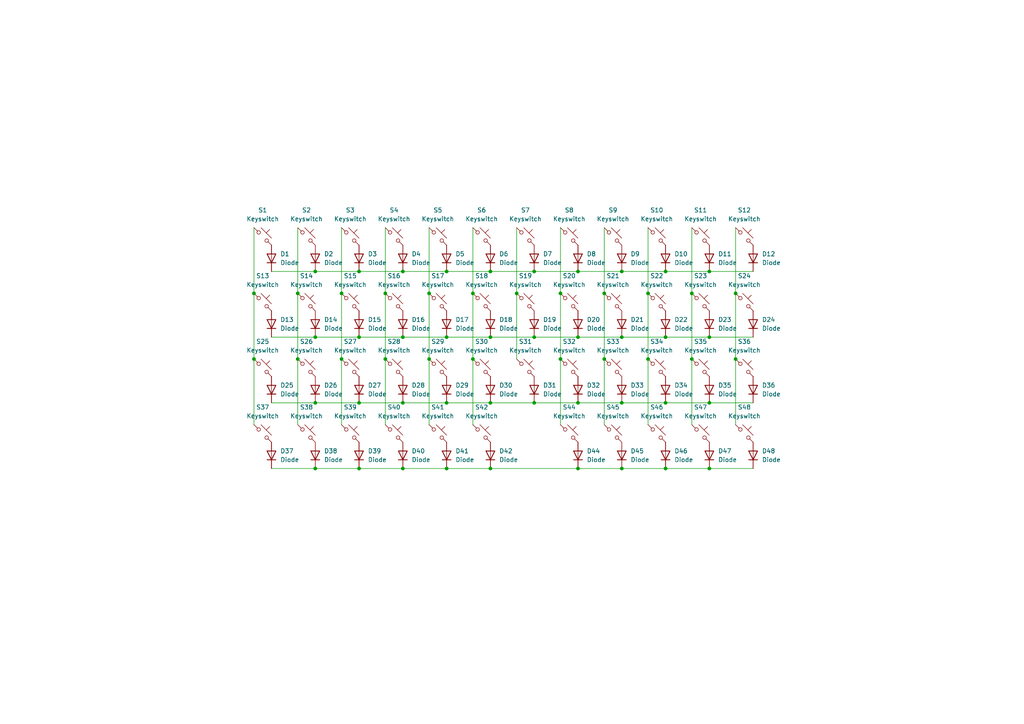
<source format=kicad_sch>
(kicad_sch
	(version 20250114)
	(generator "eeschema")
	(generator_version "9.0")
	(uuid "6c4890a4-866a-41ae-b257-9595d49cc4da")
	(paper "A4")
	(lib_symbols
		(symbol "ScottoKeebs:Placeholder_Diode"
			(pin_numbers
				(hide yes)
			)
			(pin_names
				(hide yes)
			)
			(exclude_from_sim no)
			(in_bom yes)
			(on_board yes)
			(property "Reference" "D"
				(at 0 2.54 0)
				(effects
					(font
						(size 1.27 1.27)
					)
				)
			)
			(property "Value" "Diode"
				(at 0 -2.54 0)
				(effects
					(font
						(size 1.27 1.27)
					)
				)
			)
			(property "Footprint" ""
				(at 0 0 0)
				(effects
					(font
						(size 1.27 1.27)
					)
					(hide yes)
				)
			)
			(property "Datasheet" ""
				(at 0 0 0)
				(effects
					(font
						(size 1.27 1.27)
					)
					(hide yes)
				)
			)
			(property "Description" "1N4148 (DO-35) or 1N4148W (SOD-123)"
				(at 0 0 0)
				(effects
					(font
						(size 1.27 1.27)
					)
					(hide yes)
				)
			)
			(property "Sim.Device" "D"
				(at 0 0 0)
				(effects
					(font
						(size 1.27 1.27)
					)
					(hide yes)
				)
			)
			(property "Sim.Pins" "1=K 2=A"
				(at 0 0 0)
				(effects
					(font
						(size 1.27 1.27)
					)
					(hide yes)
				)
			)
			(property "ki_keywords" "diode"
				(at 0 0 0)
				(effects
					(font
						(size 1.27 1.27)
					)
					(hide yes)
				)
			)
			(property "ki_fp_filters" "D*DO?35*"
				(at 0 0 0)
				(effects
					(font
						(size 1.27 1.27)
					)
					(hide yes)
				)
			)
			(symbol "Placeholder_Diode_0_1"
				(polyline
					(pts
						(xy -1.27 1.27) (xy -1.27 -1.27)
					)
					(stroke
						(width 0.254)
						(type default)
					)
					(fill
						(type none)
					)
				)
				(polyline
					(pts
						(xy 1.27 1.27) (xy 1.27 -1.27) (xy -1.27 0) (xy 1.27 1.27)
					)
					(stroke
						(width 0.254)
						(type default)
					)
					(fill
						(type none)
					)
				)
				(polyline
					(pts
						(xy 1.27 0) (xy -1.27 0)
					)
					(stroke
						(width 0)
						(type default)
					)
					(fill
						(type none)
					)
				)
			)
			(symbol "Placeholder_Diode_1_1"
				(pin passive line
					(at -3.81 0 0)
					(length 2.54)
					(name "K"
						(effects
							(font
								(size 1.27 1.27)
							)
						)
					)
					(number "1"
						(effects
							(font
								(size 1.27 1.27)
							)
						)
					)
				)
				(pin passive line
					(at 3.81 0 180)
					(length 2.54)
					(name "A"
						(effects
							(font
								(size 1.27 1.27)
							)
						)
					)
					(number "2"
						(effects
							(font
								(size 1.27 1.27)
							)
						)
					)
				)
			)
			(embedded_fonts no)
		)
		(symbol "ScottoKeebs:Placeholder_Keyswitch"
			(pin_numbers
				(hide yes)
			)
			(pin_names
				(offset 1.016)
				(hide yes)
			)
			(exclude_from_sim no)
			(in_bom yes)
			(on_board yes)
			(property "Reference" "S"
				(at 3.048 1.016 0)
				(effects
					(font
						(size 1.27 1.27)
					)
					(justify left)
				)
			)
			(property "Value" "Keyswitch"
				(at 0 -3.81 0)
				(effects
					(font
						(size 1.27 1.27)
					)
				)
			)
			(property "Footprint" ""
				(at 0 0 0)
				(effects
					(font
						(size 1.27 1.27)
					)
					(hide yes)
				)
			)
			(property "Datasheet" "~"
				(at 0 0 0)
				(effects
					(font
						(size 1.27 1.27)
					)
					(hide yes)
				)
			)
			(property "Description" "Push button switch, normally open, two pins, 45° tilted"
				(at 0 0 0)
				(effects
					(font
						(size 1.27 1.27)
					)
					(hide yes)
				)
			)
			(property "ki_keywords" "switch normally-open pushbutton push-button"
				(at 0 0 0)
				(effects
					(font
						(size 1.27 1.27)
					)
					(hide yes)
				)
			)
			(symbol "Placeholder_Keyswitch_0_1"
				(polyline
					(pts
						(xy -2.54 2.54) (xy -1.524 1.524) (xy -1.524 1.524)
					)
					(stroke
						(width 0)
						(type default)
					)
					(fill
						(type none)
					)
				)
				(circle
					(center -1.1684 1.1684)
					(radius 0.508)
					(stroke
						(width 0)
						(type default)
					)
					(fill
						(type none)
					)
				)
				(polyline
					(pts
						(xy -0.508 2.54) (xy 2.54 -0.508)
					)
					(stroke
						(width 0)
						(type default)
					)
					(fill
						(type none)
					)
				)
				(polyline
					(pts
						(xy 1.016 1.016) (xy 2.032 2.032)
					)
					(stroke
						(width 0)
						(type default)
					)
					(fill
						(type none)
					)
				)
				(circle
					(center 1.143 -1.1938)
					(radius 0.508)
					(stroke
						(width 0)
						(type default)
					)
					(fill
						(type none)
					)
				)
				(polyline
					(pts
						(xy 1.524 -1.524) (xy 2.54 -2.54) (xy 2.54 -2.54) (xy 2.54 -2.54)
					)
					(stroke
						(width 0)
						(type default)
					)
					(fill
						(type none)
					)
				)
				(pin passive line
					(at -2.54 2.54 0)
					(length 0)
					(name "1"
						(effects
							(font
								(size 1.27 1.27)
							)
						)
					)
					(number "1"
						(effects
							(font
								(size 1.27 1.27)
							)
						)
					)
				)
				(pin passive line
					(at 2.54 -2.54 180)
					(length 0)
					(name "2"
						(effects
							(font
								(size 1.27 1.27)
							)
						)
					)
					(number "2"
						(effects
							(font
								(size 1.27 1.27)
							)
						)
					)
				)
			)
			(embedded_fonts no)
		)
	)
	(junction
		(at 142.24 116.84)
		(diameter 0)
		(color 0 0 0 0)
		(uuid "058c5225-b85c-40b8-a5ed-9245d9a70739")
	)
	(junction
		(at 104.14 78.74)
		(diameter 0)
		(color 0 0 0 0)
		(uuid "0af60212-b799-42e5-975b-5b7c10cc1b2b")
	)
	(junction
		(at 116.84 135.89)
		(diameter 0)
		(color 0 0 0 0)
		(uuid "0b437e97-66bb-43f3-8fd5-331bf927fe36")
	)
	(junction
		(at 162.56 85.09)
		(diameter 0)
		(color 0 0 0 0)
		(uuid "1a0b3839-f554-42e4-8466-a639010c4e89")
	)
	(junction
		(at 116.84 78.74)
		(diameter 0)
		(color 0 0 0 0)
		(uuid "1ab9f876-fe71-4c42-90b1-a345ed3e08e1")
	)
	(junction
		(at 142.24 78.74)
		(diameter 0)
		(color 0 0 0 0)
		(uuid "1c8848fd-b7c2-4b85-9e27-38b2cd28516f")
	)
	(junction
		(at 104.14 135.89)
		(diameter 0)
		(color 0 0 0 0)
		(uuid "1e72b12f-0eee-4a1a-8963-3f1e340401cc")
	)
	(junction
		(at 200.66 104.14)
		(diameter 0)
		(color 0 0 0 0)
		(uuid "1ee0da31-ee0d-4b6f-a352-60b3e8dd446a")
	)
	(junction
		(at 180.34 78.74)
		(diameter 0)
		(color 0 0 0 0)
		(uuid "23eb7f76-72ea-4cde-aa69-d7d148ceae03")
	)
	(junction
		(at 129.54 97.79)
		(diameter 0)
		(color 0 0 0 0)
		(uuid "260fbdc2-29c8-41c9-b74f-613b8a6abb51")
	)
	(junction
		(at 180.34 97.79)
		(diameter 0)
		(color 0 0 0 0)
		(uuid "2e4f7379-aea2-43e0-abfe-fba017fef001")
	)
	(junction
		(at 111.76 85.09)
		(diameter 0)
		(color 0 0 0 0)
		(uuid "316b77e4-45d0-400d-8499-08156e3f2078")
	)
	(junction
		(at 154.94 97.79)
		(diameter 0)
		(color 0 0 0 0)
		(uuid "33fabdd8-2954-41f9-9612-0f14c61d68a5")
	)
	(junction
		(at 213.36 85.09)
		(diameter 0)
		(color 0 0 0 0)
		(uuid "34863be3-aebb-4365-8f34-fb6ce0879e72")
	)
	(junction
		(at 104.14 97.79)
		(diameter 0)
		(color 0 0 0 0)
		(uuid "37f37085-7c01-425f-8434-fa243acd21ba")
	)
	(junction
		(at 86.36 85.09)
		(diameter 0)
		(color 0 0 0 0)
		(uuid "3863cde2-9372-4689-bcd4-6f5a60bbf24b")
	)
	(junction
		(at 142.24 135.89)
		(diameter 0)
		(color 0 0 0 0)
		(uuid "3cfccff5-2a82-44dc-82da-0e92a72ac610")
	)
	(junction
		(at 99.06 104.14)
		(diameter 0)
		(color 0 0 0 0)
		(uuid "3d3a562f-8bf1-4549-8ea5-78237fdbf0eb")
	)
	(junction
		(at 91.44 78.74)
		(diameter 0)
		(color 0 0 0 0)
		(uuid "4322d355-2d5a-4da0-abd3-aefe99614340")
	)
	(junction
		(at 193.04 97.79)
		(diameter 0)
		(color 0 0 0 0)
		(uuid "4de680da-0e47-4e09-a05d-d4b1e59eaf58")
	)
	(junction
		(at 86.36 104.14)
		(diameter 0)
		(color 0 0 0 0)
		(uuid "4df38440-1117-4177-8b96-9662c572b175")
	)
	(junction
		(at 149.86 85.09)
		(diameter 0)
		(color 0 0 0 0)
		(uuid "5071933c-69d5-4981-a026-8e57969b00a9")
	)
	(junction
		(at 111.76 104.14)
		(diameter 0)
		(color 0 0 0 0)
		(uuid "53f489d2-d45e-4d92-9fa8-f9c4b0b03539")
	)
	(junction
		(at 175.26 104.14)
		(diameter 0)
		(color 0 0 0 0)
		(uuid "5405884c-bb07-4711-97a2-327ffb66bcd7")
	)
	(junction
		(at 124.46 104.14)
		(diameter 0)
		(color 0 0 0 0)
		(uuid "56ada5de-da98-4873-ab76-b2f3790c23f5")
	)
	(junction
		(at 99.06 85.09)
		(diameter 0)
		(color 0 0 0 0)
		(uuid "5ba2be3d-59e4-4707-bca0-decdb3c04ee7")
	)
	(junction
		(at 167.64 97.79)
		(diameter 0)
		(color 0 0 0 0)
		(uuid "61e164c7-3d9b-48de-8fa5-414339f6b119")
	)
	(junction
		(at 129.54 135.89)
		(diameter 0)
		(color 0 0 0 0)
		(uuid "64c41c22-ca8f-4056-8aa8-657968555b90")
	)
	(junction
		(at 129.54 116.84)
		(diameter 0)
		(color 0 0 0 0)
		(uuid "659044bc-925b-4eff-994d-169e56a6b7e4")
	)
	(junction
		(at 193.04 135.89)
		(diameter 0)
		(color 0 0 0 0)
		(uuid "65bc7012-f117-41ab-b01d-908019825fe5")
	)
	(junction
		(at 205.74 116.84)
		(diameter 0)
		(color 0 0 0 0)
		(uuid "6c3f85c7-f212-4a09-bf06-cdab38d1cd8a")
	)
	(junction
		(at 200.66 85.09)
		(diameter 0)
		(color 0 0 0 0)
		(uuid "6c9c7ffc-73f5-4de3-9aa8-4d030e0a7dc5")
	)
	(junction
		(at 129.54 78.74)
		(diameter 0)
		(color 0 0 0 0)
		(uuid "72129ee1-28c1-4a54-a194-7a11f766acd7")
	)
	(junction
		(at 167.64 135.89)
		(diameter 0)
		(color 0 0 0 0)
		(uuid "7326d705-9a02-464f-a46c-ead6bdb841ca")
	)
	(junction
		(at 124.46 85.09)
		(diameter 0)
		(color 0 0 0 0)
		(uuid "738b0c4f-d211-4c66-b113-e97503b70ac4")
	)
	(junction
		(at 167.64 116.84)
		(diameter 0)
		(color 0 0 0 0)
		(uuid "741f1777-e5d4-42c8-8222-aaaadb503174")
	)
	(junction
		(at 137.16 85.09)
		(diameter 0)
		(color 0 0 0 0)
		(uuid "778fcc51-5068-4d24-910f-8ee847443503")
	)
	(junction
		(at 187.96 85.09)
		(diameter 0)
		(color 0 0 0 0)
		(uuid "78564aec-a075-4b7f-93b4-f1b9d2bd5d7c")
	)
	(junction
		(at 193.04 116.84)
		(diameter 0)
		(color 0 0 0 0)
		(uuid "89ce4717-20b3-4939-a09c-d6ccb80ba0fd")
	)
	(junction
		(at 193.04 78.74)
		(diameter 0)
		(color 0 0 0 0)
		(uuid "9a6695ce-32f6-4d48-820a-a6099ddcdcc6")
	)
	(junction
		(at 104.14 116.84)
		(diameter 0)
		(color 0 0 0 0)
		(uuid "9b5d6f23-306f-4283-a3b9-c3cd360742f5")
	)
	(junction
		(at 91.44 135.89)
		(diameter 0)
		(color 0 0 0 0)
		(uuid "a62b7ee9-535b-46ca-8a04-9d3be9c1c6b4")
	)
	(junction
		(at 213.36 104.14)
		(diameter 0)
		(color 0 0 0 0)
		(uuid "ac00c7d0-0a1b-42cf-98c6-bc543bcfa046")
	)
	(junction
		(at 91.44 116.84)
		(diameter 0)
		(color 0 0 0 0)
		(uuid "b2619504-e699-4e33-932b-b77195e0b76f")
	)
	(junction
		(at 154.94 78.74)
		(diameter 0)
		(color 0 0 0 0)
		(uuid "b3026d10-40b3-4a3b-bcbb-766f5516f51f")
	)
	(junction
		(at 73.66 104.14)
		(diameter 0)
		(color 0 0 0 0)
		(uuid "b3c44fe3-e114-46aa-8742-a8b216b72ec6")
	)
	(junction
		(at 180.34 116.84)
		(diameter 0)
		(color 0 0 0 0)
		(uuid "b67e9c52-f16f-46dd-b1ab-23445efe9ea3")
	)
	(junction
		(at 116.84 116.84)
		(diameter 0)
		(color 0 0 0 0)
		(uuid "b8c6a1a2-1a82-44fb-9033-0d689b215a94")
	)
	(junction
		(at 73.66 85.09)
		(diameter 0)
		(color 0 0 0 0)
		(uuid "b9a87e34-0330-41dc-90f8-225ff77f919d")
	)
	(junction
		(at 167.64 78.74)
		(diameter 0)
		(color 0 0 0 0)
		(uuid "c2385487-29e0-430a-beb3-5966d416aa8a")
	)
	(junction
		(at 205.74 135.89)
		(diameter 0)
		(color 0 0 0 0)
		(uuid "c4a22452-9e8f-45bb-a401-d54e23f93545")
	)
	(junction
		(at 162.56 104.14)
		(diameter 0)
		(color 0 0 0 0)
		(uuid "c52e14c4-193d-4ac7-bee5-dde43632996b")
	)
	(junction
		(at 116.84 97.79)
		(diameter 0)
		(color 0 0 0 0)
		(uuid "c77d7ea8-d536-437f-8063-7581089178a3")
	)
	(junction
		(at 205.74 97.79)
		(diameter 0)
		(color 0 0 0 0)
		(uuid "d36b6433-61c6-4d0e-bcb6-7db44cf95d07")
	)
	(junction
		(at 205.74 78.74)
		(diameter 0)
		(color 0 0 0 0)
		(uuid "d7011208-b2b5-406e-8137-1eaf79f4a46e")
	)
	(junction
		(at 142.24 97.79)
		(diameter 0)
		(color 0 0 0 0)
		(uuid "defc7625-6fe5-47eb-ab81-d81e92b42af0")
	)
	(junction
		(at 137.16 104.14)
		(diameter 0)
		(color 0 0 0 0)
		(uuid "e213f2b6-9237-4dc4-baf3-50dfa01df912")
	)
	(junction
		(at 175.26 85.09)
		(diameter 0)
		(color 0 0 0 0)
		(uuid "e897983d-5de3-4b1c-a234-b88ea3b3937f")
	)
	(junction
		(at 91.44 97.79)
		(diameter 0)
		(color 0 0 0 0)
		(uuid "ecc7178f-ed11-412a-a8b1-7ea2e9bd697c")
	)
	(junction
		(at 154.94 116.84)
		(diameter 0)
		(color 0 0 0 0)
		(uuid "f56911fd-100a-44c9-b49d-049d5b547011")
	)
	(junction
		(at 180.34 135.89)
		(diameter 0)
		(color 0 0 0 0)
		(uuid "f79cbd22-dd46-47bd-9d70-f266e6c0ae98")
	)
	(junction
		(at 187.96 104.14)
		(diameter 0)
		(color 0 0 0 0)
		(uuid "fab219b3-a4bb-46ab-9bb4-3c6c8095d188")
	)
	(wire
		(pts
			(xy 111.76 104.14) (xy 111.76 123.19)
		)
		(stroke
			(width 0)
			(type default)
		)
		(uuid "08a38cb2-2f14-4df4-bde3-d208172d1cb5")
	)
	(wire
		(pts
			(xy 205.74 97.79) (xy 218.44 97.79)
		)
		(stroke
			(width 0)
			(type default)
		)
		(uuid "0cb85726-e1d7-4afe-a866-29b28bd760fe")
	)
	(wire
		(pts
			(xy 116.84 97.79) (xy 129.54 97.79)
		)
		(stroke
			(width 0)
			(type default)
		)
		(uuid "0dbffacb-1fa1-489e-98bc-e3449ab11085")
	)
	(wire
		(pts
			(xy 213.36 104.14) (xy 213.36 123.19)
		)
		(stroke
			(width 0)
			(type default)
		)
		(uuid "0dc047c6-3517-47db-b5b9-e5c620e6a55c")
	)
	(wire
		(pts
			(xy 73.66 66.04) (xy 73.66 85.09)
		)
		(stroke
			(width 0)
			(type default)
		)
		(uuid "0dc74971-8570-4b9b-90ed-38bbd344cd93")
	)
	(wire
		(pts
			(xy 180.34 116.84) (xy 193.04 116.84)
		)
		(stroke
			(width 0)
			(type default)
		)
		(uuid "0e7104b9-dcf2-411e-b4e9-f63306407e65")
	)
	(wire
		(pts
			(xy 73.66 85.09) (xy 73.66 104.14)
		)
		(stroke
			(width 0)
			(type default)
		)
		(uuid "129ebd24-8cb8-4cfb-b21b-0c5336433600")
	)
	(wire
		(pts
			(xy 205.74 78.74) (xy 218.44 78.74)
		)
		(stroke
			(width 0)
			(type default)
		)
		(uuid "16df44da-78dd-475e-8297-189be3058579")
	)
	(wire
		(pts
			(xy 116.84 78.74) (xy 129.54 78.74)
		)
		(stroke
			(width 0)
			(type default)
		)
		(uuid "198111c9-abff-407f-b838-89cf00dd0561")
	)
	(wire
		(pts
			(xy 167.64 97.79) (xy 180.34 97.79)
		)
		(stroke
			(width 0)
			(type default)
		)
		(uuid "22a517a8-7cd2-4d1f-81ab-79ab02e82b63")
	)
	(wire
		(pts
			(xy 99.06 66.04) (xy 99.06 85.09)
		)
		(stroke
			(width 0)
			(type default)
		)
		(uuid "23690442-56c4-4a71-9467-8ffc85b475c0")
	)
	(wire
		(pts
			(xy 129.54 78.74) (xy 142.24 78.74)
		)
		(stroke
			(width 0)
			(type default)
		)
		(uuid "24c207cd-8dd8-4233-875f-c79f19064814")
	)
	(wire
		(pts
			(xy 124.46 66.04) (xy 124.46 85.09)
		)
		(stroke
			(width 0)
			(type default)
		)
		(uuid "256a0990-03f1-4688-8733-470194e63c11")
	)
	(wire
		(pts
			(xy 86.36 66.04) (xy 86.36 85.09)
		)
		(stroke
			(width 0)
			(type default)
		)
		(uuid "2bdeb98d-5b32-4b69-9f6a-6b96aed6ee36")
	)
	(wire
		(pts
			(xy 91.44 97.79) (xy 104.14 97.79)
		)
		(stroke
			(width 0)
			(type default)
		)
		(uuid "2d94320c-14bb-48bd-8420-ed8c08e7a703")
	)
	(wire
		(pts
			(xy 193.04 116.84) (xy 205.74 116.84)
		)
		(stroke
			(width 0)
			(type default)
		)
		(uuid "34c7bc01-083e-4eba-ac00-ceea290a33b7")
	)
	(wire
		(pts
			(xy 149.86 85.09) (xy 149.86 104.14)
		)
		(stroke
			(width 0)
			(type default)
		)
		(uuid "34d9864f-0af8-4084-a5f5-91496ca21d54")
	)
	(wire
		(pts
			(xy 167.64 78.74) (xy 180.34 78.74)
		)
		(stroke
			(width 0)
			(type default)
		)
		(uuid "3a36c7fa-9c54-480c-8b8b-9f353eb7736a")
	)
	(wire
		(pts
			(xy 167.64 116.84) (xy 180.34 116.84)
		)
		(stroke
			(width 0)
			(type default)
		)
		(uuid "3b627a71-80d5-40d6-a506-5c95af5d1abe")
	)
	(wire
		(pts
			(xy 154.94 97.79) (xy 167.64 97.79)
		)
		(stroke
			(width 0)
			(type default)
		)
		(uuid "3bdbf285-8ea9-42e2-9b01-a056859f371e")
	)
	(wire
		(pts
			(xy 129.54 116.84) (xy 142.24 116.84)
		)
		(stroke
			(width 0)
			(type default)
		)
		(uuid "3de57443-ee66-4ca6-bb36-c44540369e18")
	)
	(wire
		(pts
			(xy 137.16 85.09) (xy 137.16 104.14)
		)
		(stroke
			(width 0)
			(type default)
		)
		(uuid "3e56fed6-5df0-4271-85f8-48d4e1794002")
	)
	(wire
		(pts
			(xy 142.24 78.74) (xy 154.94 78.74)
		)
		(stroke
			(width 0)
			(type default)
		)
		(uuid "4497b4a9-b288-40e7-8dc9-eebbcac4dac7")
	)
	(wire
		(pts
			(xy 175.26 66.04) (xy 175.26 85.09)
		)
		(stroke
			(width 0)
			(type default)
		)
		(uuid "49b24dc3-10b1-4e83-9ed0-34fac1ba0217")
	)
	(wire
		(pts
			(xy 78.74 97.79) (xy 91.44 97.79)
		)
		(stroke
			(width 0)
			(type default)
		)
		(uuid "4c623268-04b4-4bbf-937a-3381563c3b21")
	)
	(wire
		(pts
			(xy 124.46 104.14) (xy 124.46 123.19)
		)
		(stroke
			(width 0)
			(type default)
		)
		(uuid "5286b25c-dbce-4071-8735-f2159a758188")
	)
	(wire
		(pts
			(xy 116.84 135.89) (xy 129.54 135.89)
		)
		(stroke
			(width 0)
			(type default)
		)
		(uuid "5293345c-b0c5-447b-84c4-9e5bde135a02")
	)
	(wire
		(pts
			(xy 142.24 97.79) (xy 154.94 97.79)
		)
		(stroke
			(width 0)
			(type default)
		)
		(uuid "53ed24a5-e58a-4143-9bac-6a5177868409")
	)
	(wire
		(pts
			(xy 200.66 85.09) (xy 200.66 104.14)
		)
		(stroke
			(width 0)
			(type default)
		)
		(uuid "5a61cd21-4487-4c4c-b781-72e964d352ad")
	)
	(wire
		(pts
			(xy 104.14 97.79) (xy 116.84 97.79)
		)
		(stroke
			(width 0)
			(type default)
		)
		(uuid "5e6e236f-8be5-4d5a-aacc-a8508d7a47db")
	)
	(wire
		(pts
			(xy 142.24 135.89) (xy 167.64 135.89)
		)
		(stroke
			(width 0)
			(type default)
		)
		(uuid "607e7ba0-9d8d-4e19-8f3e-546e0771136a")
	)
	(wire
		(pts
			(xy 175.26 85.09) (xy 175.26 104.14)
		)
		(stroke
			(width 0)
			(type default)
		)
		(uuid "64b25879-bcf1-49e5-b567-eff0d499370f")
	)
	(wire
		(pts
			(xy 154.94 116.84) (xy 167.64 116.84)
		)
		(stroke
			(width 0)
			(type default)
		)
		(uuid "65203798-5ef0-4a3c-83e5-e78f7618727a")
	)
	(wire
		(pts
			(xy 124.46 85.09) (xy 124.46 104.14)
		)
		(stroke
			(width 0)
			(type default)
		)
		(uuid "66e66fb9-5989-41d5-906d-af77e9640efe")
	)
	(wire
		(pts
			(xy 193.04 78.74) (xy 205.74 78.74)
		)
		(stroke
			(width 0)
			(type default)
		)
		(uuid "6a59474d-de6b-4b3e-b01b-cd135be0c273")
	)
	(wire
		(pts
			(xy 78.74 78.74) (xy 91.44 78.74)
		)
		(stroke
			(width 0)
			(type default)
		)
		(uuid "72125a2d-654f-420f-b946-2e3e92427fe5")
	)
	(wire
		(pts
			(xy 86.36 85.09) (xy 86.36 104.14)
		)
		(stroke
			(width 0)
			(type default)
		)
		(uuid "7241c4be-ed6a-4b2a-9cce-bc76e7decae1")
	)
	(wire
		(pts
			(xy 104.14 116.84) (xy 116.84 116.84)
		)
		(stroke
			(width 0)
			(type default)
		)
		(uuid "75038498-bad4-48e4-9961-c5e7f07ccf78")
	)
	(wire
		(pts
			(xy 104.14 78.74) (xy 116.84 78.74)
		)
		(stroke
			(width 0)
			(type default)
		)
		(uuid "79024f44-3ce0-4f33-a008-b5f69cf82ed9")
	)
	(wire
		(pts
			(xy 162.56 66.04) (xy 162.56 85.09)
		)
		(stroke
			(width 0)
			(type default)
		)
		(uuid "7a798fbb-4da0-4d3e-ac90-cd5c970ead1a")
	)
	(wire
		(pts
			(xy 78.74 135.89) (xy 91.44 135.89)
		)
		(stroke
			(width 0)
			(type default)
		)
		(uuid "7fcc3456-6288-43a1-aa04-f40fcd7b7e0b")
	)
	(wire
		(pts
			(xy 187.96 85.09) (xy 187.96 104.14)
		)
		(stroke
			(width 0)
			(type default)
		)
		(uuid "83476b2e-1e37-4c12-9fed-fddb09d8884f")
	)
	(wire
		(pts
			(xy 167.64 135.89) (xy 180.34 135.89)
		)
		(stroke
			(width 0)
			(type default)
		)
		(uuid "8dfd12a5-61c4-4327-8c01-ceb9522b3ae3")
	)
	(wire
		(pts
			(xy 162.56 85.09) (xy 162.56 104.14)
		)
		(stroke
			(width 0)
			(type default)
		)
		(uuid "903b747c-f94a-4029-ac2a-9e130f4f7d3f")
	)
	(wire
		(pts
			(xy 104.14 135.89) (xy 116.84 135.89)
		)
		(stroke
			(width 0)
			(type default)
		)
		(uuid "95971b46-a7d6-4899-8bf8-7e9e5b0a77b8")
	)
	(wire
		(pts
			(xy 91.44 135.89) (xy 104.14 135.89)
		)
		(stroke
			(width 0)
			(type default)
		)
		(uuid "959acd1b-a330-4591-928d-8e0441780af7")
	)
	(wire
		(pts
			(xy 129.54 135.89) (xy 142.24 135.89)
		)
		(stroke
			(width 0)
			(type default)
		)
		(uuid "9a59d961-2c1d-42ce-9c6f-60fdd8e9ddc4")
	)
	(wire
		(pts
			(xy 86.36 104.14) (xy 86.36 123.19)
		)
		(stroke
			(width 0)
			(type default)
		)
		(uuid "9b4b58ed-50c8-41bb-b4f0-3ce186c88fb2")
	)
	(wire
		(pts
			(xy 137.16 66.04) (xy 137.16 85.09)
		)
		(stroke
			(width 0)
			(type default)
		)
		(uuid "9b4e34c6-7119-4d91-88c4-b947515b7486")
	)
	(wire
		(pts
			(xy 91.44 78.74) (xy 104.14 78.74)
		)
		(stroke
			(width 0)
			(type default)
		)
		(uuid "9bc4e984-5f4d-4ef7-97bb-8d366f161e05")
	)
	(wire
		(pts
			(xy 154.94 78.74) (xy 167.64 78.74)
		)
		(stroke
			(width 0)
			(type default)
		)
		(uuid "a186efd8-76ce-4c73-bb64-d49559c17211")
	)
	(wire
		(pts
			(xy 91.44 116.84) (xy 104.14 116.84)
		)
		(stroke
			(width 0)
			(type default)
		)
		(uuid "a4e1b4d1-28f2-4cc4-9490-7edba9a26c7c")
	)
	(wire
		(pts
			(xy 187.96 66.04) (xy 187.96 85.09)
		)
		(stroke
			(width 0)
			(type default)
		)
		(uuid "a6a530c7-a772-424f-8ca0-2f9845030b93")
	)
	(wire
		(pts
			(xy 137.16 104.14) (xy 137.16 123.19)
		)
		(stroke
			(width 0)
			(type default)
		)
		(uuid "b19a9fae-41f7-43bc-9dc8-c879b8965820")
	)
	(wire
		(pts
			(xy 129.54 97.79) (xy 142.24 97.79)
		)
		(stroke
			(width 0)
			(type default)
		)
		(uuid "b1ca623c-8e83-4826-a01f-c56ee231ba6a")
	)
	(wire
		(pts
			(xy 175.26 104.14) (xy 175.26 123.19)
		)
		(stroke
			(width 0)
			(type default)
		)
		(uuid "bb63a14a-a118-4e25-b233-87a346537d9e")
	)
	(wire
		(pts
			(xy 213.36 66.04) (xy 213.36 85.09)
		)
		(stroke
			(width 0)
			(type default)
		)
		(uuid "be5d45f5-9dd8-4ecc-8002-f896a5f2e0ce")
	)
	(wire
		(pts
			(xy 78.74 116.84) (xy 91.44 116.84)
		)
		(stroke
			(width 0)
			(type default)
		)
		(uuid "bf66a13d-b627-407a-bf6c-3a4c3b8488e4")
	)
	(wire
		(pts
			(xy 200.66 104.14) (xy 200.66 123.19)
		)
		(stroke
			(width 0)
			(type default)
		)
		(uuid "c2c80926-5613-48d7-b512-ffa51b10c020")
	)
	(wire
		(pts
			(xy 99.06 85.09) (xy 99.06 104.14)
		)
		(stroke
			(width 0)
			(type default)
		)
		(uuid "c4bab4c9-4034-4d79-adbd-ff7e7ce590bf")
	)
	(wire
		(pts
			(xy 162.56 104.14) (xy 162.56 123.19)
		)
		(stroke
			(width 0)
			(type default)
		)
		(uuid "c698afd5-3a8a-41d3-9771-b6cb7dad6b1c")
	)
	(wire
		(pts
			(xy 180.34 97.79) (xy 193.04 97.79)
		)
		(stroke
			(width 0)
			(type default)
		)
		(uuid "c9f42871-03cf-4821-8ef8-8f63a7249e1c")
	)
	(wire
		(pts
			(xy 200.66 66.04) (xy 200.66 85.09)
		)
		(stroke
			(width 0)
			(type default)
		)
		(uuid "ce28df3a-4ab2-4ca4-b992-a558acc4584b")
	)
	(wire
		(pts
			(xy 99.06 104.14) (xy 99.06 123.19)
		)
		(stroke
			(width 0)
			(type default)
		)
		(uuid "d0c5ca43-11cf-409d-bfa5-c311d89cd937")
	)
	(wire
		(pts
			(xy 111.76 85.09) (xy 111.76 104.14)
		)
		(stroke
			(width 0)
			(type default)
		)
		(uuid "da11bde9-c3c8-4a0d-8f27-8f9e1a2369cb")
	)
	(wire
		(pts
			(xy 73.66 104.14) (xy 73.66 123.19)
		)
		(stroke
			(width 0)
			(type default)
		)
		(uuid "dd23d8a3-54f3-4442-9256-aad7b885a341")
	)
	(wire
		(pts
			(xy 213.36 85.09) (xy 213.36 104.14)
		)
		(stroke
			(width 0)
			(type default)
		)
		(uuid "de2d111e-3ce2-48df-a993-65402977394e")
	)
	(wire
		(pts
			(xy 205.74 135.89) (xy 218.44 135.89)
		)
		(stroke
			(width 0)
			(type default)
		)
		(uuid "e716a536-4954-41a2-84df-916cadce1e8d")
	)
	(wire
		(pts
			(xy 116.84 116.84) (xy 129.54 116.84)
		)
		(stroke
			(width 0)
			(type default)
		)
		(uuid "e769e7a7-7537-4a3f-bc3d-10c81b41a737")
	)
	(wire
		(pts
			(xy 149.86 66.04) (xy 149.86 85.09)
		)
		(stroke
			(width 0)
			(type default)
		)
		(uuid "eb110a58-e7b9-48c5-abb8-3e6d4db3f42d")
	)
	(wire
		(pts
			(xy 205.74 116.84) (xy 218.44 116.84)
		)
		(stroke
			(width 0)
			(type default)
		)
		(uuid "ed7731a7-3566-4aa8-b4a1-cc5fbb341777")
	)
	(wire
		(pts
			(xy 180.34 135.89) (xy 193.04 135.89)
		)
		(stroke
			(width 0)
			(type default)
		)
		(uuid "ee9273dc-072c-4480-b64c-536d5e87b435")
	)
	(wire
		(pts
			(xy 193.04 135.89) (xy 205.74 135.89)
		)
		(stroke
			(width 0)
			(type default)
		)
		(uuid "f27bb7a6-823b-464e-97cc-911e6909c3ee")
	)
	(wire
		(pts
			(xy 193.04 97.79) (xy 205.74 97.79)
		)
		(stroke
			(width 0)
			(type default)
		)
		(uuid "f3c1bee2-07dd-43f0-a800-ddeb903e6e5e")
	)
	(wire
		(pts
			(xy 187.96 104.14) (xy 187.96 123.19)
		)
		(stroke
			(width 0)
			(type default)
		)
		(uuid "f63e53f5-1d7d-4224-a948-1c316ad49e3e")
	)
	(wire
		(pts
			(xy 111.76 66.04) (xy 111.76 85.09)
		)
		(stroke
			(width 0)
			(type default)
		)
		(uuid "f9d0235a-b86c-480c-b4d7-4770319d6b99")
	)
	(wire
		(pts
			(xy 142.24 116.84) (xy 154.94 116.84)
		)
		(stroke
			(width 0)
			(type default)
		)
		(uuid "fc26a4f8-6250-4efb-920c-66e9ca31e5ab")
	)
	(wire
		(pts
			(xy 180.34 78.74) (xy 193.04 78.74)
		)
		(stroke
			(width 0)
			(type default)
		)
		(uuid "fe35b885-05b6-4035-a0fd-3d3aa746ce87")
	)
	(symbol
		(lib_id "ScottoKeebs:Placeholder_Diode")
		(at 205.74 93.98 90)
		(unit 1)
		(exclude_from_sim no)
		(in_bom yes)
		(on_board yes)
		(dnp no)
		(fields_autoplaced yes)
		(uuid "048b06d1-2de8-4487-a7cf-7a36757d35c9")
		(property "Reference" "D23"
			(at 208.28 92.7099 90)
			(effects
				(font
					(size 1.27 1.27)
				)
				(justify right)
			)
		)
		(property "Value" "Diode"
			(at 208.28 95.2499 90)
			(effects
				(font
					(size 1.27 1.27)
				)
				(justify right)
			)
		)
		(property "Footprint" "ScottoKeebs_Components:Diode_SOD-123"
			(at 205.74 93.98 0)
			(effects
				(font
					(size 1.27 1.27)
				)
				(hide yes)
			)
		)
		(property "Datasheet" ""
			(at 205.74 93.98 0)
			(effects
				(font
					(size 1.27 1.27)
				)
				(hide yes)
			)
		)
		(property "Description" "1N4148 (DO-35) or 1N4148W (SOD-123)"
			(at 205.74 93.98 0)
			(effects
				(font
					(size 1.27 1.27)
				)
				(hide yes)
			)
		)
		(property "Sim.Device" "D"
			(at 205.74 93.98 0)
			(effects
				(font
					(size 1.27 1.27)
				)
				(hide yes)
			)
		)
		(property "Sim.Pins" "1=K 2=A"
			(at 205.74 93.98 0)
			(effects
				(font
					(size 1.27 1.27)
				)
				(hide yes)
			)
		)
		(pin "1"
			(uuid "17bd6c26-bbe3-47a6-b2fd-a48c45ba1864")
		)
		(pin "2"
			(uuid "096c72e8-de77-481f-924f-502f092a2ccb")
		)
		(instances
			(project "Planck Keyboard"
				(path "/6c4890a4-866a-41ae-b257-9595d49cc4da"
					(reference "D23")
					(unit 1)
				)
			)
		)
	)
	(symbol
		(lib_id "ScottoKeebs:Placeholder_Keyswitch")
		(at 127 68.58 0)
		(unit 1)
		(exclude_from_sim no)
		(in_bom yes)
		(on_board yes)
		(dnp no)
		(fields_autoplaced yes)
		(uuid "0a952963-9028-47b9-8579-7f8ed029347d")
		(property "Reference" "S5"
			(at 127 60.96 0)
			(effects
				(font
					(size 1.27 1.27)
				)
			)
		)
		(property "Value" "Keyswitch"
			(at 127 63.5 0)
			(effects
				(font
					(size 1.27 1.27)
				)
			)
		)
		(property "Footprint" "ScottoKeebs_MX:MX_PCB_1.00u"
			(at 127 68.58 0)
			(effects
				(font
					(size 1.27 1.27)
				)
				(hide yes)
			)
		)
		(property "Datasheet" "~"
			(at 127 68.58 0)
			(effects
				(font
					(size 1.27 1.27)
				)
				(hide yes)
			)
		)
		(property "Description" "Push button switch, normally open, two pins, 45° tilted"
			(at 127 68.58 0)
			(effects
				(font
					(size 1.27 1.27)
				)
				(hide yes)
			)
		)
		(pin "1"
			(uuid "7f330b5d-9eeb-454d-a38e-cb638640646d")
		)
		(pin "2"
			(uuid "fbac7102-2f2b-4a28-92c8-99db48511b8e")
		)
		(instances
			(project "Planck Keyboard"
				(path "/6c4890a4-866a-41ae-b257-9595d49cc4da"
					(reference "S5")
					(unit 1)
				)
			)
		)
	)
	(symbol
		(lib_id "ScottoKeebs:Placeholder_Keyswitch")
		(at 76.2 68.58 0)
		(unit 1)
		(exclude_from_sim no)
		(in_bom yes)
		(on_board yes)
		(dnp no)
		(fields_autoplaced yes)
		(uuid "0cee6a7e-ffc7-41bb-8283-3f6a335e77da")
		(property "Reference" "S1"
			(at 76.2 60.96 0)
			(effects
				(font
					(size 1.27 1.27)
				)
			)
		)
		(property "Value" "Keyswitch"
			(at 76.2 63.5 0)
			(effects
				(font
					(size 1.27 1.27)
				)
			)
		)
		(property "Footprint" "ScottoKeebs_MX:MX_PCB_1.00u"
			(at 76.2 68.58 0)
			(effects
				(font
					(size 1.27 1.27)
				)
				(hide yes)
			)
		)
		(property "Datasheet" "~"
			(at 76.2 68.58 0)
			(effects
				(font
					(size 1.27 1.27)
				)
				(hide yes)
			)
		)
		(property "Description" "Push button switch, normally open, two pins, 45° tilted"
			(at 76.2 68.58 0)
			(effects
				(font
					(size 1.27 1.27)
				)
				(hide yes)
			)
		)
		(pin "1"
			(uuid "66c8e84e-3f5c-4681-ba0e-f6b9e9c4317c")
		)
		(pin "2"
			(uuid "246015f5-4079-4009-bb8c-72d81224855a")
		)
		(instances
			(project ""
				(path "/6c4890a4-866a-41ae-b257-9595d49cc4da"
					(reference "S1")
					(unit 1)
				)
			)
		)
	)
	(symbol
		(lib_id "ScottoKeebs:Placeholder_Diode")
		(at 142.24 132.08 90)
		(unit 1)
		(exclude_from_sim no)
		(in_bom yes)
		(on_board yes)
		(dnp no)
		(fields_autoplaced yes)
		(uuid "103b1cdf-d805-4d7c-aa8a-40ca7007d77c")
		(property "Reference" "D42"
			(at 144.78 130.8099 90)
			(effects
				(font
					(size 1.27 1.27)
				)
				(justify right)
			)
		)
		(property "Value" "Diode"
			(at 144.78 133.3499 90)
			(effects
				(font
					(size 1.27 1.27)
				)
				(justify right)
			)
		)
		(property "Footprint" "ScottoKeebs_Components:Diode_SOD-123"
			(at 142.24 132.08 0)
			(effects
				(font
					(size 1.27 1.27)
				)
				(hide yes)
			)
		)
		(property "Datasheet" ""
			(at 142.24 132.08 0)
			(effects
				(font
					(size 1.27 1.27)
				)
				(hide yes)
			)
		)
		(property "Description" "1N4148 (DO-35) or 1N4148W (SOD-123)"
			(at 142.24 132.08 0)
			(effects
				(font
					(size 1.27 1.27)
				)
				(hide yes)
			)
		)
		(property "Sim.Device" "D"
			(at 142.24 132.08 0)
			(effects
				(font
					(size 1.27 1.27)
				)
				(hide yes)
			)
		)
		(property "Sim.Pins" "1=K 2=A"
			(at 142.24 132.08 0)
			(effects
				(font
					(size 1.27 1.27)
				)
				(hide yes)
			)
		)
		(pin "1"
			(uuid "499db436-c290-4d2a-89a8-899a02eabf6b")
		)
		(pin "2"
			(uuid "9b30ab86-cdf4-4d13-aa51-fdc3d77f63e3")
		)
		(instances
			(project "Planck Keyboard"
				(path "/6c4890a4-866a-41ae-b257-9595d49cc4da"
					(reference "D42")
					(unit 1)
				)
			)
		)
	)
	(symbol
		(lib_id "ScottoKeebs:Placeholder_Keyswitch")
		(at 88.9 68.58 0)
		(unit 1)
		(exclude_from_sim no)
		(in_bom yes)
		(on_board yes)
		(dnp no)
		(fields_autoplaced yes)
		(uuid "10bf1da5-b31b-4389-bb67-a8da5fc8ea1a")
		(property "Reference" "S2"
			(at 88.9 60.96 0)
			(effects
				(font
					(size 1.27 1.27)
				)
			)
		)
		(property "Value" "Keyswitch"
			(at 88.9 63.5 0)
			(effects
				(font
					(size 1.27 1.27)
				)
			)
		)
		(property "Footprint" "ScottoKeebs_MX:MX_PCB_1.00u"
			(at 88.9 68.58 0)
			(effects
				(font
					(size 1.27 1.27)
				)
				(hide yes)
			)
		)
		(property "Datasheet" "~"
			(at 88.9 68.58 0)
			(effects
				(font
					(size 1.27 1.27)
				)
				(hide yes)
			)
		)
		(property "Description" "Push button switch, normally open, two pins, 45° tilted"
			(at 88.9 68.58 0)
			(effects
				(font
					(size 1.27 1.27)
				)
				(hide yes)
			)
		)
		(pin "1"
			(uuid "4e1b4218-f1ba-4ce9-85d6-62218387d804")
		)
		(pin "2"
			(uuid "b62776f1-e94a-4ea4-984e-3b67a03cd1b8")
		)
		(instances
			(project "Planck Keyboard"
				(path "/6c4890a4-866a-41ae-b257-9595d49cc4da"
					(reference "S2")
					(unit 1)
				)
			)
		)
	)
	(symbol
		(lib_id "ScottoKeebs:Placeholder_Keyswitch")
		(at 127 87.63 0)
		(unit 1)
		(exclude_from_sim no)
		(in_bom yes)
		(on_board yes)
		(dnp no)
		(fields_autoplaced yes)
		(uuid "12000b8a-8c2b-4d80-8929-2a3231a77fef")
		(property "Reference" "S17"
			(at 127 80.01 0)
			(effects
				(font
					(size 1.27 1.27)
				)
			)
		)
		(property "Value" "Keyswitch"
			(at 127 82.55 0)
			(effects
				(font
					(size 1.27 1.27)
				)
			)
		)
		(property "Footprint" "ScottoKeebs_MX:MX_PCB_1.00u"
			(at 127 87.63 0)
			(effects
				(font
					(size 1.27 1.27)
				)
				(hide yes)
			)
		)
		(property "Datasheet" "~"
			(at 127 87.63 0)
			(effects
				(font
					(size 1.27 1.27)
				)
				(hide yes)
			)
		)
		(property "Description" "Push button switch, normally open, two pins, 45° tilted"
			(at 127 87.63 0)
			(effects
				(font
					(size 1.27 1.27)
				)
				(hide yes)
			)
		)
		(pin "1"
			(uuid "276de065-744e-4dc1-9a0e-41d469107f9f")
		)
		(pin "2"
			(uuid "10a88a52-5ca6-4306-8a54-f2502a2e669f")
		)
		(instances
			(project "Planck Keyboard"
				(path "/6c4890a4-866a-41ae-b257-9595d49cc4da"
					(reference "S17")
					(unit 1)
				)
			)
		)
	)
	(symbol
		(lib_id "ScottoKeebs:Placeholder_Keyswitch")
		(at 101.6 106.68 0)
		(unit 1)
		(exclude_from_sim no)
		(in_bom yes)
		(on_board yes)
		(dnp no)
		(fields_autoplaced yes)
		(uuid "1d5f6fa6-10cc-4afe-ab1b-1d37dc6a048b")
		(property "Reference" "S27"
			(at 101.6 99.06 0)
			(effects
				(font
					(size 1.27 1.27)
				)
			)
		)
		(property "Value" "Keyswitch"
			(at 101.6 101.6 0)
			(effects
				(font
					(size 1.27 1.27)
				)
			)
		)
		(property "Footprint" "ScottoKeebs_MX:MX_PCB_1.00u"
			(at 101.6 106.68 0)
			(effects
				(font
					(size 1.27 1.27)
				)
				(hide yes)
			)
		)
		(property "Datasheet" "~"
			(at 101.6 106.68 0)
			(effects
				(font
					(size 1.27 1.27)
				)
				(hide yes)
			)
		)
		(property "Description" "Push button switch, normally open, two pins, 45° tilted"
			(at 101.6 106.68 0)
			(effects
				(font
					(size 1.27 1.27)
				)
				(hide yes)
			)
		)
		(pin "1"
			(uuid "a75a8a53-aa52-46f4-aaa7-17713f258d5a")
		)
		(pin "2"
			(uuid "123ee481-b0cf-4188-ab7c-a282057e3fdd")
		)
		(instances
			(project "Planck Keyboard"
				(path "/6c4890a4-866a-41ae-b257-9595d49cc4da"
					(reference "S27")
					(unit 1)
				)
			)
		)
	)
	(symbol
		(lib_id "ScottoKeebs:Placeholder_Diode")
		(at 154.94 74.93 90)
		(unit 1)
		(exclude_from_sim no)
		(in_bom yes)
		(on_board yes)
		(dnp no)
		(fields_autoplaced yes)
		(uuid "1e1d6a91-9a4a-4583-840f-756342e76f3c")
		(property "Reference" "D7"
			(at 157.48 73.6599 90)
			(effects
				(font
					(size 1.27 1.27)
				)
				(justify right)
			)
		)
		(property "Value" "Diode"
			(at 157.48 76.1999 90)
			(effects
				(font
					(size 1.27 1.27)
				)
				(justify right)
			)
		)
		(property "Footprint" "ScottoKeebs_Components:Diode_SOD-123"
			(at 154.94 74.93 0)
			(effects
				(font
					(size 1.27 1.27)
				)
				(hide yes)
			)
		)
		(property "Datasheet" ""
			(at 154.94 74.93 0)
			(effects
				(font
					(size 1.27 1.27)
				)
				(hide yes)
			)
		)
		(property "Description" "1N4148 (DO-35) or 1N4148W (SOD-123)"
			(at 154.94 74.93 0)
			(effects
				(font
					(size 1.27 1.27)
				)
				(hide yes)
			)
		)
		(property "Sim.Device" "D"
			(at 154.94 74.93 0)
			(effects
				(font
					(size 1.27 1.27)
				)
				(hide yes)
			)
		)
		(property "Sim.Pins" "1=K 2=A"
			(at 154.94 74.93 0)
			(effects
				(font
					(size 1.27 1.27)
				)
				(hide yes)
			)
		)
		(pin "1"
			(uuid "df1ca97a-f0f6-49c5-88e8-a0a34ef4951e")
		)
		(pin "2"
			(uuid "0c693bc2-9c6e-49c1-8c7a-b5f140a93be5")
		)
		(instances
			(project "Planck Keyboard"
				(path "/6c4890a4-866a-41ae-b257-9595d49cc4da"
					(reference "D7")
					(unit 1)
				)
			)
		)
	)
	(symbol
		(lib_id "ScottoKeebs:Placeholder_Keyswitch")
		(at 101.6 87.63 0)
		(unit 1)
		(exclude_from_sim no)
		(in_bom yes)
		(on_board yes)
		(dnp no)
		(fields_autoplaced yes)
		(uuid "1e1d7837-ae2d-4868-917a-7c966a8d842c")
		(property "Reference" "S15"
			(at 101.6 80.01 0)
			(effects
				(font
					(size 1.27 1.27)
				)
			)
		)
		(property "Value" "Keyswitch"
			(at 101.6 82.55 0)
			(effects
				(font
					(size 1.27 1.27)
				)
			)
		)
		(property "Footprint" "ScottoKeebs_MX:MX_PCB_1.00u"
			(at 101.6 87.63 0)
			(effects
				(font
					(size 1.27 1.27)
				)
				(hide yes)
			)
		)
		(property "Datasheet" "~"
			(at 101.6 87.63 0)
			(effects
				(font
					(size 1.27 1.27)
				)
				(hide yes)
			)
		)
		(property "Description" "Push button switch, normally open, two pins, 45° tilted"
			(at 101.6 87.63 0)
			(effects
				(font
					(size 1.27 1.27)
				)
				(hide yes)
			)
		)
		(pin "1"
			(uuid "099fa46c-672f-4fdb-bed8-b9f8ed0eadf5")
		)
		(pin "2"
			(uuid "2e4c661c-442f-43fe-9328-7e029bd0d884")
		)
		(instances
			(project "Planck Keyboard"
				(path "/6c4890a4-866a-41ae-b257-9595d49cc4da"
					(reference "S15")
					(unit 1)
				)
			)
		)
	)
	(symbol
		(lib_id "ScottoKeebs:Placeholder_Keyswitch")
		(at 165.1 106.68 0)
		(unit 1)
		(exclude_from_sim no)
		(in_bom yes)
		(on_board yes)
		(dnp no)
		(fields_autoplaced yes)
		(uuid "2796ddb6-af5a-4578-b35b-dbb69e88dd56")
		(property "Reference" "S32"
			(at 165.1 99.06 0)
			(effects
				(font
					(size 1.27 1.27)
				)
			)
		)
		(property "Value" "Keyswitch"
			(at 165.1 101.6 0)
			(effects
				(font
					(size 1.27 1.27)
				)
			)
		)
		(property "Footprint" "ScottoKeebs_MX:MX_PCB_1.00u"
			(at 165.1 106.68 0)
			(effects
				(font
					(size 1.27 1.27)
				)
				(hide yes)
			)
		)
		(property "Datasheet" "~"
			(at 165.1 106.68 0)
			(effects
				(font
					(size 1.27 1.27)
				)
				(hide yes)
			)
		)
		(property "Description" "Push button switch, normally open, two pins, 45° tilted"
			(at 165.1 106.68 0)
			(effects
				(font
					(size 1.27 1.27)
				)
				(hide yes)
			)
		)
		(pin "1"
			(uuid "66f879b3-c8a4-4ad4-af10-e3a085b6ad4a")
		)
		(pin "2"
			(uuid "96ac3950-f2c4-45b0-a57f-6b35713219da")
		)
		(instances
			(project "Planck Keyboard"
				(path "/6c4890a4-866a-41ae-b257-9595d49cc4da"
					(reference "S32")
					(unit 1)
				)
			)
		)
	)
	(symbol
		(lib_id "ScottoKeebs:Placeholder_Keyswitch")
		(at 88.9 87.63 0)
		(unit 1)
		(exclude_from_sim no)
		(in_bom yes)
		(on_board yes)
		(dnp no)
		(fields_autoplaced yes)
		(uuid "28e6ca17-a2dc-43ac-91ba-926daee0be08")
		(property "Reference" "S14"
			(at 88.9 80.01 0)
			(effects
				(font
					(size 1.27 1.27)
				)
			)
		)
		(property "Value" "Keyswitch"
			(at 88.9 82.55 0)
			(effects
				(font
					(size 1.27 1.27)
				)
			)
		)
		(property "Footprint" "ScottoKeebs_MX:MX_PCB_1.00u"
			(at 88.9 87.63 0)
			(effects
				(font
					(size 1.27 1.27)
				)
				(hide yes)
			)
		)
		(property "Datasheet" "~"
			(at 88.9 87.63 0)
			(effects
				(font
					(size 1.27 1.27)
				)
				(hide yes)
			)
		)
		(property "Description" "Push button switch, normally open, two pins, 45° tilted"
			(at 88.9 87.63 0)
			(effects
				(font
					(size 1.27 1.27)
				)
				(hide yes)
			)
		)
		(pin "1"
			(uuid "29f24daf-1015-495a-a22f-11c4c5e8d29f")
		)
		(pin "2"
			(uuid "4b10a599-5118-473a-b928-6e3a4386a351")
		)
		(instances
			(project "Planck Keyboard"
				(path "/6c4890a4-866a-41ae-b257-9595d49cc4da"
					(reference "S14")
					(unit 1)
				)
			)
		)
	)
	(symbol
		(lib_id "ScottoKeebs:Placeholder_Keyswitch")
		(at 114.3 125.73 0)
		(unit 1)
		(exclude_from_sim no)
		(in_bom yes)
		(on_board yes)
		(dnp no)
		(fields_autoplaced yes)
		(uuid "2b43373e-9a96-4e5b-a48e-dba988b8a941")
		(property "Reference" "S40"
			(at 114.3 118.11 0)
			(effects
				(font
					(size 1.27 1.27)
				)
			)
		)
		(property "Value" "Keyswitch"
			(at 114.3 120.65 0)
			(effects
				(font
					(size 1.27 1.27)
				)
			)
		)
		(property "Footprint" "ScottoKeebs_MX:MX_PCB_1.00u"
			(at 114.3 125.73 0)
			(effects
				(font
					(size 1.27 1.27)
				)
				(hide yes)
			)
		)
		(property "Datasheet" "~"
			(at 114.3 125.73 0)
			(effects
				(font
					(size 1.27 1.27)
				)
				(hide yes)
			)
		)
		(property "Description" "Push button switch, normally open, two pins, 45° tilted"
			(at 114.3 125.73 0)
			(effects
				(font
					(size 1.27 1.27)
				)
				(hide yes)
			)
		)
		(pin "1"
			(uuid "0f11ebc5-c3ef-4490-a560-90e7be7de2ed")
		)
		(pin "2"
			(uuid "7f675494-439f-4b60-9ee1-9a1bc66ef86b")
		)
		(instances
			(project "Planck Keyboard"
				(path "/6c4890a4-866a-41ae-b257-9595d49cc4da"
					(reference "S40")
					(unit 1)
				)
			)
		)
	)
	(symbol
		(lib_id "ScottoKeebs:Placeholder_Diode")
		(at 167.64 74.93 90)
		(unit 1)
		(exclude_from_sim no)
		(in_bom yes)
		(on_board yes)
		(dnp no)
		(fields_autoplaced yes)
		(uuid "2bac9a90-1c65-43d5-a5c0-b0be5a605210")
		(property "Reference" "D8"
			(at 170.18 73.6599 90)
			(effects
				(font
					(size 1.27 1.27)
				)
				(justify right)
			)
		)
		(property "Value" "Diode"
			(at 170.18 76.1999 90)
			(effects
				(font
					(size 1.27 1.27)
				)
				(justify right)
			)
		)
		(property "Footprint" "ScottoKeebs_Components:Diode_SOD-123"
			(at 167.64 74.93 0)
			(effects
				(font
					(size 1.27 1.27)
				)
				(hide yes)
			)
		)
		(property "Datasheet" ""
			(at 167.64 74.93 0)
			(effects
				(font
					(size 1.27 1.27)
				)
				(hide yes)
			)
		)
		(property "Description" "1N4148 (DO-35) or 1N4148W (SOD-123)"
			(at 167.64 74.93 0)
			(effects
				(font
					(size 1.27 1.27)
				)
				(hide yes)
			)
		)
		(property "Sim.Device" "D"
			(at 167.64 74.93 0)
			(effects
				(font
					(size 1.27 1.27)
				)
				(hide yes)
			)
		)
		(property "Sim.Pins" "1=K 2=A"
			(at 167.64 74.93 0)
			(effects
				(font
					(size 1.27 1.27)
				)
				(hide yes)
			)
		)
		(pin "1"
			(uuid "455ed97c-60a4-4eb5-9ff8-3507448e8117")
		)
		(pin "2"
			(uuid "bd459834-b61f-40ff-be2e-5c2edb376c24")
		)
		(instances
			(project "Planck Keyboard"
				(path "/6c4890a4-866a-41ae-b257-9595d49cc4da"
					(reference "D8")
					(unit 1)
				)
			)
		)
	)
	(symbol
		(lib_id "ScottoKeebs:Placeholder_Diode")
		(at 129.54 74.93 90)
		(unit 1)
		(exclude_from_sim no)
		(in_bom yes)
		(on_board yes)
		(dnp no)
		(fields_autoplaced yes)
		(uuid "32a0efca-a4f8-416f-92d7-4b4aeab252ba")
		(property "Reference" "D5"
			(at 132.08 73.6599 90)
			(effects
				(font
					(size 1.27 1.27)
				)
				(justify right)
			)
		)
		(property "Value" "Diode"
			(at 132.08 76.1999 90)
			(effects
				(font
					(size 1.27 1.27)
				)
				(justify right)
			)
		)
		(property "Footprint" "ScottoKeebs_Components:Diode_SOD-123"
			(at 129.54 74.93 0)
			(effects
				(font
					(size 1.27 1.27)
				)
				(hide yes)
			)
		)
		(property "Datasheet" ""
			(at 129.54 74.93 0)
			(effects
				(font
					(size 1.27 1.27)
				)
				(hide yes)
			)
		)
		(property "Description" "1N4148 (DO-35) or 1N4148W (SOD-123)"
			(at 129.54 74.93 0)
			(effects
				(font
					(size 1.27 1.27)
				)
				(hide yes)
			)
		)
		(property "Sim.Device" "D"
			(at 129.54 74.93 0)
			(effects
				(font
					(size 1.27 1.27)
				)
				(hide yes)
			)
		)
		(property "Sim.Pins" "1=K 2=A"
			(at 129.54 74.93 0)
			(effects
				(font
					(size 1.27 1.27)
				)
				(hide yes)
			)
		)
		(pin "1"
			(uuid "35463a3e-e0c4-44fa-b58c-35db0f7a6646")
		)
		(pin "2"
			(uuid "07db18a0-dcca-4dcd-92db-5d6848af7c47")
		)
		(instances
			(project "Planck Keyboard"
				(path "/6c4890a4-866a-41ae-b257-9595d49cc4da"
					(reference "D5")
					(unit 1)
				)
			)
		)
	)
	(symbol
		(lib_id "ScottoKeebs:Placeholder_Diode")
		(at 180.34 93.98 90)
		(unit 1)
		(exclude_from_sim no)
		(in_bom yes)
		(on_board yes)
		(dnp no)
		(fields_autoplaced yes)
		(uuid "33178519-0235-46c8-b32f-b5ff22fea8b6")
		(property "Reference" "D21"
			(at 182.88 92.7099 90)
			(effects
				(font
					(size 1.27 1.27)
				)
				(justify right)
			)
		)
		(property "Value" "Diode"
			(at 182.88 95.2499 90)
			(effects
				(font
					(size 1.27 1.27)
				)
				(justify right)
			)
		)
		(property "Footprint" "ScottoKeebs_Components:Diode_SOD-123"
			(at 180.34 93.98 0)
			(effects
				(font
					(size 1.27 1.27)
				)
				(hide yes)
			)
		)
		(property "Datasheet" ""
			(at 180.34 93.98 0)
			(effects
				(font
					(size 1.27 1.27)
				)
				(hide yes)
			)
		)
		(property "Description" "1N4148 (DO-35) or 1N4148W (SOD-123)"
			(at 180.34 93.98 0)
			(effects
				(font
					(size 1.27 1.27)
				)
				(hide yes)
			)
		)
		(property "Sim.Device" "D"
			(at 180.34 93.98 0)
			(effects
				(font
					(size 1.27 1.27)
				)
				(hide yes)
			)
		)
		(property "Sim.Pins" "1=K 2=A"
			(at 180.34 93.98 0)
			(effects
				(font
					(size 1.27 1.27)
				)
				(hide yes)
			)
		)
		(pin "1"
			(uuid "d9ba2425-df4e-4c51-9bc9-697bc3e9bc4f")
		)
		(pin "2"
			(uuid "100ce362-a6d4-4794-905b-710d89775e08")
		)
		(instances
			(project "Planck Keyboard"
				(path "/6c4890a4-866a-41ae-b257-9595d49cc4da"
					(reference "D21")
					(unit 1)
				)
			)
		)
	)
	(symbol
		(lib_id "ScottoKeebs:Placeholder_Keyswitch")
		(at 152.4 68.58 0)
		(unit 1)
		(exclude_from_sim no)
		(in_bom yes)
		(on_board yes)
		(dnp no)
		(fields_autoplaced yes)
		(uuid "35b06c78-dc27-4636-b79e-a60f308c3c9f")
		(property "Reference" "S7"
			(at 152.4 60.96 0)
			(effects
				(font
					(size 1.27 1.27)
				)
			)
		)
		(property "Value" "Keyswitch"
			(at 152.4 63.5 0)
			(effects
				(font
					(size 1.27 1.27)
				)
			)
		)
		(property "Footprint" "ScottoKeebs_MX:MX_PCB_1.00u"
			(at 152.4 68.58 0)
			(effects
				(font
					(size 1.27 1.27)
				)
				(hide yes)
			)
		)
		(property "Datasheet" "~"
			(at 152.4 68.58 0)
			(effects
				(font
					(size 1.27 1.27)
				)
				(hide yes)
			)
		)
		(property "Description" "Push button switch, normally open, two pins, 45° tilted"
			(at 152.4 68.58 0)
			(effects
				(font
					(size 1.27 1.27)
				)
				(hide yes)
			)
		)
		(pin "1"
			(uuid "e49195f7-9ff0-4604-b5f5-6c2b1abd6e1d")
		)
		(pin "2"
			(uuid "c43be6ef-34fd-4947-88c3-5bf307fc9b44")
		)
		(instances
			(project "Planck Keyboard"
				(path "/6c4890a4-866a-41ae-b257-9595d49cc4da"
					(reference "S7")
					(unit 1)
				)
			)
		)
	)
	(symbol
		(lib_id "ScottoKeebs:Placeholder_Diode")
		(at 167.64 93.98 90)
		(unit 1)
		(exclude_from_sim no)
		(in_bom yes)
		(on_board yes)
		(dnp no)
		(fields_autoplaced yes)
		(uuid "36a1479b-5836-4e4e-a1d6-1dc439e68d8d")
		(property "Reference" "D20"
			(at 170.18 92.7099 90)
			(effects
				(font
					(size 1.27 1.27)
				)
				(justify right)
			)
		)
		(property "Value" "Diode"
			(at 170.18 95.2499 90)
			(effects
				(font
					(size 1.27 1.27)
				)
				(justify right)
			)
		)
		(property "Footprint" "ScottoKeebs_Components:Diode_SOD-123"
			(at 167.64 93.98 0)
			(effects
				(font
					(size 1.27 1.27)
				)
				(hide yes)
			)
		)
		(property "Datasheet" ""
			(at 167.64 93.98 0)
			(effects
				(font
					(size 1.27 1.27)
				)
				(hide yes)
			)
		)
		(property "Description" "1N4148 (DO-35) or 1N4148W (SOD-123)"
			(at 167.64 93.98 0)
			(effects
				(font
					(size 1.27 1.27)
				)
				(hide yes)
			)
		)
		(property "Sim.Device" "D"
			(at 167.64 93.98 0)
			(effects
				(font
					(size 1.27 1.27)
				)
				(hide yes)
			)
		)
		(property "Sim.Pins" "1=K 2=A"
			(at 167.64 93.98 0)
			(effects
				(font
					(size 1.27 1.27)
				)
				(hide yes)
			)
		)
		(pin "1"
			(uuid "f971a6c6-f4db-4a3a-98e4-61a06421dd1f")
		)
		(pin "2"
			(uuid "63563d3c-fc05-4be3-91db-16fa69ff6104")
		)
		(instances
			(project "Planck Keyboard"
				(path "/6c4890a4-866a-41ae-b257-9595d49cc4da"
					(reference "D20")
					(unit 1)
				)
			)
		)
	)
	(symbol
		(lib_id "ScottoKeebs:Placeholder_Keyswitch")
		(at 114.3 106.68 0)
		(unit 1)
		(exclude_from_sim no)
		(in_bom yes)
		(on_board yes)
		(dnp no)
		(fields_autoplaced yes)
		(uuid "377bed2d-4b40-4a13-9964-763efb9e86fe")
		(property "Reference" "S28"
			(at 114.3 99.06 0)
			(effects
				(font
					(size 1.27 1.27)
				)
			)
		)
		(property "Value" "Keyswitch"
			(at 114.3 101.6 0)
			(effects
				(font
					(size 1.27 1.27)
				)
			)
		)
		(property "Footprint" "ScottoKeebs_MX:MX_PCB_1.00u"
			(at 114.3 106.68 0)
			(effects
				(font
					(size 1.27 1.27)
				)
				(hide yes)
			)
		)
		(property "Datasheet" "~"
			(at 114.3 106.68 0)
			(effects
				(font
					(size 1.27 1.27)
				)
				(hide yes)
			)
		)
		(property "Description" "Push button switch, normally open, two pins, 45° tilted"
			(at 114.3 106.68 0)
			(effects
				(font
					(size 1.27 1.27)
				)
				(hide yes)
			)
		)
		(pin "1"
			(uuid "85734404-366b-48f3-9e73-e6aa2269588c")
		)
		(pin "2"
			(uuid "c6513df4-aac9-4eff-ac18-2d9c146368fc")
		)
		(instances
			(project "Planck Keyboard"
				(path "/6c4890a4-866a-41ae-b257-9595d49cc4da"
					(reference "S28")
					(unit 1)
				)
			)
		)
	)
	(symbol
		(lib_id "ScottoKeebs:Placeholder_Keyswitch")
		(at 139.7 106.68 0)
		(unit 1)
		(exclude_from_sim no)
		(in_bom yes)
		(on_board yes)
		(dnp no)
		(fields_autoplaced yes)
		(uuid "39582e63-b371-4ed4-bb09-b7c45a3db07d")
		(property "Reference" "S30"
			(at 139.7 99.06 0)
			(effects
				(font
					(size 1.27 1.27)
				)
			)
		)
		(property "Value" "Keyswitch"
			(at 139.7 101.6 0)
			(effects
				(font
					(size 1.27 1.27)
				)
			)
		)
		(property "Footprint" "ScottoKeebs_MX:MX_PCB_1.00u"
			(at 139.7 106.68 0)
			(effects
				(font
					(size 1.27 1.27)
				)
				(hide yes)
			)
		)
		(property "Datasheet" "~"
			(at 139.7 106.68 0)
			(effects
				(font
					(size 1.27 1.27)
				)
				(hide yes)
			)
		)
		(property "Description" "Push button switch, normally open, two pins, 45° tilted"
			(at 139.7 106.68 0)
			(effects
				(font
					(size 1.27 1.27)
				)
				(hide yes)
			)
		)
		(pin "1"
			(uuid "5ee37d4e-dad6-4b9f-84b6-ab2e84178de6")
		)
		(pin "2"
			(uuid "65794024-fb0a-4bdc-8845-9bb01d1fe3d1")
		)
		(instances
			(project "Planck Keyboard"
				(path "/6c4890a4-866a-41ae-b257-9595d49cc4da"
					(reference "S30")
					(unit 1)
				)
			)
		)
	)
	(symbol
		(lib_id "ScottoKeebs:Placeholder_Diode")
		(at 116.84 74.93 90)
		(unit 1)
		(exclude_from_sim no)
		(in_bom yes)
		(on_board yes)
		(dnp no)
		(fields_autoplaced yes)
		(uuid "3c921f8c-4109-4972-9b29-9385982a2032")
		(property "Reference" "D4"
			(at 119.38 73.6599 90)
			(effects
				(font
					(size 1.27 1.27)
				)
				(justify right)
			)
		)
		(property "Value" "Diode"
			(at 119.38 76.1999 90)
			(effects
				(font
					(size 1.27 1.27)
				)
				(justify right)
			)
		)
		(property "Footprint" "ScottoKeebs_Components:Diode_SOD-123"
			(at 116.84 74.93 0)
			(effects
				(font
					(size 1.27 1.27)
				)
				(hide yes)
			)
		)
		(property "Datasheet" ""
			(at 116.84 74.93 0)
			(effects
				(font
					(size 1.27 1.27)
				)
				(hide yes)
			)
		)
		(property "Description" "1N4148 (DO-35) or 1N4148W (SOD-123)"
			(at 116.84 74.93 0)
			(effects
				(font
					(size 1.27 1.27)
				)
				(hide yes)
			)
		)
		(property "Sim.Device" "D"
			(at 116.84 74.93 0)
			(effects
				(font
					(size 1.27 1.27)
				)
				(hide yes)
			)
		)
		(property "Sim.Pins" "1=K 2=A"
			(at 116.84 74.93 0)
			(effects
				(font
					(size 1.27 1.27)
				)
				(hide yes)
			)
		)
		(pin "1"
			(uuid "4d3c9fe1-297c-46dc-bc3b-14d96bd6cbfa")
		)
		(pin "2"
			(uuid "0b45328a-3a31-4519-b2d1-6559cfecb70d")
		)
		(instances
			(project "Planck Keyboard"
				(path "/6c4890a4-866a-41ae-b257-9595d49cc4da"
					(reference "D4")
					(unit 1)
				)
			)
		)
	)
	(symbol
		(lib_id "ScottoKeebs:Placeholder_Diode")
		(at 142.24 113.03 90)
		(unit 1)
		(exclude_from_sim no)
		(in_bom yes)
		(on_board yes)
		(dnp no)
		(fields_autoplaced yes)
		(uuid "3f82d166-1ba9-4b95-a320-1d53ca0932a5")
		(property "Reference" "D30"
			(at 144.78 111.7599 90)
			(effects
				(font
					(size 1.27 1.27)
				)
				(justify right)
			)
		)
		(property "Value" "Diode"
			(at 144.78 114.2999 90)
			(effects
				(font
					(size 1.27 1.27)
				)
				(justify right)
			)
		)
		(property "Footprint" "ScottoKeebs_Components:Diode_SOD-123"
			(at 142.24 113.03 0)
			(effects
				(font
					(size 1.27 1.27)
				)
				(hide yes)
			)
		)
		(property "Datasheet" ""
			(at 142.24 113.03 0)
			(effects
				(font
					(size 1.27 1.27)
				)
				(hide yes)
			)
		)
		(property "Description" "1N4148 (DO-35) or 1N4148W (SOD-123)"
			(at 142.24 113.03 0)
			(effects
				(font
					(size 1.27 1.27)
				)
				(hide yes)
			)
		)
		(property "Sim.Device" "D"
			(at 142.24 113.03 0)
			(effects
				(font
					(size 1.27 1.27)
				)
				(hide yes)
			)
		)
		(property "Sim.Pins" "1=K 2=A"
			(at 142.24 113.03 0)
			(effects
				(font
					(size 1.27 1.27)
				)
				(hide yes)
			)
		)
		(pin "1"
			(uuid "5e1aa8f1-7116-4e01-bd59-7518745cce54")
		)
		(pin "2"
			(uuid "f5cbda79-459f-4e82-a0d0-f5c608af200f")
		)
		(instances
			(project "Planck Keyboard"
				(path "/6c4890a4-866a-41ae-b257-9595d49cc4da"
					(reference "D30")
					(unit 1)
				)
			)
		)
	)
	(symbol
		(lib_id "ScottoKeebs:Placeholder_Keyswitch")
		(at 127 106.68 0)
		(unit 1)
		(exclude_from_sim no)
		(in_bom yes)
		(on_board yes)
		(dnp no)
		(fields_autoplaced yes)
		(uuid "41f6bc93-5c3b-4a9a-a7ea-7a6ee43478c7")
		(property "Reference" "S29"
			(at 127 99.06 0)
			(effects
				(font
					(size 1.27 1.27)
				)
			)
		)
		(property "Value" "Keyswitch"
			(at 127 101.6 0)
			(effects
				(font
					(size 1.27 1.27)
				)
			)
		)
		(property "Footprint" "ScottoKeebs_MX:MX_PCB_1.00u"
			(at 127 106.68 0)
			(effects
				(font
					(size 1.27 1.27)
				)
				(hide yes)
			)
		)
		(property "Datasheet" "~"
			(at 127 106.68 0)
			(effects
				(font
					(size 1.27 1.27)
				)
				(hide yes)
			)
		)
		(property "Description" "Push button switch, normally open, two pins, 45° tilted"
			(at 127 106.68 0)
			(effects
				(font
					(size 1.27 1.27)
				)
				(hide yes)
			)
		)
		(pin "1"
			(uuid "203f2dfc-39e3-4be4-a676-c6bf07f872eb")
		)
		(pin "2"
			(uuid "a5aa81e5-b4fb-43ba-8867-ed1506e844a2")
		)
		(instances
			(project "Planck Keyboard"
				(path "/6c4890a4-866a-41ae-b257-9595d49cc4da"
					(reference "S29")
					(unit 1)
				)
			)
		)
	)
	(symbol
		(lib_id "ScottoKeebs:Placeholder_Diode")
		(at 193.04 93.98 90)
		(unit 1)
		(exclude_from_sim no)
		(in_bom yes)
		(on_board yes)
		(dnp no)
		(fields_autoplaced yes)
		(uuid "450587b8-b292-4e63-9b39-c710b28d0e26")
		(property "Reference" "D22"
			(at 195.58 92.7099 90)
			(effects
				(font
					(size 1.27 1.27)
				)
				(justify right)
			)
		)
		(property "Value" "Diode"
			(at 195.58 95.2499 90)
			(effects
				(font
					(size 1.27 1.27)
				)
				(justify right)
			)
		)
		(property "Footprint" "ScottoKeebs_Components:Diode_SOD-123"
			(at 193.04 93.98 0)
			(effects
				(font
					(size 1.27 1.27)
				)
				(hide yes)
			)
		)
		(property "Datasheet" ""
			(at 193.04 93.98 0)
			(effects
				(font
					(size 1.27 1.27)
				)
				(hide yes)
			)
		)
		(property "Description" "1N4148 (DO-35) or 1N4148W (SOD-123)"
			(at 193.04 93.98 0)
			(effects
				(font
					(size 1.27 1.27)
				)
				(hide yes)
			)
		)
		(property "Sim.Device" "D"
			(at 193.04 93.98 0)
			(effects
				(font
					(size 1.27 1.27)
				)
				(hide yes)
			)
		)
		(property "Sim.Pins" "1=K 2=A"
			(at 193.04 93.98 0)
			(effects
				(font
					(size 1.27 1.27)
				)
				(hide yes)
			)
		)
		(pin "1"
			(uuid "dfae6947-151e-43b1-b397-49c7705d6ee0")
		)
		(pin "2"
			(uuid "49c77dfc-4d12-4b53-97fe-44f0365659a5")
		)
		(instances
			(project "Planck Keyboard"
				(path "/6c4890a4-866a-41ae-b257-9595d49cc4da"
					(reference "D22")
					(unit 1)
				)
			)
		)
	)
	(symbol
		(lib_id "ScottoKeebs:Placeholder_Diode")
		(at 154.94 93.98 90)
		(unit 1)
		(exclude_from_sim no)
		(in_bom yes)
		(on_board yes)
		(dnp no)
		(fields_autoplaced yes)
		(uuid "4858c5bc-138c-4a4d-a479-6ee449ccce9b")
		(property "Reference" "D19"
			(at 157.48 92.7099 90)
			(effects
				(font
					(size 1.27 1.27)
				)
				(justify right)
			)
		)
		(property "Value" "Diode"
			(at 157.48 95.2499 90)
			(effects
				(font
					(size 1.27 1.27)
				)
				(justify right)
			)
		)
		(property "Footprint" "ScottoKeebs_Components:Diode_SOD-123"
			(at 154.94 93.98 0)
			(effects
				(font
					(size 1.27 1.27)
				)
				(hide yes)
			)
		)
		(property "Datasheet" ""
			(at 154.94 93.98 0)
			(effects
				(font
					(size 1.27 1.27)
				)
				(hide yes)
			)
		)
		(property "Description" "1N4148 (DO-35) or 1N4148W (SOD-123)"
			(at 154.94 93.98 0)
			(effects
				(font
					(size 1.27 1.27)
				)
				(hide yes)
			)
		)
		(property "Sim.Device" "D"
			(at 154.94 93.98 0)
			(effects
				(font
					(size 1.27 1.27)
				)
				(hide yes)
			)
		)
		(property "Sim.Pins" "1=K 2=A"
			(at 154.94 93.98 0)
			(effects
				(font
					(size 1.27 1.27)
				)
				(hide yes)
			)
		)
		(pin "1"
			(uuid "7bce3c03-1b93-4e62-958f-67cbfc8e4a7b")
		)
		(pin "2"
			(uuid "a222ebc1-4c58-4b9f-a003-8356f71085f9")
		)
		(instances
			(project "Planck Keyboard"
				(path "/6c4890a4-866a-41ae-b257-9595d49cc4da"
					(reference "D19")
					(unit 1)
				)
			)
		)
	)
	(symbol
		(lib_id "ScottoKeebs:Placeholder_Keyswitch")
		(at 190.5 68.58 0)
		(unit 1)
		(exclude_from_sim no)
		(in_bom yes)
		(on_board yes)
		(dnp no)
		(fields_autoplaced yes)
		(uuid "4b1c4a0a-dc53-4525-a445-59504a674125")
		(property "Reference" "S10"
			(at 190.5 60.96 0)
			(effects
				(font
					(size 1.27 1.27)
				)
			)
		)
		(property "Value" "Keyswitch"
			(at 190.5 63.5 0)
			(effects
				(font
					(size 1.27 1.27)
				)
			)
		)
		(property "Footprint" "ScottoKeebs_MX:MX_PCB_1.00u"
			(at 190.5 68.58 0)
			(effects
				(font
					(size 1.27 1.27)
				)
				(hide yes)
			)
		)
		(property "Datasheet" "~"
			(at 190.5 68.58 0)
			(effects
				(font
					(size 1.27 1.27)
				)
				(hide yes)
			)
		)
		(property "Description" "Push button switch, normally open, two pins, 45° tilted"
			(at 190.5 68.58 0)
			(effects
				(font
					(size 1.27 1.27)
				)
				(hide yes)
			)
		)
		(pin "1"
			(uuid "d4b78b27-bd99-4338-83d5-b69c3c35c37a")
		)
		(pin "2"
			(uuid "174a5714-9354-4eee-84fb-36681fde8c9f")
		)
		(instances
			(project "Planck Keyboard"
				(path "/6c4890a4-866a-41ae-b257-9595d49cc4da"
					(reference "S10")
					(unit 1)
				)
			)
		)
	)
	(symbol
		(lib_id "ScottoKeebs:Placeholder_Keyswitch")
		(at 215.9 125.73 0)
		(unit 1)
		(exclude_from_sim no)
		(in_bom yes)
		(on_board yes)
		(dnp no)
		(fields_autoplaced yes)
		(uuid "51fd9991-383a-41a8-9b9a-cbf664385e29")
		(property "Reference" "S48"
			(at 215.9 118.11 0)
			(effects
				(font
					(size 1.27 1.27)
				)
			)
		)
		(property "Value" "Keyswitch"
			(at 215.9 120.65 0)
			(effects
				(font
					(size 1.27 1.27)
				)
			)
		)
		(property "Footprint" "ScottoKeebs_MX:MX_PCB_1.00u"
			(at 215.9 125.73 0)
			(effects
				(font
					(size 1.27 1.27)
				)
				(hide yes)
			)
		)
		(property "Datasheet" "~"
			(at 215.9 125.73 0)
			(effects
				(font
					(size 1.27 1.27)
				)
				(hide yes)
			)
		)
		(property "Description" "Push button switch, normally open, two pins, 45° tilted"
			(at 215.9 125.73 0)
			(effects
				(font
					(size 1.27 1.27)
				)
				(hide yes)
			)
		)
		(pin "1"
			(uuid "2749dff9-f2d8-420f-96a1-a8e0cd67311e")
		)
		(pin "2"
			(uuid "58a563ea-44a3-4811-8602-ef0ffc77885b")
		)
		(instances
			(project "Planck Keyboard"
				(path "/6c4890a4-866a-41ae-b257-9595d49cc4da"
					(reference "S48")
					(unit 1)
				)
			)
		)
	)
	(symbol
		(lib_id "ScottoKeebs:Placeholder_Diode")
		(at 180.34 74.93 90)
		(unit 1)
		(exclude_from_sim no)
		(in_bom yes)
		(on_board yes)
		(dnp no)
		(fields_autoplaced yes)
		(uuid "536ba19a-6a99-4ef7-87e7-9f836695f9a8")
		(property "Reference" "D9"
			(at 182.88 73.6599 90)
			(effects
				(font
					(size 1.27 1.27)
				)
				(justify right)
			)
		)
		(property "Value" "Diode"
			(at 182.88 76.1999 90)
			(effects
				(font
					(size 1.27 1.27)
				)
				(justify right)
			)
		)
		(property "Footprint" "ScottoKeebs_Components:Diode_SOD-123"
			(at 180.34 74.93 0)
			(effects
				(font
					(size 1.27 1.27)
				)
				(hide yes)
			)
		)
		(property "Datasheet" ""
			(at 180.34 74.93 0)
			(effects
				(font
					(size 1.27 1.27)
				)
				(hide yes)
			)
		)
		(property "Description" "1N4148 (DO-35) or 1N4148W (SOD-123)"
			(at 180.34 74.93 0)
			(effects
				(font
					(size 1.27 1.27)
				)
				(hide yes)
			)
		)
		(property "Sim.Device" "D"
			(at 180.34 74.93 0)
			(effects
				(font
					(size 1.27 1.27)
				)
				(hide yes)
			)
		)
		(property "Sim.Pins" "1=K 2=A"
			(at 180.34 74.93 0)
			(effects
				(font
					(size 1.27 1.27)
				)
				(hide yes)
			)
		)
		(pin "1"
			(uuid "b8fa11cf-b359-439e-82b5-5723c45e5a7c")
		)
		(pin "2"
			(uuid "af20cf21-7fb4-42e4-9ab6-5a830d768d41")
		)
		(instances
			(project "Planck Keyboard"
				(path "/6c4890a4-866a-41ae-b257-9595d49cc4da"
					(reference "D9")
					(unit 1)
				)
			)
		)
	)
	(symbol
		(lib_id "ScottoKeebs:Placeholder_Diode")
		(at 91.44 132.08 90)
		(unit 1)
		(exclude_from_sim no)
		(in_bom yes)
		(on_board yes)
		(dnp no)
		(fields_autoplaced yes)
		(uuid "53a98cf7-5281-492f-9689-9884d17ca51f")
		(property "Reference" "D38"
			(at 93.98 130.8099 90)
			(effects
				(font
					(size 1.27 1.27)
				)
				(justify right)
			)
		)
		(property "Value" "Diode"
			(at 93.98 133.3499 90)
			(effects
				(font
					(size 1.27 1.27)
				)
				(justify right)
			)
		)
		(property "Footprint" "ScottoKeebs_Components:Diode_SOD-123"
			(at 91.44 132.08 0)
			(effects
				(font
					(size 1.27 1.27)
				)
				(hide yes)
			)
		)
		(property "Datasheet" ""
			(at 91.44 132.08 0)
			(effects
				(font
					(size 1.27 1.27)
				)
				(hide yes)
			)
		)
		(property "Description" "1N4148 (DO-35) or 1N4148W (SOD-123)"
			(at 91.44 132.08 0)
			(effects
				(font
					(size 1.27 1.27)
				)
				(hide yes)
			)
		)
		(property "Sim.Device" "D"
			(at 91.44 132.08 0)
			(effects
				(font
					(size 1.27 1.27)
				)
				(hide yes)
			)
		)
		(property "Sim.Pins" "1=K 2=A"
			(at 91.44 132.08 0)
			(effects
				(font
					(size 1.27 1.27)
				)
				(hide yes)
			)
		)
		(pin "1"
			(uuid "3569d5a2-b7e2-4b56-8cda-3f0e0334657c")
		)
		(pin "2"
			(uuid "ec89bdb2-fc85-4e44-b687-8099be4bc8a4")
		)
		(instances
			(project "Planck Keyboard"
				(path "/6c4890a4-866a-41ae-b257-9595d49cc4da"
					(reference "D38")
					(unit 1)
				)
			)
		)
	)
	(symbol
		(lib_id "ScottoKeebs:Placeholder_Keyswitch")
		(at 152.4 87.63 0)
		(unit 1)
		(exclude_from_sim no)
		(in_bom yes)
		(on_board yes)
		(dnp no)
		(fields_autoplaced yes)
		(uuid "56cae958-bd20-4cd7-a968-a854b3bf416d")
		(property "Reference" "S19"
			(at 152.4 80.01 0)
			(effects
				(font
					(size 1.27 1.27)
				)
			)
		)
		(property "Value" "Keyswitch"
			(at 152.4 82.55 0)
			(effects
				(font
					(size 1.27 1.27)
				)
			)
		)
		(property "Footprint" "ScottoKeebs_MX:MX_PCB_1.00u"
			(at 152.4 87.63 0)
			(effects
				(font
					(size 1.27 1.27)
				)
				(hide yes)
			)
		)
		(property "Datasheet" "~"
			(at 152.4 87.63 0)
			(effects
				(font
					(size 1.27 1.27)
				)
				(hide yes)
			)
		)
		(property "Description" "Push button switch, normally open, two pins, 45° tilted"
			(at 152.4 87.63 0)
			(effects
				(font
					(size 1.27 1.27)
				)
				(hide yes)
			)
		)
		(pin "1"
			(uuid "d3c3f4b3-b637-41a3-96b4-c28ba419887f")
		)
		(pin "2"
			(uuid "fbfb0036-9c8f-497d-8a08-7da5ca94d21e")
		)
		(instances
			(project "Planck Keyboard"
				(path "/6c4890a4-866a-41ae-b257-9595d49cc4da"
					(reference "S19")
					(unit 1)
				)
			)
		)
	)
	(symbol
		(lib_id "ScottoKeebs:Placeholder_Diode")
		(at 154.94 113.03 90)
		(unit 1)
		(exclude_from_sim no)
		(in_bom yes)
		(on_board yes)
		(dnp no)
		(fields_autoplaced yes)
		(uuid "5af46250-48b0-46c4-a390-aee31087b776")
		(property "Reference" "D31"
			(at 157.48 111.7599 90)
			(effects
				(font
					(size 1.27 1.27)
				)
				(justify right)
			)
		)
		(property "Value" "Diode"
			(at 157.48 114.2999 90)
			(effects
				(font
					(size 1.27 1.27)
				)
				(justify right)
			)
		)
		(property "Footprint" "ScottoKeebs_Components:Diode_SOD-123"
			(at 154.94 113.03 0)
			(effects
				(font
					(size 1.27 1.27)
				)
				(hide yes)
			)
		)
		(property "Datasheet" ""
			(at 154.94 113.03 0)
			(effects
				(font
					(size 1.27 1.27)
				)
				(hide yes)
			)
		)
		(property "Description" "1N4148 (DO-35) or 1N4148W (SOD-123)"
			(at 154.94 113.03 0)
			(effects
				(font
					(size 1.27 1.27)
				)
				(hide yes)
			)
		)
		(property "Sim.Device" "D"
			(at 154.94 113.03 0)
			(effects
				(font
					(size 1.27 1.27)
				)
				(hide yes)
			)
		)
		(property "Sim.Pins" "1=K 2=A"
			(at 154.94 113.03 0)
			(effects
				(font
					(size 1.27 1.27)
				)
				(hide yes)
			)
		)
		(pin "1"
			(uuid "b69bb6be-5d26-4a56-b42f-06b9e25d723e")
		)
		(pin "2"
			(uuid "4e74b2c8-ab12-4c99-9066-baedf8c17ed2")
		)
		(instances
			(project "Planck Keyboard"
				(path "/6c4890a4-866a-41ae-b257-9595d49cc4da"
					(reference "D31")
					(unit 1)
				)
			)
		)
	)
	(symbol
		(lib_id "ScottoKeebs:Placeholder_Diode")
		(at 205.74 113.03 90)
		(unit 1)
		(exclude_from_sim no)
		(in_bom yes)
		(on_board yes)
		(dnp no)
		(fields_autoplaced yes)
		(uuid "5cf712c1-737a-497c-ac14-34b17031f748")
		(property "Reference" "D35"
			(at 208.28 111.7599 90)
			(effects
				(font
					(size 1.27 1.27)
				)
				(justify right)
			)
		)
		(property "Value" "Diode"
			(at 208.28 114.2999 90)
			(effects
				(font
					(size 1.27 1.27)
				)
				(justify right)
			)
		)
		(property "Footprint" "ScottoKeebs_Components:Diode_SOD-123"
			(at 205.74 113.03 0)
			(effects
				(font
					(size 1.27 1.27)
				)
				(hide yes)
			)
		)
		(property "Datasheet" ""
			(at 205.74 113.03 0)
			(effects
				(font
					(size 1.27 1.27)
				)
				(hide yes)
			)
		)
		(property "Description" "1N4148 (DO-35) or 1N4148W (SOD-123)"
			(at 205.74 113.03 0)
			(effects
				(font
					(size 1.27 1.27)
				)
				(hide yes)
			)
		)
		(property "Sim.Device" "D"
			(at 205.74 113.03 0)
			(effects
				(font
					(size 1.27 1.27)
				)
				(hide yes)
			)
		)
		(property "Sim.Pins" "1=K 2=A"
			(at 205.74 113.03 0)
			(effects
				(font
					(size 1.27 1.27)
				)
				(hide yes)
			)
		)
		(pin "1"
			(uuid "a5e4f0d3-e57e-49e4-9766-1d1aacf8b2a9")
		)
		(pin "2"
			(uuid "08196e1a-f70e-4077-94ba-b56d5a563b58")
		)
		(instances
			(project "Planck Keyboard"
				(path "/6c4890a4-866a-41ae-b257-9595d49cc4da"
					(reference "D35")
					(unit 1)
				)
			)
		)
	)
	(symbol
		(lib_id "ScottoKeebs:Placeholder_Diode")
		(at 104.14 93.98 90)
		(unit 1)
		(exclude_from_sim no)
		(in_bom yes)
		(on_board yes)
		(dnp no)
		(fields_autoplaced yes)
		(uuid "5d4daa95-8a31-4918-ad33-e81b86e244fd")
		(property "Reference" "D15"
			(at 106.68 92.7099 90)
			(effects
				(font
					(size 1.27 1.27)
				)
				(justify right)
			)
		)
		(property "Value" "Diode"
			(at 106.68 95.2499 90)
			(effects
				(font
					(size 1.27 1.27)
				)
				(justify right)
			)
		)
		(property "Footprint" "ScottoKeebs_Components:Diode_SOD-123"
			(at 104.14 93.98 0)
			(effects
				(font
					(size 1.27 1.27)
				)
				(hide yes)
			)
		)
		(property "Datasheet" ""
			(at 104.14 93.98 0)
			(effects
				(font
					(size 1.27 1.27)
				)
				(hide yes)
			)
		)
		(property "Description" "1N4148 (DO-35) or 1N4148W (SOD-123)"
			(at 104.14 93.98 0)
			(effects
				(font
					(size 1.27 1.27)
				)
				(hide yes)
			)
		)
		(property "Sim.Device" "D"
			(at 104.14 93.98 0)
			(effects
				(font
					(size 1.27 1.27)
				)
				(hide yes)
			)
		)
		(property "Sim.Pins" "1=K 2=A"
			(at 104.14 93.98 0)
			(effects
				(font
					(size 1.27 1.27)
				)
				(hide yes)
			)
		)
		(pin "1"
			(uuid "12c7584b-cad5-4156-b586-06ceb485d4fc")
		)
		(pin "2"
			(uuid "dee46038-ec9e-4ee8-9959-e1712dfe40d0")
		)
		(instances
			(project "Planck Keyboard"
				(path "/6c4890a4-866a-41ae-b257-9595d49cc4da"
					(reference "D15")
					(unit 1)
				)
			)
		)
	)
	(symbol
		(lib_id "ScottoKeebs:Placeholder_Keyswitch")
		(at 139.7 87.63 0)
		(unit 1)
		(exclude_from_sim no)
		(in_bom yes)
		(on_board yes)
		(dnp no)
		(fields_autoplaced yes)
		(uuid "5f256cfd-899c-4c6a-be2e-ded498f692ae")
		(property "Reference" "S18"
			(at 139.7 80.01 0)
			(effects
				(font
					(size 1.27 1.27)
				)
			)
		)
		(property "Value" "Keyswitch"
			(at 139.7 82.55 0)
			(effects
				(font
					(size 1.27 1.27)
				)
			)
		)
		(property "Footprint" "ScottoKeebs_MX:MX_PCB_1.00u"
			(at 139.7 87.63 0)
			(effects
				(font
					(size 1.27 1.27)
				)
				(hide yes)
			)
		)
		(property "Datasheet" "~"
			(at 139.7 87.63 0)
			(effects
				(font
					(size 1.27 1.27)
				)
				(hide yes)
			)
		)
		(property "Description" "Push button switch, normally open, two pins, 45° tilted"
			(at 139.7 87.63 0)
			(effects
				(font
					(size 1.27 1.27)
				)
				(hide yes)
			)
		)
		(pin "1"
			(uuid "264e7439-4cc8-4e18-951b-37e9941b56b6")
		)
		(pin "2"
			(uuid "4b419238-a8c9-445c-b54c-2187bff573ed")
		)
		(instances
			(project "Planck Keyboard"
				(path "/6c4890a4-866a-41ae-b257-9595d49cc4da"
					(reference "S18")
					(unit 1)
				)
			)
		)
	)
	(symbol
		(lib_id "ScottoKeebs:Placeholder_Diode")
		(at 91.44 93.98 90)
		(unit 1)
		(exclude_from_sim no)
		(in_bom yes)
		(on_board yes)
		(dnp no)
		(fields_autoplaced yes)
		(uuid "622eb34e-4ceb-4ce2-8460-c7d11c3cee8b")
		(property "Reference" "D14"
			(at 93.98 92.7099 90)
			(effects
				(font
					(size 1.27 1.27)
				)
				(justify right)
			)
		)
		(property "Value" "Diode"
			(at 93.98 95.2499 90)
			(effects
				(font
					(size 1.27 1.27)
				)
				(justify right)
			)
		)
		(property "Footprint" "ScottoKeebs_Components:Diode_SOD-123"
			(at 91.44 93.98 0)
			(effects
				(font
					(size 1.27 1.27)
				)
				(hide yes)
			)
		)
		(property "Datasheet" ""
			(at 91.44 93.98 0)
			(effects
				(font
					(size 1.27 1.27)
				)
				(hide yes)
			)
		)
		(property "Description" "1N4148 (DO-35) or 1N4148W (SOD-123)"
			(at 91.44 93.98 0)
			(effects
				(font
					(size 1.27 1.27)
				)
				(hide yes)
			)
		)
		(property "Sim.Device" "D"
			(at 91.44 93.98 0)
			(effects
				(font
					(size 1.27 1.27)
				)
				(hide yes)
			)
		)
		(property "Sim.Pins" "1=K 2=A"
			(at 91.44 93.98 0)
			(effects
				(font
					(size 1.27 1.27)
				)
				(hide yes)
			)
		)
		(pin "1"
			(uuid "a216bf41-c076-46ae-977d-8b5bbc393ade")
		)
		(pin "2"
			(uuid "5c91c90d-1f8f-4c40-b9d8-3268094c6038")
		)
		(instances
			(project "Planck Keyboard"
				(path "/6c4890a4-866a-41ae-b257-9595d49cc4da"
					(reference "D14")
					(unit 1)
				)
			)
		)
	)
	(symbol
		(lib_id "ScottoKeebs:Placeholder_Keyswitch")
		(at 190.5 87.63 0)
		(unit 1)
		(exclude_from_sim no)
		(in_bom yes)
		(on_board yes)
		(dnp no)
		(fields_autoplaced yes)
		(uuid "6312586a-0490-4cb6-856e-14a9bb582098")
		(property "Reference" "S22"
			(at 190.5 80.01 0)
			(effects
				(font
					(size 1.27 1.27)
				)
			)
		)
		(property "Value" "Keyswitch"
			(at 190.5 82.55 0)
			(effects
				(font
					(size 1.27 1.27)
				)
			)
		)
		(property "Footprint" "ScottoKeebs_MX:MX_PCB_1.00u"
			(at 190.5 87.63 0)
			(effects
				(font
					(size 1.27 1.27)
				)
				(hide yes)
			)
		)
		(property "Datasheet" "~"
			(at 190.5 87.63 0)
			(effects
				(font
					(size 1.27 1.27)
				)
				(hide yes)
			)
		)
		(property "Description" "Push button switch, normally open, two pins, 45° tilted"
			(at 190.5 87.63 0)
			(effects
				(font
					(size 1.27 1.27)
				)
				(hide yes)
			)
		)
		(pin "1"
			(uuid "fcf5b4df-e928-4cfc-9dc9-295dad733275")
		)
		(pin "2"
			(uuid "6a5d1d2c-13ba-4921-99e3-734b53ffadd3")
		)
		(instances
			(project "Planck Keyboard"
				(path "/6c4890a4-866a-41ae-b257-9595d49cc4da"
					(reference "S22")
					(unit 1)
				)
			)
		)
	)
	(symbol
		(lib_id "ScottoKeebs:Placeholder_Keyswitch")
		(at 101.6 125.73 0)
		(unit 1)
		(exclude_from_sim no)
		(in_bom yes)
		(on_board yes)
		(dnp no)
		(fields_autoplaced yes)
		(uuid "690ddfbe-ea33-45c5-b182-e634be222e70")
		(property "Reference" "S39"
			(at 101.6 118.11 0)
			(effects
				(font
					(size 1.27 1.27)
				)
			)
		)
		(property "Value" "Keyswitch"
			(at 101.6 120.65 0)
			(effects
				(font
					(size 1.27 1.27)
				)
			)
		)
		(property "Footprint" "ScottoKeebs_MX:MX_PCB_1.00u"
			(at 101.6 125.73 0)
			(effects
				(font
					(size 1.27 1.27)
				)
				(hide yes)
			)
		)
		(property "Datasheet" "~"
			(at 101.6 125.73 0)
			(effects
				(font
					(size 1.27 1.27)
				)
				(hide yes)
			)
		)
		(property "Description" "Push button switch, normally open, two pins, 45° tilted"
			(at 101.6 125.73 0)
			(effects
				(font
					(size 1.27 1.27)
				)
				(hide yes)
			)
		)
		(pin "1"
			(uuid "bf4ee49c-94e3-4637-860a-0c4bb0151e21")
		)
		(pin "2"
			(uuid "2f9a936a-935a-486b-b96d-07b206474f2f")
		)
		(instances
			(project "Planck Keyboard"
				(path "/6c4890a4-866a-41ae-b257-9595d49cc4da"
					(reference "S39")
					(unit 1)
				)
			)
		)
	)
	(symbol
		(lib_id "ScottoKeebs:Placeholder_Diode")
		(at 167.64 113.03 90)
		(unit 1)
		(exclude_from_sim no)
		(in_bom yes)
		(on_board yes)
		(dnp no)
		(fields_autoplaced yes)
		(uuid "70ad0193-df3f-4dc6-b787-71cbd1e0d576")
		(property "Reference" "D32"
			(at 170.18 111.7599 90)
			(effects
				(font
					(size 1.27 1.27)
				)
				(justify right)
			)
		)
		(property "Value" "Diode"
			(at 170.18 114.2999 90)
			(effects
				(font
					(size 1.27 1.27)
				)
				(justify right)
			)
		)
		(property "Footprint" "ScottoKeebs_Components:Diode_SOD-123"
			(at 167.64 113.03 0)
			(effects
				(font
					(size 1.27 1.27)
				)
				(hide yes)
			)
		)
		(property "Datasheet" ""
			(at 167.64 113.03 0)
			(effects
				(font
					(size 1.27 1.27)
				)
				(hide yes)
			)
		)
		(property "Description" "1N4148 (DO-35) or 1N4148W (SOD-123)"
			(at 167.64 113.03 0)
			(effects
				(font
					(size 1.27 1.27)
				)
				(hide yes)
			)
		)
		(property "Sim.Device" "D"
			(at 167.64 113.03 0)
			(effects
				(font
					(size 1.27 1.27)
				)
				(hide yes)
			)
		)
		(property "Sim.Pins" "1=K 2=A"
			(at 167.64 113.03 0)
			(effects
				(font
					(size 1.27 1.27)
				)
				(hide yes)
			)
		)
		(pin "1"
			(uuid "f4a5156b-a45a-470e-a84f-b3256b217886")
		)
		(pin "2"
			(uuid "7da000c6-f4b6-4184-802c-a51ab504d902")
		)
		(instances
			(project "Planck Keyboard"
				(path "/6c4890a4-866a-41ae-b257-9595d49cc4da"
					(reference "D32")
					(unit 1)
				)
			)
		)
	)
	(symbol
		(lib_id "ScottoKeebs:Placeholder_Keyswitch")
		(at 101.6 68.58 0)
		(unit 1)
		(exclude_from_sim no)
		(in_bom yes)
		(on_board yes)
		(dnp no)
		(fields_autoplaced yes)
		(uuid "762ae7c3-eba5-42d5-a32b-7fccd905493b")
		(property "Reference" "S3"
			(at 101.6 60.96 0)
			(effects
				(font
					(size 1.27 1.27)
				)
			)
		)
		(property "Value" "Keyswitch"
			(at 101.6 63.5 0)
			(effects
				(font
					(size 1.27 1.27)
				)
			)
		)
		(property "Footprint" "ScottoKeebs_MX:MX_PCB_1.00u"
			(at 101.6 68.58 0)
			(effects
				(font
					(size 1.27 1.27)
				)
				(hide yes)
			)
		)
		(property "Datasheet" "~"
			(at 101.6 68.58 0)
			(effects
				(font
					(size 1.27 1.27)
				)
				(hide yes)
			)
		)
		(property "Description" "Push button switch, normally open, two pins, 45° tilted"
			(at 101.6 68.58 0)
			(effects
				(font
					(size 1.27 1.27)
				)
				(hide yes)
			)
		)
		(pin "1"
			(uuid "2832e34e-5e8b-488d-b4be-fbd3e8bcebe1")
		)
		(pin "2"
			(uuid "4a244009-ab00-4440-952a-a8358f1e0394")
		)
		(instances
			(project "Planck Keyboard"
				(path "/6c4890a4-866a-41ae-b257-9595d49cc4da"
					(reference "S3")
					(unit 1)
				)
			)
		)
	)
	(symbol
		(lib_id "ScottoKeebs:Placeholder_Keyswitch")
		(at 88.9 125.73 0)
		(unit 1)
		(exclude_from_sim no)
		(in_bom yes)
		(on_board yes)
		(dnp no)
		(fields_autoplaced yes)
		(uuid "782e78de-e2cb-483a-ae0d-43db11c71742")
		(property "Reference" "S38"
			(at 88.9 118.11 0)
			(effects
				(font
					(size 1.27 1.27)
				)
			)
		)
		(property "Value" "Keyswitch"
			(at 88.9 120.65 0)
			(effects
				(font
					(size 1.27 1.27)
				)
			)
		)
		(property "Footprint" "ScottoKeebs_MX:MX_PCB_1.00u"
			(at 88.9 125.73 0)
			(effects
				(font
					(size 1.27 1.27)
				)
				(hide yes)
			)
		)
		(property "Datasheet" "~"
			(at 88.9 125.73 0)
			(effects
				(font
					(size 1.27 1.27)
				)
				(hide yes)
			)
		)
		(property "Description" "Push button switch, normally open, two pins, 45° tilted"
			(at 88.9 125.73 0)
			(effects
				(font
					(size 1.27 1.27)
				)
				(hide yes)
			)
		)
		(pin "1"
			(uuid "96c21abd-043a-45bc-9cce-f00be2a7d6ae")
		)
		(pin "2"
			(uuid "0cc4b665-cc9d-4241-9912-5d807214f96c")
		)
		(instances
			(project "Planck Keyboard"
				(path "/6c4890a4-866a-41ae-b257-9595d49cc4da"
					(reference "S38")
					(unit 1)
				)
			)
		)
	)
	(symbol
		(lib_id "ScottoKeebs:Placeholder_Diode")
		(at 129.54 132.08 90)
		(unit 1)
		(exclude_from_sim no)
		(in_bom yes)
		(on_board yes)
		(dnp no)
		(fields_autoplaced yes)
		(uuid "78d2a353-e38d-4a7c-a819-359833d5713b")
		(property "Reference" "D41"
			(at 132.08 130.8099 90)
			(effects
				(font
					(size 1.27 1.27)
				)
				(justify right)
			)
		)
		(property "Value" "Diode"
			(at 132.08 133.3499 90)
			(effects
				(font
					(size 1.27 1.27)
				)
				(justify right)
			)
		)
		(property "Footprint" "ScottoKeebs_Components:Diode_SOD-123"
			(at 129.54 132.08 0)
			(effects
				(font
					(size 1.27 1.27)
				)
				(hide yes)
			)
		)
		(property "Datasheet" ""
			(at 129.54 132.08 0)
			(effects
				(font
					(size 1.27 1.27)
				)
				(hide yes)
			)
		)
		(property "Description" "1N4148 (DO-35) or 1N4148W (SOD-123)"
			(at 129.54 132.08 0)
			(effects
				(font
					(size 1.27 1.27)
				)
				(hide yes)
			)
		)
		(property "Sim.Device" "D"
			(at 129.54 132.08 0)
			(effects
				(font
					(size 1.27 1.27)
				)
				(hide yes)
			)
		)
		(property "Sim.Pins" "1=K 2=A"
			(at 129.54 132.08 0)
			(effects
				(font
					(size 1.27 1.27)
				)
				(hide yes)
			)
		)
		(pin "1"
			(uuid "3524bb26-06a5-4fc6-98de-060973845fe1")
		)
		(pin "2"
			(uuid "84deb027-6085-4a36-aacb-c0e77bed928f")
		)
		(instances
			(project "Planck Keyboard"
				(path "/6c4890a4-866a-41ae-b257-9595d49cc4da"
					(reference "D41")
					(unit 1)
				)
			)
		)
	)
	(symbol
		(lib_id "ScottoKeebs:Placeholder_Keyswitch")
		(at 203.2 68.58 0)
		(unit 1)
		(exclude_from_sim no)
		(in_bom yes)
		(on_board yes)
		(dnp no)
		(fields_autoplaced yes)
		(uuid "79621abf-f6e1-4c52-8393-0aa68e0f75d1")
		(property "Reference" "S11"
			(at 203.2 60.96 0)
			(effects
				(font
					(size 1.27 1.27)
				)
			)
		)
		(property "Value" "Keyswitch"
			(at 203.2 63.5 0)
			(effects
				(font
					(size 1.27 1.27)
				)
			)
		)
		(property "Footprint" "ScottoKeebs_MX:MX_PCB_1.00u"
			(at 203.2 68.58 0)
			(effects
				(font
					(size 1.27 1.27)
				)
				(hide yes)
			)
		)
		(property "Datasheet" "~"
			(at 203.2 68.58 0)
			(effects
				(font
					(size 1.27 1.27)
				)
				(hide yes)
			)
		)
		(property "Description" "Push button switch, normally open, two pins, 45° tilted"
			(at 203.2 68.58 0)
			(effects
				(font
					(size 1.27 1.27)
				)
				(hide yes)
			)
		)
		(pin "1"
			(uuid "b15f2e96-ddf7-4c03-bd78-54873663a5f3")
		)
		(pin "2"
			(uuid "7c57c97b-6019-43aa-8b47-dd76b54c6b2e")
		)
		(instances
			(project "Planck Keyboard"
				(path "/6c4890a4-866a-41ae-b257-9595d49cc4da"
					(reference "S11")
					(unit 1)
				)
			)
		)
	)
	(symbol
		(lib_id "ScottoKeebs:Placeholder_Diode")
		(at 78.74 74.93 90)
		(unit 1)
		(exclude_from_sim no)
		(in_bom yes)
		(on_board yes)
		(dnp no)
		(fields_autoplaced yes)
		(uuid "7a6d7e98-6471-4095-af5c-7cb37ed6a84d")
		(property "Reference" "D1"
			(at 81.28 73.6599 90)
			(effects
				(font
					(size 1.27 1.27)
				)
				(justify right)
			)
		)
		(property "Value" "Diode"
			(at 81.28 76.1999 90)
			(effects
				(font
					(size 1.27 1.27)
				)
				(justify right)
			)
		)
		(property "Footprint" "ScottoKeebs_Components:Diode_SOD-123"
			(at 78.74 74.93 0)
			(effects
				(font
					(size 1.27 1.27)
				)
				(hide yes)
			)
		)
		(property "Datasheet" ""
			(at 78.74 74.93 0)
			(effects
				(font
					(size 1.27 1.27)
				)
				(hide yes)
			)
		)
		(property "Description" "1N4148 (DO-35) or 1N4148W (SOD-123)"
			(at 78.74 74.93 0)
			(effects
				(font
					(size 1.27 1.27)
				)
				(hide yes)
			)
		)
		(property "Sim.Device" "D"
			(at 78.74 74.93 0)
			(effects
				(font
					(size 1.27 1.27)
				)
				(hide yes)
			)
		)
		(property "Sim.Pins" "1=K 2=A"
			(at 78.74 74.93 0)
			(effects
				(font
					(size 1.27 1.27)
				)
				(hide yes)
			)
		)
		(pin "1"
			(uuid "f57ae37b-07b3-4a44-9ec3-63f89b0a08ac")
		)
		(pin "2"
			(uuid "ddf03cd1-b54a-4bc5-a08f-77b14ade3253")
		)
		(instances
			(project ""
				(path "/6c4890a4-866a-41ae-b257-9595d49cc4da"
					(reference "D1")
					(unit 1)
				)
			)
		)
	)
	(symbol
		(lib_id "ScottoKeebs:Placeholder_Diode")
		(at 116.84 93.98 90)
		(unit 1)
		(exclude_from_sim no)
		(in_bom yes)
		(on_board yes)
		(dnp no)
		(fields_autoplaced yes)
		(uuid "85d2defe-53e2-4658-834c-6297650786b6")
		(property "Reference" "D16"
			(at 119.38 92.7099 90)
			(effects
				(font
					(size 1.27 1.27)
				)
				(justify right)
			)
		)
		(property "Value" "Diode"
			(at 119.38 95.2499 90)
			(effects
				(font
					(size 1.27 1.27)
				)
				(justify right)
			)
		)
		(property "Footprint" "ScottoKeebs_Components:Diode_SOD-123"
			(at 116.84 93.98 0)
			(effects
				(font
					(size 1.27 1.27)
				)
				(hide yes)
			)
		)
		(property "Datasheet" ""
			(at 116.84 93.98 0)
			(effects
				(font
					(size 1.27 1.27)
				)
				(hide yes)
			)
		)
		(property "Description" "1N4148 (DO-35) or 1N4148W (SOD-123)"
			(at 116.84 93.98 0)
			(effects
				(font
					(size 1.27 1.27)
				)
				(hide yes)
			)
		)
		(property "Sim.Device" "D"
			(at 116.84 93.98 0)
			(effects
				(font
					(size 1.27 1.27)
				)
				(hide yes)
			)
		)
		(property "Sim.Pins" "1=K 2=A"
			(at 116.84 93.98 0)
			(effects
				(font
					(size 1.27 1.27)
				)
				(hide yes)
			)
		)
		(pin "1"
			(uuid "ea6e8a59-798c-4803-8888-6caee275d170")
		)
		(pin "2"
			(uuid "5aaceec8-47d4-4241-a250-a88dc56e8789")
		)
		(instances
			(project "Planck Keyboard"
				(path "/6c4890a4-866a-41ae-b257-9595d49cc4da"
					(reference "D16")
					(unit 1)
				)
			)
		)
	)
	(symbol
		(lib_id "ScottoKeebs:Placeholder_Diode")
		(at 104.14 113.03 90)
		(unit 1)
		(exclude_from_sim no)
		(in_bom yes)
		(on_board yes)
		(dnp no)
		(fields_autoplaced yes)
		(uuid "894c838f-e419-4553-88c9-9ddc1bd7f850")
		(property "Reference" "D27"
			(at 106.68 111.7599 90)
			(effects
				(font
					(size 1.27 1.27)
				)
				(justify right)
			)
		)
		(property "Value" "Diode"
			(at 106.68 114.2999 90)
			(effects
				(font
					(size 1.27 1.27)
				)
				(justify right)
			)
		)
		(property "Footprint" "ScottoKeebs_Components:Diode_SOD-123"
			(at 104.14 113.03 0)
			(effects
				(font
					(size 1.27 1.27)
				)
				(hide yes)
			)
		)
		(property "Datasheet" ""
			(at 104.14 113.03 0)
			(effects
				(font
					(size 1.27 1.27)
				)
				(hide yes)
			)
		)
		(property "Description" "1N4148 (DO-35) or 1N4148W (SOD-123)"
			(at 104.14 113.03 0)
			(effects
				(font
					(size 1.27 1.27)
				)
				(hide yes)
			)
		)
		(property "Sim.Device" "D"
			(at 104.14 113.03 0)
			(effects
				(font
					(size 1.27 1.27)
				)
				(hide yes)
			)
		)
		(property "Sim.Pins" "1=K 2=A"
			(at 104.14 113.03 0)
			(effects
				(font
					(size 1.27 1.27)
				)
				(hide yes)
			)
		)
		(pin "1"
			(uuid "5352e7f8-66f7-4d70-86b8-4b6de99c0bd9")
		)
		(pin "2"
			(uuid "2b708571-3e67-4f54-9ad1-4137fcccef5d")
		)
		(instances
			(project "Planck Keyboard"
				(path "/6c4890a4-866a-41ae-b257-9595d49cc4da"
					(reference "D27")
					(unit 1)
				)
			)
		)
	)
	(symbol
		(lib_id "ScottoKeebs:Placeholder_Diode")
		(at 142.24 93.98 90)
		(unit 1)
		(exclude_from_sim no)
		(in_bom yes)
		(on_board yes)
		(dnp no)
		(fields_autoplaced yes)
		(uuid "8b4313e3-cad3-4f0e-b7da-db9b8df1f043")
		(property "Reference" "D18"
			(at 144.78 92.7099 90)
			(effects
				(font
					(size 1.27 1.27)
				)
				(justify right)
			)
		)
		(property "Value" "Diode"
			(at 144.78 95.2499 90)
			(effects
				(font
					(size 1.27 1.27)
				)
				(justify right)
			)
		)
		(property "Footprint" "ScottoKeebs_Components:Diode_SOD-123"
			(at 142.24 93.98 0)
			(effects
				(font
					(size 1.27 1.27)
				)
				(hide yes)
			)
		)
		(property "Datasheet" ""
			(at 142.24 93.98 0)
			(effects
				(font
					(size 1.27 1.27)
				)
				(hide yes)
			)
		)
		(property "Description" "1N4148 (DO-35) or 1N4148W (SOD-123)"
			(at 142.24 93.98 0)
			(effects
				(font
					(size 1.27 1.27)
				)
				(hide yes)
			)
		)
		(property "Sim.Device" "D"
			(at 142.24 93.98 0)
			(effects
				(font
					(size 1.27 1.27)
				)
				(hide yes)
			)
		)
		(property "Sim.Pins" "1=K 2=A"
			(at 142.24 93.98 0)
			(effects
				(font
					(size 1.27 1.27)
				)
				(hide yes)
			)
		)
		(pin "1"
			(uuid "4ac1464b-4ba8-47ba-b0c8-1e4309ef414f")
		)
		(pin "2"
			(uuid "d053d6ae-d8ab-4429-8c67-4053b68fd626")
		)
		(instances
			(project "Planck Keyboard"
				(path "/6c4890a4-866a-41ae-b257-9595d49cc4da"
					(reference "D18")
					(unit 1)
				)
			)
		)
	)
	(symbol
		(lib_id "ScottoKeebs:Placeholder_Diode")
		(at 218.44 132.08 90)
		(unit 1)
		(exclude_from_sim no)
		(in_bom yes)
		(on_board yes)
		(dnp no)
		(fields_autoplaced yes)
		(uuid "8c4dccaa-c4f9-4d03-b88b-a4aa644e8fd6")
		(property "Reference" "D48"
			(at 220.98 130.8099 90)
			(effects
				(font
					(size 1.27 1.27)
				)
				(justify right)
			)
		)
		(property "Value" "Diode"
			(at 220.98 133.3499 90)
			(effects
				(font
					(size 1.27 1.27)
				)
				(justify right)
			)
		)
		(property "Footprint" "ScottoKeebs_Components:Diode_SOD-123"
			(at 218.44 132.08 0)
			(effects
				(font
					(size 1.27 1.27)
				)
				(hide yes)
			)
		)
		(property "Datasheet" ""
			(at 218.44 132.08 0)
			(effects
				(font
					(size 1.27 1.27)
				)
				(hide yes)
			)
		)
		(property "Description" "1N4148 (DO-35) or 1N4148W (SOD-123)"
			(at 218.44 132.08 0)
			(effects
				(font
					(size 1.27 1.27)
				)
				(hide yes)
			)
		)
		(property "Sim.Device" "D"
			(at 218.44 132.08 0)
			(effects
				(font
					(size 1.27 1.27)
				)
				(hide yes)
			)
		)
		(property "Sim.Pins" "1=K 2=A"
			(at 218.44 132.08 0)
			(effects
				(font
					(size 1.27 1.27)
				)
				(hide yes)
			)
		)
		(pin "1"
			(uuid "3eff436f-853f-4e69-9a66-441d4e129ca6")
		)
		(pin "2"
			(uuid "6f9c2c01-89a9-466b-8ce5-e99cab56939d")
		)
		(instances
			(project "Planck Keyboard"
				(path "/6c4890a4-866a-41ae-b257-9595d49cc4da"
					(reference "D48")
					(unit 1)
				)
			)
		)
	)
	(symbol
		(lib_id "ScottoKeebs:Placeholder_Keyswitch")
		(at 139.7 68.58 0)
		(unit 1)
		(exclude_from_sim no)
		(in_bom yes)
		(on_board yes)
		(dnp no)
		(fields_autoplaced yes)
		(uuid "8ec052d3-76c7-443d-b4dc-b52349f34215")
		(property "Reference" "S6"
			(at 139.7 60.96 0)
			(effects
				(font
					(size 1.27 1.27)
				)
			)
		)
		(property "Value" "Keyswitch"
			(at 139.7 63.5 0)
			(effects
				(font
					(size 1.27 1.27)
				)
			)
		)
		(property "Footprint" "ScottoKeebs_MX:MX_PCB_1.00u"
			(at 139.7 68.58 0)
			(effects
				(font
					(size 1.27 1.27)
				)
				(hide yes)
			)
		)
		(property "Datasheet" "~"
			(at 139.7 68.58 0)
			(effects
				(font
					(size 1.27 1.27)
				)
				(hide yes)
			)
		)
		(property "Description" "Push button switch, normally open, two pins, 45° tilted"
			(at 139.7 68.58 0)
			(effects
				(font
					(size 1.27 1.27)
				)
				(hide yes)
			)
		)
		(pin "1"
			(uuid "d62cb877-4f7a-40cc-9388-b2dfdc4dbf34")
		)
		(pin "2"
			(uuid "f4d99caf-717b-46fc-a852-48bff0935b37")
		)
		(instances
			(project "Planck Keyboard"
				(path "/6c4890a4-866a-41ae-b257-9595d49cc4da"
					(reference "S6")
					(unit 1)
				)
			)
		)
	)
	(symbol
		(lib_id "ScottoKeebs:Placeholder_Keyswitch")
		(at 215.9 106.68 0)
		(unit 1)
		(exclude_from_sim no)
		(in_bom yes)
		(on_board yes)
		(dnp no)
		(fields_autoplaced yes)
		(uuid "9161ad59-4e83-42b4-acb1-3152d115014c")
		(property "Reference" "S36"
			(at 215.9 99.06 0)
			(effects
				(font
					(size 1.27 1.27)
				)
			)
		)
		(property "Value" "Keyswitch"
			(at 215.9 101.6 0)
			(effects
				(font
					(size 1.27 1.27)
				)
			)
		)
		(property "Footprint" "ScottoKeebs_MX:MX_PCB_1.00u"
			(at 215.9 106.68 0)
			(effects
				(font
					(size 1.27 1.27)
				)
				(hide yes)
			)
		)
		(property "Datasheet" "~"
			(at 215.9 106.68 0)
			(effects
				(font
					(size 1.27 1.27)
				)
				(hide yes)
			)
		)
		(property "Description" "Push button switch, normally open, two pins, 45° tilted"
			(at 215.9 106.68 0)
			(effects
				(font
					(size 1.27 1.27)
				)
				(hide yes)
			)
		)
		(pin "1"
			(uuid "82695fd3-37db-458a-bf9a-1fc838f51c73")
		)
		(pin "2"
			(uuid "9d9506a8-d295-4e5e-b5d4-0424eabfc297")
		)
		(instances
			(project "Planck Keyboard"
				(path "/6c4890a4-866a-41ae-b257-9595d49cc4da"
					(reference "S36")
					(unit 1)
				)
			)
		)
	)
	(symbol
		(lib_id "ScottoKeebs:Placeholder_Keyswitch")
		(at 215.9 87.63 0)
		(unit 1)
		(exclude_from_sim no)
		(in_bom yes)
		(on_board yes)
		(dnp no)
		(fields_autoplaced yes)
		(uuid "9245a0b7-cfba-4515-af1a-9c62881228e8")
		(property "Reference" "S24"
			(at 215.9 80.01 0)
			(effects
				(font
					(size 1.27 1.27)
				)
			)
		)
		(property "Value" "Keyswitch"
			(at 215.9 82.55 0)
			(effects
				(font
					(size 1.27 1.27)
				)
			)
		)
		(property "Footprint" "ScottoKeebs_MX:MX_PCB_1.00u"
			(at 215.9 87.63 0)
			(effects
				(font
					(size 1.27 1.27)
				)
				(hide yes)
			)
		)
		(property "Datasheet" "~"
			(at 215.9 87.63 0)
			(effects
				(font
					(size 1.27 1.27)
				)
				(hide yes)
			)
		)
		(property "Description" "Push button switch, normally open, two pins, 45° tilted"
			(at 215.9 87.63 0)
			(effects
				(font
					(size 1.27 1.27)
				)
				(hide yes)
			)
		)
		(pin "1"
			(uuid "d98138b0-a9ce-48aa-b748-309da33636ab")
		)
		(pin "2"
			(uuid "23318232-63d5-4854-8d7a-10cff20ef410")
		)
		(instances
			(project "Planck Keyboard"
				(path "/6c4890a4-866a-41ae-b257-9595d49cc4da"
					(reference "S24")
					(unit 1)
				)
			)
		)
	)
	(symbol
		(lib_id "ScottoKeebs:Placeholder_Diode")
		(at 78.74 132.08 90)
		(unit 1)
		(exclude_from_sim no)
		(in_bom yes)
		(on_board yes)
		(dnp no)
		(fields_autoplaced yes)
		(uuid "9630a641-62e5-47b0-8e1a-5a65ae52c490")
		(property "Reference" "D37"
			(at 81.28 130.8099 90)
			(effects
				(font
					(size 1.27 1.27)
				)
				(justify right)
			)
		)
		(property "Value" "Diode"
			(at 81.28 133.3499 90)
			(effects
				(font
					(size 1.27 1.27)
				)
				(justify right)
			)
		)
		(property "Footprint" "ScottoKeebs_Components:Diode_SOD-123"
			(at 78.74 132.08 0)
			(effects
				(font
					(size 1.27 1.27)
				)
				(hide yes)
			)
		)
		(property "Datasheet" ""
			(at 78.74 132.08 0)
			(effects
				(font
					(size 1.27 1.27)
				)
				(hide yes)
			)
		)
		(property "Description" "1N4148 (DO-35) or 1N4148W (SOD-123)"
			(at 78.74 132.08 0)
			(effects
				(font
					(size 1.27 1.27)
				)
				(hide yes)
			)
		)
		(property "Sim.Device" "D"
			(at 78.74 132.08 0)
			(effects
				(font
					(size 1.27 1.27)
				)
				(hide yes)
			)
		)
		(property "Sim.Pins" "1=K 2=A"
			(at 78.74 132.08 0)
			(effects
				(font
					(size 1.27 1.27)
				)
				(hide yes)
			)
		)
		(pin "1"
			(uuid "5a698e5a-d181-406c-891c-6ace47781444")
		)
		(pin "2"
			(uuid "c8f77144-80ec-42e1-819e-e3df8db99ceb")
		)
		(instances
			(project "Planck Keyboard"
				(path "/6c4890a4-866a-41ae-b257-9595d49cc4da"
					(reference "D37")
					(unit 1)
				)
			)
		)
	)
	(symbol
		(lib_id "ScottoKeebs:Placeholder_Keyswitch")
		(at 203.2 87.63 0)
		(unit 1)
		(exclude_from_sim no)
		(in_bom yes)
		(on_board yes)
		(dnp no)
		(fields_autoplaced yes)
		(uuid "9632d7ac-f5b3-45ac-8065-0cdc833fe162")
		(property "Reference" "S23"
			(at 203.2 80.01 0)
			(effects
				(font
					(size 1.27 1.27)
				)
			)
		)
		(property "Value" "Keyswitch"
			(at 203.2 82.55 0)
			(effects
				(font
					(size 1.27 1.27)
				)
			)
		)
		(property "Footprint" "ScottoKeebs_MX:MX_PCB_1.00u"
			(at 203.2 87.63 0)
			(effects
				(font
					(size 1.27 1.27)
				)
				(hide yes)
			)
		)
		(property "Datasheet" "~"
			(at 203.2 87.63 0)
			(effects
				(font
					(size 1.27 1.27)
				)
				(hide yes)
			)
		)
		(property "Description" "Push button switch, normally open, two pins, 45° tilted"
			(at 203.2 87.63 0)
			(effects
				(font
					(size 1.27 1.27)
				)
				(hide yes)
			)
		)
		(pin "1"
			(uuid "33554e7d-3be4-443e-b603-0cd8f187ebdb")
		)
		(pin "2"
			(uuid "6b0f3512-a339-45ab-babc-a1d38ea4ced0")
		)
		(instances
			(project "Planck Keyboard"
				(path "/6c4890a4-866a-41ae-b257-9595d49cc4da"
					(reference "S23")
					(unit 1)
				)
			)
		)
	)
	(symbol
		(lib_id "ScottoKeebs:Placeholder_Keyswitch")
		(at 152.4 106.68 0)
		(unit 1)
		(exclude_from_sim no)
		(in_bom yes)
		(on_board yes)
		(dnp no)
		(fields_autoplaced yes)
		(uuid "9a415bd3-176b-48b4-8e4d-88b349abdb74")
		(property "Reference" "S31"
			(at 152.4 99.06 0)
			(effects
				(font
					(size 1.27 1.27)
				)
			)
		)
		(property "Value" "Keyswitch"
			(at 152.4 101.6 0)
			(effects
				(font
					(size 1.27 1.27)
				)
			)
		)
		(property "Footprint" "ScottoKeebs_MX:MX_PCB_1.00u"
			(at 152.4 106.68 0)
			(effects
				(font
					(size 1.27 1.27)
				)
				(hide yes)
			)
		)
		(property "Datasheet" "~"
			(at 152.4 106.68 0)
			(effects
				(font
					(size 1.27 1.27)
				)
				(hide yes)
			)
		)
		(property "Description" "Push button switch, normally open, two pins, 45° tilted"
			(at 152.4 106.68 0)
			(effects
				(font
					(size 1.27 1.27)
				)
				(hide yes)
			)
		)
		(pin "1"
			(uuid "9d0c31f0-9352-460f-84e8-69de9553609b")
		)
		(pin "2"
			(uuid "bf705dcd-1dd6-4fcd-8ac4-d49841945ab1")
		)
		(instances
			(project "Planck Keyboard"
				(path "/6c4890a4-866a-41ae-b257-9595d49cc4da"
					(reference "S31")
					(unit 1)
				)
			)
		)
	)
	(symbol
		(lib_id "ScottoKeebs:Placeholder_Keyswitch")
		(at 165.1 87.63 0)
		(unit 1)
		(exclude_from_sim no)
		(in_bom yes)
		(on_board yes)
		(dnp no)
		(fields_autoplaced yes)
		(uuid "9c33c35b-4927-46d3-8c18-d86a385d3248")
		(property "Reference" "S20"
			(at 165.1 80.01 0)
			(effects
				(font
					(size 1.27 1.27)
				)
			)
		)
		(property "Value" "Keyswitch"
			(at 165.1 82.55 0)
			(effects
				(font
					(size 1.27 1.27)
				)
			)
		)
		(property "Footprint" "ScottoKeebs_MX:MX_PCB_1.00u"
			(at 165.1 87.63 0)
			(effects
				(font
					(size 1.27 1.27)
				)
				(hide yes)
			)
		)
		(property "Datasheet" "~"
			(at 165.1 87.63 0)
			(effects
				(font
					(size 1.27 1.27)
				)
				(hide yes)
			)
		)
		(property "Description" "Push button switch, normally open, two pins, 45° tilted"
			(at 165.1 87.63 0)
			(effects
				(font
					(size 1.27 1.27)
				)
				(hide yes)
			)
		)
		(pin "1"
			(uuid "f0a312c5-1012-447b-8672-167916c484e8")
		)
		(pin "2"
			(uuid "02abb325-550d-4905-ae8f-b0e05bc07456")
		)
		(instances
			(project "Planck Keyboard"
				(path "/6c4890a4-866a-41ae-b257-9595d49cc4da"
					(reference "S20")
					(unit 1)
				)
			)
		)
	)
	(symbol
		(lib_id "ScottoKeebs:Placeholder_Keyswitch")
		(at 165.1 68.58 0)
		(unit 1)
		(exclude_from_sim no)
		(in_bom yes)
		(on_board yes)
		(dnp no)
		(fields_autoplaced yes)
		(uuid "9c5daddf-b268-4af7-945c-5e1e7cafb7f9")
		(property "Reference" "S8"
			(at 165.1 60.96 0)
			(effects
				(font
					(size 1.27 1.27)
				)
			)
		)
		(property "Value" "Keyswitch"
			(at 165.1 63.5 0)
			(effects
				(font
					(size 1.27 1.27)
				)
			)
		)
		(property "Footprint" "ScottoKeebs_MX:MX_PCB_1.00u"
			(at 165.1 68.58 0)
			(effects
				(font
					(size 1.27 1.27)
				)
				(hide yes)
			)
		)
		(property "Datasheet" "~"
			(at 165.1 68.58 0)
			(effects
				(font
					(size 1.27 1.27)
				)
				(hide yes)
			)
		)
		(property "Description" "Push button switch, normally open, two pins, 45° tilted"
			(at 165.1 68.58 0)
			(effects
				(font
					(size 1.27 1.27)
				)
				(hide yes)
			)
		)
		(pin "1"
			(uuid "96b6ce1d-e65e-41e2-b4c9-2083e9768703")
		)
		(pin "2"
			(uuid "5ef6fe73-a3f1-4a2f-9db6-aedb43782a9f")
		)
		(instances
			(project "Planck Keyboard"
				(path "/6c4890a4-866a-41ae-b257-9595d49cc4da"
					(reference "S8")
					(unit 1)
				)
			)
		)
	)
	(symbol
		(lib_id "ScottoKeebs:Placeholder_Keyswitch")
		(at 177.8 106.68 0)
		(unit 1)
		(exclude_from_sim no)
		(in_bom yes)
		(on_board yes)
		(dnp no)
		(fields_autoplaced yes)
		(uuid "9cd7aabb-273d-432a-af4c-df38f500aff7")
		(property "Reference" "S33"
			(at 177.8 99.06 0)
			(effects
				(font
					(size 1.27 1.27)
				)
			)
		)
		(property "Value" "Keyswitch"
			(at 177.8 101.6 0)
			(effects
				(font
					(size 1.27 1.27)
				)
			)
		)
		(property "Footprint" "ScottoKeebs_MX:MX_PCB_1.00u"
			(at 177.8 106.68 0)
			(effects
				(font
					(size 1.27 1.27)
				)
				(hide yes)
			)
		)
		(property "Datasheet" "~"
			(at 177.8 106.68 0)
			(effects
				(font
					(size 1.27 1.27)
				)
				(hide yes)
			)
		)
		(property "Description" "Push button switch, normally open, two pins, 45° tilted"
			(at 177.8 106.68 0)
			(effects
				(font
					(size 1.27 1.27)
				)
				(hide yes)
			)
		)
		(pin "1"
			(uuid "7a6ac791-1aaf-497b-ac31-9e201b1bde1e")
		)
		(pin "2"
			(uuid "a7786261-39d0-40d4-8f98-e7f89088c191")
		)
		(instances
			(project "Planck Keyboard"
				(path "/6c4890a4-866a-41ae-b257-9595d49cc4da"
					(reference "S33")
					(unit 1)
				)
			)
		)
	)
	(symbol
		(lib_id "ScottoKeebs:Placeholder_Diode")
		(at 129.54 113.03 90)
		(unit 1)
		(exclude_from_sim no)
		(in_bom yes)
		(on_board yes)
		(dnp no)
		(fields_autoplaced yes)
		(uuid "9dfc5cda-872b-40d4-a713-0a416904556c")
		(property "Reference" "D29"
			(at 132.08 111.7599 90)
			(effects
				(font
					(size 1.27 1.27)
				)
				(justify right)
			)
		)
		(property "Value" "Diode"
			(at 132.08 114.2999 90)
			(effects
				(font
					(size 1.27 1.27)
				)
				(justify right)
			)
		)
		(property "Footprint" "ScottoKeebs_Components:Diode_SOD-123"
			(at 129.54 113.03 0)
			(effects
				(font
					(size 1.27 1.27)
				)
				(hide yes)
			)
		)
		(property "Datasheet" ""
			(at 129.54 113.03 0)
			(effects
				(font
					(size 1.27 1.27)
				)
				(hide yes)
			)
		)
		(property "Description" "1N4148 (DO-35) or 1N4148W (SOD-123)"
			(at 129.54 113.03 0)
			(effects
				(font
					(size 1.27 1.27)
				)
				(hide yes)
			)
		)
		(property "Sim.Device" "D"
			(at 129.54 113.03 0)
			(effects
				(font
					(size 1.27 1.27)
				)
				(hide yes)
			)
		)
		(property "Sim.Pins" "1=K 2=A"
			(at 129.54 113.03 0)
			(effects
				(font
					(size 1.27 1.27)
				)
				(hide yes)
			)
		)
		(pin "1"
			(uuid "1106b112-4901-451d-8550-c40372a210a7")
		)
		(pin "2"
			(uuid "6db6f023-9b6b-4a2d-8ca4-a9e988661412")
		)
		(instances
			(project "Planck Keyboard"
				(path "/6c4890a4-866a-41ae-b257-9595d49cc4da"
					(reference "D29")
					(unit 1)
				)
			)
		)
	)
	(symbol
		(lib_id "ScottoKeebs:Placeholder_Diode")
		(at 104.14 132.08 90)
		(unit 1)
		(exclude_from_sim no)
		(in_bom yes)
		(on_board yes)
		(dnp no)
		(fields_autoplaced yes)
		(uuid "a4a10473-fdef-4018-9fff-9553d451b611")
		(property "Reference" "D39"
			(at 106.68 130.8099 90)
			(effects
				(font
					(size 1.27 1.27)
				)
				(justify right)
			)
		)
		(property "Value" "Diode"
			(at 106.68 133.3499 90)
			(effects
				(font
					(size 1.27 1.27)
				)
				(justify right)
			)
		)
		(property "Footprint" "ScottoKeebs_Components:Diode_SOD-123"
			(at 104.14 132.08 0)
			(effects
				(font
					(size 1.27 1.27)
				)
				(hide yes)
			)
		)
		(property "Datasheet" ""
			(at 104.14 132.08 0)
			(effects
				(font
					(size 1.27 1.27)
				)
				(hide yes)
			)
		)
		(property "Description" "1N4148 (DO-35) or 1N4148W (SOD-123)"
			(at 104.14 132.08 0)
			(effects
				(font
					(size 1.27 1.27)
				)
				(hide yes)
			)
		)
		(property "Sim.Device" "D"
			(at 104.14 132.08 0)
			(effects
				(font
					(size 1.27 1.27)
				)
				(hide yes)
			)
		)
		(property "Sim.Pins" "1=K 2=A"
			(at 104.14 132.08 0)
			(effects
				(font
					(size 1.27 1.27)
				)
				(hide yes)
			)
		)
		(pin "1"
			(uuid "1cfb22a9-0202-4e1a-8e3f-3d76ef048dde")
		)
		(pin "2"
			(uuid "c785efb7-53ef-4a73-b743-bb8818f06178")
		)
		(instances
			(project "Planck Keyboard"
				(path "/6c4890a4-866a-41ae-b257-9595d49cc4da"
					(reference "D39")
					(unit 1)
				)
			)
		)
	)
	(symbol
		(lib_id "ScottoKeebs:Placeholder_Diode")
		(at 116.84 132.08 90)
		(unit 1)
		(exclude_from_sim no)
		(in_bom yes)
		(on_board yes)
		(dnp no)
		(fields_autoplaced yes)
		(uuid "a6c177e8-046f-44c2-923d-b39ac79e414d")
		(property "Reference" "D40"
			(at 119.38 130.8099 90)
			(effects
				(font
					(size 1.27 1.27)
				)
				(justify right)
			)
		)
		(property "Value" "Diode"
			(at 119.38 133.3499 90)
			(effects
				(font
					(size 1.27 1.27)
				)
				(justify right)
			)
		)
		(property "Footprint" "ScottoKeebs_Components:Diode_SOD-123"
			(at 116.84 132.08 0)
			(effects
				(font
					(size 1.27 1.27)
				)
				(hide yes)
			)
		)
		(property "Datasheet" ""
			(at 116.84 132.08 0)
			(effects
				(font
					(size 1.27 1.27)
				)
				(hide yes)
			)
		)
		(property "Description" "1N4148 (DO-35) or 1N4148W (SOD-123)"
			(at 116.84 132.08 0)
			(effects
				(font
					(size 1.27 1.27)
				)
				(hide yes)
			)
		)
		(property "Sim.Device" "D"
			(at 116.84 132.08 0)
			(effects
				(font
					(size 1.27 1.27)
				)
				(hide yes)
			)
		)
		(property "Sim.Pins" "1=K 2=A"
			(at 116.84 132.08 0)
			(effects
				(font
					(size 1.27 1.27)
				)
				(hide yes)
			)
		)
		(pin "1"
			(uuid "7fdab12b-1b62-4185-abf9-12511e4f39f4")
		)
		(pin "2"
			(uuid "71004017-4e89-4578-90a6-d4eac34b0df4")
		)
		(instances
			(project "Planck Keyboard"
				(path "/6c4890a4-866a-41ae-b257-9595d49cc4da"
					(reference "D40")
					(unit 1)
				)
			)
		)
	)
	(symbol
		(lib_id "ScottoKeebs:Placeholder_Diode")
		(at 205.74 132.08 90)
		(unit 1)
		(exclude_from_sim no)
		(in_bom yes)
		(on_board yes)
		(dnp no)
		(fields_autoplaced yes)
		(uuid "ab7224d1-bfcd-420a-9c12-8a526b2a4a5b")
		(property "Reference" "D47"
			(at 208.28 130.8099 90)
			(effects
				(font
					(size 1.27 1.27)
				)
				(justify right)
			)
		)
		(property "Value" "Diode"
			(at 208.28 133.3499 90)
			(effects
				(font
					(size 1.27 1.27)
				)
				(justify right)
			)
		)
		(property "Footprint" "ScottoKeebs_Components:Diode_SOD-123"
			(at 205.74 132.08 0)
			(effects
				(font
					(size 1.27 1.27)
				)
				(hide yes)
			)
		)
		(property "Datasheet" ""
			(at 205.74 132.08 0)
			(effects
				(font
					(size 1.27 1.27)
				)
				(hide yes)
			)
		)
		(property "Description" "1N4148 (DO-35) or 1N4148W (SOD-123)"
			(at 205.74 132.08 0)
			(effects
				(font
					(size 1.27 1.27)
				)
				(hide yes)
			)
		)
		(property "Sim.Device" "D"
			(at 205.74 132.08 0)
			(effects
				(font
					(size 1.27 1.27)
				)
				(hide yes)
			)
		)
		(property "Sim.Pins" "1=K 2=A"
			(at 205.74 132.08 0)
			(effects
				(font
					(size 1.27 1.27)
				)
				(hide yes)
			)
		)
		(pin "1"
			(uuid "5898e0cc-cce3-431f-a5d3-415ffb1563a2")
		)
		(pin "2"
			(uuid "12065197-9ad0-4c00-9ffe-bde83d8182f6")
		)
		(instances
			(project "Planck Keyboard"
				(path "/6c4890a4-866a-41ae-b257-9595d49cc4da"
					(reference "D47")
					(unit 1)
				)
			)
		)
	)
	(symbol
		(lib_id "ScottoKeebs:Placeholder_Diode")
		(at 218.44 113.03 90)
		(unit 1)
		(exclude_from_sim no)
		(in_bom yes)
		(on_board yes)
		(dnp no)
		(fields_autoplaced yes)
		(uuid "ace19e96-83c6-4bfb-8055-f1cea8152628")
		(property "Reference" "D36"
			(at 220.98 111.7599 90)
			(effects
				(font
					(size 1.27 1.27)
				)
				(justify right)
			)
		)
		(property "Value" "Diode"
			(at 220.98 114.2999 90)
			(effects
				(font
					(size 1.27 1.27)
				)
				(justify right)
			)
		)
		(property "Footprint" "ScottoKeebs_Components:Diode_SOD-123"
			(at 218.44 113.03 0)
			(effects
				(font
					(size 1.27 1.27)
				)
				(hide yes)
			)
		)
		(property "Datasheet" ""
			(at 218.44 113.03 0)
			(effects
				(font
					(size 1.27 1.27)
				)
				(hide yes)
			)
		)
		(property "Description" "1N4148 (DO-35) or 1N4148W (SOD-123)"
			(at 218.44 113.03 0)
			(effects
				(font
					(size 1.27 1.27)
				)
				(hide yes)
			)
		)
		(property "Sim.Device" "D"
			(at 218.44 113.03 0)
			(effects
				(font
					(size 1.27 1.27)
				)
				(hide yes)
			)
		)
		(property "Sim.Pins" "1=K 2=A"
			(at 218.44 113.03 0)
			(effects
				(font
					(size 1.27 1.27)
				)
				(hide yes)
			)
		)
		(pin "1"
			(uuid "8357602f-380d-40ad-87ee-0163bdececaf")
		)
		(pin "2"
			(uuid "4d49d309-3761-4af3-b297-de1cbfee1473")
		)
		(instances
			(project "Planck Keyboard"
				(path "/6c4890a4-866a-41ae-b257-9595d49cc4da"
					(reference "D36")
					(unit 1)
				)
			)
		)
	)
	(symbol
		(lib_id "ScottoKeebs:Placeholder_Diode")
		(at 142.24 74.93 90)
		(unit 1)
		(exclude_from_sim no)
		(in_bom yes)
		(on_board yes)
		(dnp no)
		(fields_autoplaced yes)
		(uuid "aee305db-6034-4870-bf6e-9ded38bbb344")
		(property "Reference" "D6"
			(at 144.78 73.6599 90)
			(effects
				(font
					(size 1.27 1.27)
				)
				(justify right)
			)
		)
		(property "Value" "Diode"
			(at 144.78 76.1999 90)
			(effects
				(font
					(size 1.27 1.27)
				)
				(justify right)
			)
		)
		(property "Footprint" "ScottoKeebs_Components:Diode_SOD-123"
			(at 142.24 74.93 0)
			(effects
				(font
					(size 1.27 1.27)
				)
				(hide yes)
			)
		)
		(property "Datasheet" ""
			(at 142.24 74.93 0)
			(effects
				(font
					(size 1.27 1.27)
				)
				(hide yes)
			)
		)
		(property "Description" "1N4148 (DO-35) or 1N4148W (SOD-123)"
			(at 142.24 74.93 0)
			(effects
				(font
					(size 1.27 1.27)
				)
				(hide yes)
			)
		)
		(property "Sim.Device" "D"
			(at 142.24 74.93 0)
			(effects
				(font
					(size 1.27 1.27)
				)
				(hide yes)
			)
		)
		(property "Sim.Pins" "1=K 2=A"
			(at 142.24 74.93 0)
			(effects
				(font
					(size 1.27 1.27)
				)
				(hide yes)
			)
		)
		(pin "1"
			(uuid "474981f5-691c-4cb5-808c-9302db5a6ea9")
		)
		(pin "2"
			(uuid "ae216548-4a01-494b-9748-2c112c620b89")
		)
		(instances
			(project "Planck Keyboard"
				(path "/6c4890a4-866a-41ae-b257-9595d49cc4da"
					(reference "D6")
					(unit 1)
				)
			)
		)
	)
	(symbol
		(lib_id "ScottoKeebs:Placeholder_Diode")
		(at 91.44 74.93 90)
		(unit 1)
		(exclude_from_sim no)
		(in_bom yes)
		(on_board yes)
		(dnp no)
		(fields_autoplaced yes)
		(uuid "b0906715-c582-41c4-9fe1-5614f33dedc6")
		(property "Reference" "D2"
			(at 93.98 73.6599 90)
			(effects
				(font
					(size 1.27 1.27)
				)
				(justify right)
			)
		)
		(property "Value" "Diode"
			(at 93.98 76.1999 90)
			(effects
				(font
					(size 1.27 1.27)
				)
				(justify right)
			)
		)
		(property "Footprint" "ScottoKeebs_Components:Diode_SOD-123"
			(at 91.44 74.93 0)
			(effects
				(font
					(size 1.27 1.27)
				)
				(hide yes)
			)
		)
		(property "Datasheet" ""
			(at 91.44 74.93 0)
			(effects
				(font
					(size 1.27 1.27)
				)
				(hide yes)
			)
		)
		(property "Description" "1N4148 (DO-35) or 1N4148W (SOD-123)"
			(at 91.44 74.93 0)
			(effects
				(font
					(size 1.27 1.27)
				)
				(hide yes)
			)
		)
		(property "Sim.Device" "D"
			(at 91.44 74.93 0)
			(effects
				(font
					(size 1.27 1.27)
				)
				(hide yes)
			)
		)
		(property "Sim.Pins" "1=K 2=A"
			(at 91.44 74.93 0)
			(effects
				(font
					(size 1.27 1.27)
				)
				(hide yes)
			)
		)
		(pin "1"
			(uuid "2ab170d0-d5e5-4be4-8717-8a2fbe7897ce")
		)
		(pin "2"
			(uuid "ac3e9e76-a998-47cc-b60e-5235eff2c062")
		)
		(instances
			(project "Planck Keyboard"
				(path "/6c4890a4-866a-41ae-b257-9595d49cc4da"
					(reference "D2")
					(unit 1)
				)
			)
		)
	)
	(symbol
		(lib_id "ScottoKeebs:Placeholder_Keyswitch")
		(at 203.2 125.73 0)
		(unit 1)
		(exclude_from_sim no)
		(in_bom yes)
		(on_board yes)
		(dnp no)
		(fields_autoplaced yes)
		(uuid "b2f3a6a9-8d29-49c4-b5a2-ffeee079b260")
		(property "Reference" "S47"
			(at 203.2 118.11 0)
			(effects
				(font
					(size 1.27 1.27)
				)
			)
		)
		(property "Value" "Keyswitch"
			(at 203.2 120.65 0)
			(effects
				(font
					(size 1.27 1.27)
				)
			)
		)
		(property "Footprint" "ScottoKeebs_MX:MX_PCB_1.00u"
			(at 203.2 125.73 0)
			(effects
				(font
					(size 1.27 1.27)
				)
				(hide yes)
			)
		)
		(property "Datasheet" "~"
			(at 203.2 125.73 0)
			(effects
				(font
					(size 1.27 1.27)
				)
				(hide yes)
			)
		)
		(property "Description" "Push button switch, normally open, two pins, 45° tilted"
			(at 203.2 125.73 0)
			(effects
				(font
					(size 1.27 1.27)
				)
				(hide yes)
			)
		)
		(pin "1"
			(uuid "e1eb2dbb-1e08-4f84-a65a-158c33da68e9")
		)
		(pin "2"
			(uuid "da4cb741-731b-42b7-826e-bef2a02680ca")
		)
		(instances
			(project "Planck Keyboard"
				(path "/6c4890a4-866a-41ae-b257-9595d49cc4da"
					(reference "S47")
					(unit 1)
				)
			)
		)
	)
	(symbol
		(lib_id "ScottoKeebs:Placeholder_Keyswitch")
		(at 165.1 125.73 0)
		(unit 1)
		(exclude_from_sim no)
		(in_bom yes)
		(on_board yes)
		(dnp no)
		(fields_autoplaced yes)
		(uuid "b6ea5bfe-608c-43a4-b69b-03943794a225")
		(property "Reference" "S44"
			(at 165.1 118.11 0)
			(effects
				(font
					(size 1.27 1.27)
				)
			)
		)
		(property "Value" "Keyswitch"
			(at 165.1 120.65 0)
			(effects
				(font
					(size 1.27 1.27)
				)
			)
		)
		(property "Footprint" "ScottoKeebs_MX:MX_PCB_1.00u"
			(at 165.1 125.73 0)
			(effects
				(font
					(size 1.27 1.27)
				)
				(hide yes)
			)
		)
		(property "Datasheet" "~"
			(at 165.1 125.73 0)
			(effects
				(font
					(size 1.27 1.27)
				)
				(hide yes)
			)
		)
		(property "Description" "Push button switch, normally open, two pins, 45° tilted"
			(at 165.1 125.73 0)
			(effects
				(font
					(size 1.27 1.27)
				)
				(hide yes)
			)
		)
		(pin "1"
			(uuid "1a89fdd3-31f2-42cc-ba88-b99d89d95fa7")
		)
		(pin "2"
			(uuid "0687d6fb-3a93-45ab-a387-0e0152373564")
		)
		(instances
			(project "Planck Keyboard"
				(path "/6c4890a4-866a-41ae-b257-9595d49cc4da"
					(reference "S44")
					(unit 1)
				)
			)
		)
	)
	(symbol
		(lib_id "ScottoKeebs:Placeholder_Keyswitch")
		(at 190.5 106.68 0)
		(unit 1)
		(exclude_from_sim no)
		(in_bom yes)
		(on_board yes)
		(dnp no)
		(fields_autoplaced yes)
		(uuid "bc0e2c4a-5d04-4e5f-99e7-0bc7cdd47c16")
		(property "Reference" "S34"
			(at 190.5 99.06 0)
			(effects
				(font
					(size 1.27 1.27)
				)
			)
		)
		(property "Value" "Keyswitch"
			(at 190.5 101.6 0)
			(effects
				(font
					(size 1.27 1.27)
				)
			)
		)
		(property "Footprint" "ScottoKeebs_MX:MX_PCB_1.00u"
			(at 190.5 106.68 0)
			(effects
				(font
					(size 1.27 1.27)
				)
				(hide yes)
			)
		)
		(property "Datasheet" "~"
			(at 190.5 106.68 0)
			(effects
				(font
					(size 1.27 1.27)
				)
				(hide yes)
			)
		)
		(property "Description" "Push button switch, normally open, two pins, 45° tilted"
			(at 190.5 106.68 0)
			(effects
				(font
					(size 1.27 1.27)
				)
				(hide yes)
			)
		)
		(pin "1"
			(uuid "6ea986dc-6581-4173-9455-1cd2191fc48a")
		)
		(pin "2"
			(uuid "58150a36-52be-4c3e-be1b-acfa5bab00f9")
		)
		(instances
			(project "Planck Keyboard"
				(path "/6c4890a4-866a-41ae-b257-9595d49cc4da"
					(reference "S34")
					(unit 1)
				)
			)
		)
	)
	(symbol
		(lib_id "ScottoKeebs:Placeholder_Keyswitch")
		(at 88.9 106.68 0)
		(unit 1)
		(exclude_from_sim no)
		(in_bom yes)
		(on_board yes)
		(dnp no)
		(fields_autoplaced yes)
		(uuid "bccc839b-731d-4a8b-8fbf-f6d053340158")
		(property "Reference" "S26"
			(at 88.9 99.06 0)
			(effects
				(font
					(size 1.27 1.27)
				)
			)
		)
		(property "Value" "Keyswitch"
			(at 88.9 101.6 0)
			(effects
				(font
					(size 1.27 1.27)
				)
			)
		)
		(property "Footprint" "ScottoKeebs_MX:MX_PCB_1.00u"
			(at 88.9 106.68 0)
			(effects
				(font
					(size 1.27 1.27)
				)
				(hide yes)
			)
		)
		(property "Datasheet" "~"
			(at 88.9 106.68 0)
			(effects
				(font
					(size 1.27 1.27)
				)
				(hide yes)
			)
		)
		(property "Description" "Push button switch, normally open, two pins, 45° tilted"
			(at 88.9 106.68 0)
			(effects
				(font
					(size 1.27 1.27)
				)
				(hide yes)
			)
		)
		(pin "1"
			(uuid "2b9a36de-be5d-4cbc-aaf9-b4c27fc84002")
		)
		(pin "2"
			(uuid "d5df8e6f-f160-4ae8-97d9-a53d088695fa")
		)
		(instances
			(project "Planck Keyboard"
				(path "/6c4890a4-866a-41ae-b257-9595d49cc4da"
					(reference "S26")
					(unit 1)
				)
			)
		)
	)
	(symbol
		(lib_id "ScottoKeebs:Placeholder_Keyswitch")
		(at 76.2 125.73 0)
		(unit 1)
		(exclude_from_sim no)
		(in_bom yes)
		(on_board yes)
		(dnp no)
		(fields_autoplaced yes)
		(uuid "c085cff8-8c90-4d60-aca7-83d5f3480c2b")
		(property "Reference" "S37"
			(at 76.2 118.11 0)
			(effects
				(font
					(size 1.27 1.27)
				)
			)
		)
		(property "Value" "Keyswitch"
			(at 76.2 120.65 0)
			(effects
				(font
					(size 1.27 1.27)
				)
			)
		)
		(property "Footprint" "ScottoKeebs_MX:MX_PCB_1.00u"
			(at 76.2 125.73 0)
			(effects
				(font
					(size 1.27 1.27)
				)
				(hide yes)
			)
		)
		(property "Datasheet" "~"
			(at 76.2 125.73 0)
			(effects
				(font
					(size 1.27 1.27)
				)
				(hide yes)
			)
		)
		(property "Description" "Push button switch, normally open, two pins, 45° tilted"
			(at 76.2 125.73 0)
			(effects
				(font
					(size 1.27 1.27)
				)
				(hide yes)
			)
		)
		(pin "1"
			(uuid "6d524634-06bb-4d2c-95a9-9983bb5d735b")
		)
		(pin "2"
			(uuid "42900ff2-1fe8-4320-825e-ea2539cf3882")
		)
		(instances
			(project "Planck Keyboard"
				(path "/6c4890a4-866a-41ae-b257-9595d49cc4da"
					(reference "S37")
					(unit 1)
				)
			)
		)
	)
	(symbol
		(lib_id "ScottoKeebs:Placeholder_Diode")
		(at 129.54 93.98 90)
		(unit 1)
		(exclude_from_sim no)
		(in_bom yes)
		(on_board yes)
		(dnp no)
		(fields_autoplaced yes)
		(uuid "c34e5d6c-30ee-475a-87c6-4e428940da34")
		(property "Reference" "D17"
			(at 132.08 92.7099 90)
			(effects
				(font
					(size 1.27 1.27)
				)
				(justify right)
			)
		)
		(property "Value" "Diode"
			(at 132.08 95.2499 90)
			(effects
				(font
					(size 1.27 1.27)
				)
				(justify right)
			)
		)
		(property "Footprint" "ScottoKeebs_Components:Diode_SOD-123"
			(at 129.54 93.98 0)
			(effects
				(font
					(size 1.27 1.27)
				)
				(hide yes)
			)
		)
		(property "Datasheet" ""
			(at 129.54 93.98 0)
			(effects
				(font
					(size 1.27 1.27)
				)
				(hide yes)
			)
		)
		(property "Description" "1N4148 (DO-35) or 1N4148W (SOD-123)"
			(at 129.54 93.98 0)
			(effects
				(font
					(size 1.27 1.27)
				)
				(hide yes)
			)
		)
		(property "Sim.Device" "D"
			(at 129.54 93.98 0)
			(effects
				(font
					(size 1.27 1.27)
				)
				(hide yes)
			)
		)
		(property "Sim.Pins" "1=K 2=A"
			(at 129.54 93.98 0)
			(effects
				(font
					(size 1.27 1.27)
				)
				(hide yes)
			)
		)
		(pin "1"
			(uuid "a978b145-ad8d-43ed-9230-f539c5762181")
		)
		(pin "2"
			(uuid "b678b050-7a34-45cc-bfa0-2fa75f326483")
		)
		(instances
			(project "Planck Keyboard"
				(path "/6c4890a4-866a-41ae-b257-9595d49cc4da"
					(reference "D17")
					(unit 1)
				)
			)
		)
	)
	(symbol
		(lib_id "ScottoKeebs:Placeholder_Keyswitch")
		(at 177.8 68.58 0)
		(unit 1)
		(exclude_from_sim no)
		(in_bom yes)
		(on_board yes)
		(dnp no)
		(fields_autoplaced yes)
		(uuid "c4a1f748-14e4-4cce-9dbd-0ef8e2de6100")
		(property "Reference" "S9"
			(at 177.8 60.96 0)
			(effects
				(font
					(size 1.27 1.27)
				)
			)
		)
		(property "Value" "Keyswitch"
			(at 177.8 63.5 0)
			(effects
				(font
					(size 1.27 1.27)
				)
			)
		)
		(property "Footprint" "ScottoKeebs_MX:MX_PCB_1.00u"
			(at 177.8 68.58 0)
			(effects
				(font
					(size 1.27 1.27)
				)
				(hide yes)
			)
		)
		(property "Datasheet" "~"
			(at 177.8 68.58 0)
			(effects
				(font
					(size 1.27 1.27)
				)
				(hide yes)
			)
		)
		(property "Description" "Push button switch, normally open, two pins, 45° tilted"
			(at 177.8 68.58 0)
			(effects
				(font
					(size 1.27 1.27)
				)
				(hide yes)
			)
		)
		(pin "1"
			(uuid "523af13a-b092-478a-afea-a8c71e797c95")
		)
		(pin "2"
			(uuid "a2610d20-f887-4919-9f20-5ee6b39ad064")
		)
		(instances
			(project "Planck Keyboard"
				(path "/6c4890a4-866a-41ae-b257-9595d49cc4da"
					(reference "S9")
					(unit 1)
				)
			)
		)
	)
	(symbol
		(lib_id "ScottoKeebs:Placeholder_Diode")
		(at 218.44 93.98 90)
		(unit 1)
		(exclude_from_sim no)
		(in_bom yes)
		(on_board yes)
		(dnp no)
		(fields_autoplaced yes)
		(uuid "c4bbd7bf-16a2-40b7-84bb-15571fd424f7")
		(property "Reference" "D24"
			(at 220.98 92.7099 90)
			(effects
				(font
					(size 1.27 1.27)
				)
				(justify right)
			)
		)
		(property "Value" "Diode"
			(at 220.98 95.2499 90)
			(effects
				(font
					(size 1.27 1.27)
				)
				(justify right)
			)
		)
		(property "Footprint" "ScottoKeebs_Components:Diode_SOD-123"
			(at 218.44 93.98 0)
			(effects
				(font
					(size 1.27 1.27)
				)
				(hide yes)
			)
		)
		(property "Datasheet" ""
			(at 218.44 93.98 0)
			(effects
				(font
					(size 1.27 1.27)
				)
				(hide yes)
			)
		)
		(property "Description" "1N4148 (DO-35) or 1N4148W (SOD-123)"
			(at 218.44 93.98 0)
			(effects
				(font
					(size 1.27 1.27)
				)
				(hide yes)
			)
		)
		(property "Sim.Device" "D"
			(at 218.44 93.98 0)
			(effects
				(font
					(size 1.27 1.27)
				)
				(hide yes)
			)
		)
		(property "Sim.Pins" "1=K 2=A"
			(at 218.44 93.98 0)
			(effects
				(font
					(size 1.27 1.27)
				)
				(hide yes)
			)
		)
		(pin "1"
			(uuid "78c1fe65-ecb6-43e1-8fea-9931f690db23")
		)
		(pin "2"
			(uuid "1ab084c0-96d3-403d-a851-22714efbf6d1")
		)
		(instances
			(project "Planck Keyboard"
				(path "/6c4890a4-866a-41ae-b257-9595d49cc4da"
					(reference "D24")
					(unit 1)
				)
			)
		)
	)
	(symbol
		(lib_id "ScottoKeebs:Placeholder_Keyswitch")
		(at 127 125.73 0)
		(unit 1)
		(exclude_from_sim no)
		(in_bom yes)
		(on_board yes)
		(dnp no)
		(fields_autoplaced yes)
		(uuid "cc00451a-a006-483d-8427-cd73021f7551")
		(property "Reference" "S41"
			(at 127 118.11 0)
			(effects
				(font
					(size 1.27 1.27)
				)
			)
		)
		(property "Value" "Keyswitch"
			(at 127 120.65 0)
			(effects
				(font
					(size 1.27 1.27)
				)
			)
		)
		(property "Footprint" "ScottoKeebs_MX:MX_PCB_1.00u"
			(at 127 125.73 0)
			(effects
				(font
					(size 1.27 1.27)
				)
				(hide yes)
			)
		)
		(property "Datasheet" "~"
			(at 127 125.73 0)
			(effects
				(font
					(size 1.27 1.27)
				)
				(hide yes)
			)
		)
		(property "Description" "Push button switch, normally open, two pins, 45° tilted"
			(at 127 125.73 0)
			(effects
				(font
					(size 1.27 1.27)
				)
				(hide yes)
			)
		)
		(pin "1"
			(uuid "918f62e5-c81f-455b-ab0c-2d9e33284df2")
		)
		(pin "2"
			(uuid "f5919c9b-cff7-49b4-a304-ff67ea9f2866")
		)
		(instances
			(project "Planck Keyboard"
				(path "/6c4890a4-866a-41ae-b257-9595d49cc4da"
					(reference "S41")
					(unit 1)
				)
			)
		)
	)
	(symbol
		(lib_id "ScottoKeebs:Placeholder_Diode")
		(at 116.84 113.03 90)
		(unit 1)
		(exclude_from_sim no)
		(in_bom yes)
		(on_board yes)
		(dnp no)
		(fields_autoplaced yes)
		(uuid "cd7678ff-f603-45da-9b70-5732e65393aa")
		(property "Reference" "D28"
			(at 119.38 111.7599 90)
			(effects
				(font
					(size 1.27 1.27)
				)
				(justify right)
			)
		)
		(property "Value" "Diode"
			(at 119.38 114.2999 90)
			(effects
				(font
					(size 1.27 1.27)
				)
				(justify right)
			)
		)
		(property "Footprint" "ScottoKeebs_Components:Diode_SOD-123"
			(at 116.84 113.03 0)
			(effects
				(font
					(size 1.27 1.27)
				)
				(hide yes)
			)
		)
		(property "Datasheet" ""
			(at 116.84 113.03 0)
			(effects
				(font
					(size 1.27 1.27)
				)
				(hide yes)
			)
		)
		(property "Description" "1N4148 (DO-35) or 1N4148W (SOD-123)"
			(at 116.84 113.03 0)
			(effects
				(font
					(size 1.27 1.27)
				)
				(hide yes)
			)
		)
		(property "Sim.Device" "D"
			(at 116.84 113.03 0)
			(effects
				(font
					(size 1.27 1.27)
				)
				(hide yes)
			)
		)
		(property "Sim.Pins" "1=K 2=A"
			(at 116.84 113.03 0)
			(effects
				(font
					(size 1.27 1.27)
				)
				(hide yes)
			)
		)
		(pin "1"
			(uuid "2c072648-4241-468d-b2d3-83820bb97716")
		)
		(pin "2"
			(uuid "8d708fbe-a997-4792-bdd0-f6ff3ddbb1e1")
		)
		(instances
			(project "Planck Keyboard"
				(path "/6c4890a4-866a-41ae-b257-9595d49cc4da"
					(reference "D28")
					(unit 1)
				)
			)
		)
	)
	(symbol
		(lib_id "ScottoKeebs:Placeholder_Diode")
		(at 78.74 113.03 90)
		(unit 1)
		(exclude_from_sim no)
		(in_bom yes)
		(on_board yes)
		(dnp no)
		(fields_autoplaced yes)
		(uuid "cfeb2240-4f7e-47ef-9895-9d14ae95d8ba")
		(property "Reference" "D25"
			(at 81.28 111.7599 90)
			(effects
				(font
					(size 1.27 1.27)
				)
				(justify right)
			)
		)
		(property "Value" "Diode"
			(at 81.28 114.2999 90)
			(effects
				(font
					(size 1.27 1.27)
				)
				(justify right)
			)
		)
		(property "Footprint" "ScottoKeebs_Components:Diode_SOD-123"
			(at 78.74 113.03 0)
			(effects
				(font
					(size 1.27 1.27)
				)
				(hide yes)
			)
		)
		(property "Datasheet" ""
			(at 78.74 113.03 0)
			(effects
				(font
					(size 1.27 1.27)
				)
				(hide yes)
			)
		)
		(property "Description" "1N4148 (DO-35) or 1N4148W (SOD-123)"
			(at 78.74 113.03 0)
			(effects
				(font
					(size 1.27 1.27)
				)
				(hide yes)
			)
		)
		(property "Sim.Device" "D"
			(at 78.74 113.03 0)
			(effects
				(font
					(size 1.27 1.27)
				)
				(hide yes)
			)
		)
		(property "Sim.Pins" "1=K 2=A"
			(at 78.74 113.03 0)
			(effects
				(font
					(size 1.27 1.27)
				)
				(hide yes)
			)
		)
		(pin "1"
			(uuid "0cee4001-035b-4495-8fe5-0b524f521853")
		)
		(pin "2"
			(uuid "834b236b-5b68-4f5b-896b-12934f987c2b")
		)
		(instances
			(project "Planck Keyboard"
				(path "/6c4890a4-866a-41ae-b257-9595d49cc4da"
					(reference "D25")
					(unit 1)
				)
			)
		)
	)
	(symbol
		(lib_id "ScottoKeebs:Placeholder_Keyswitch")
		(at 114.3 87.63 0)
		(unit 1)
		(exclude_from_sim no)
		(in_bom yes)
		(on_board yes)
		(dnp no)
		(fields_autoplaced yes)
		(uuid "d3831a01-a222-4e8b-ba91-5ca73541bf84")
		(property "Reference" "S16"
			(at 114.3 80.01 0)
			(effects
				(font
					(size 1.27 1.27)
				)
			)
		)
		(property "Value" "Keyswitch"
			(at 114.3 82.55 0)
			(effects
				(font
					(size 1.27 1.27)
				)
			)
		)
		(property "Footprint" "ScottoKeebs_MX:MX_PCB_1.00u"
			(at 114.3 87.63 0)
			(effects
				(font
					(size 1.27 1.27)
				)
				(hide yes)
			)
		)
		(property "Datasheet" "~"
			(at 114.3 87.63 0)
			(effects
				(font
					(size 1.27 1.27)
				)
				(hide yes)
			)
		)
		(property "Description" "Push button switch, normally open, two pins, 45° tilted"
			(at 114.3 87.63 0)
			(effects
				(font
					(size 1.27 1.27)
				)
				(hide yes)
			)
		)
		(pin "1"
			(uuid "0c0154d7-2c8d-4b7c-b1ed-7931c48aed18")
		)
		(pin "2"
			(uuid "84c0f9fe-c81b-4911-90e5-0cfdf05af7d2")
		)
		(instances
			(project "Planck Keyboard"
				(path "/6c4890a4-866a-41ae-b257-9595d49cc4da"
					(reference "S16")
					(unit 1)
				)
			)
		)
	)
	(symbol
		(lib_id "ScottoKeebs:Placeholder_Keyswitch")
		(at 215.9 68.58 0)
		(unit 1)
		(exclude_from_sim no)
		(in_bom yes)
		(on_board yes)
		(dnp no)
		(fields_autoplaced yes)
		(uuid "d540d25e-5c76-4596-bce6-ac01b5363782")
		(property "Reference" "S12"
			(at 215.9 60.96 0)
			(effects
				(font
					(size 1.27 1.27)
				)
			)
		)
		(property "Value" "Keyswitch"
			(at 215.9 63.5 0)
			(effects
				(font
					(size 1.27 1.27)
				)
			)
		)
		(property "Footprint" "ScottoKeebs_MX:MX_PCB_1.00u"
			(at 215.9 68.58 0)
			(effects
				(font
					(size 1.27 1.27)
				)
				(hide yes)
			)
		)
		(property "Datasheet" "~"
			(at 215.9 68.58 0)
			(effects
				(font
					(size 1.27 1.27)
				)
				(hide yes)
			)
		)
		(property "Description" "Push button switch, normally open, two pins, 45° tilted"
			(at 215.9 68.58 0)
			(effects
				(font
					(size 1.27 1.27)
				)
				(hide yes)
			)
		)
		(pin "1"
			(uuid "a70611f0-f48b-4a3d-832a-30cbe7484e9e")
		)
		(pin "2"
			(uuid "fb4d84c8-6a0a-4e9b-88ce-5cdad4f10496")
		)
		(instances
			(project "Planck Keyboard"
				(path "/6c4890a4-866a-41ae-b257-9595d49cc4da"
					(reference "S12")
					(unit 1)
				)
			)
		)
	)
	(symbol
		(lib_id "ScottoKeebs:Placeholder_Diode")
		(at 180.34 113.03 90)
		(unit 1)
		(exclude_from_sim no)
		(in_bom yes)
		(on_board yes)
		(dnp no)
		(fields_autoplaced yes)
		(uuid "d7052919-2938-4cbd-a69b-5f62b23f22e1")
		(property "Reference" "D33"
			(at 182.88 111.7599 90)
			(effects
				(font
					(size 1.27 1.27)
				)
				(justify right)
			)
		)
		(property "Value" "Diode"
			(at 182.88 114.2999 90)
			(effects
				(font
					(size 1.27 1.27)
				)
				(justify right)
			)
		)
		(property "Footprint" "ScottoKeebs_Components:Diode_SOD-123"
			(at 180.34 113.03 0)
			(effects
				(font
					(size 1.27 1.27)
				)
				(hide yes)
			)
		)
		(property "Datasheet" ""
			(at 180.34 113.03 0)
			(effects
				(font
					(size 1.27 1.27)
				)
				(hide yes)
			)
		)
		(property "Description" "1N4148 (DO-35) or 1N4148W (SOD-123)"
			(at 180.34 113.03 0)
			(effects
				(font
					(size 1.27 1.27)
				)
				(hide yes)
			)
		)
		(property "Sim.Device" "D"
			(at 180.34 113.03 0)
			(effects
				(font
					(size 1.27 1.27)
				)
				(hide yes)
			)
		)
		(property "Sim.Pins" "1=K 2=A"
			(at 180.34 113.03 0)
			(effects
				(font
					(size 1.27 1.27)
				)
				(hide yes)
			)
		)
		(pin "1"
			(uuid "5803c77b-f96d-477e-a7b7-e6252e88a331")
		)
		(pin "2"
			(uuid "6ace17b5-34c6-4208-b182-099b1cf04d45")
		)
		(instances
			(project "Planck Keyboard"
				(path "/6c4890a4-866a-41ae-b257-9595d49cc4da"
					(reference "D33")
					(unit 1)
				)
			)
		)
	)
	(symbol
		(lib_id "ScottoKeebs:Placeholder_Diode")
		(at 205.74 74.93 90)
		(unit 1)
		(exclude_from_sim no)
		(in_bom yes)
		(on_board yes)
		(dnp no)
		(fields_autoplaced yes)
		(uuid "db6e441c-0b3b-4712-9d32-f358d3afae8b")
		(property "Reference" "D11"
			(at 208.28 73.6599 90)
			(effects
				(font
					(size 1.27 1.27)
				)
				(justify right)
			)
		)
		(property "Value" "Diode"
			(at 208.28 76.1999 90)
			(effects
				(font
					(size 1.27 1.27)
				)
				(justify right)
			)
		)
		(property "Footprint" "ScottoKeebs_Components:Diode_SOD-123"
			(at 205.74 74.93 0)
			(effects
				(font
					(size 1.27 1.27)
				)
				(hide yes)
			)
		)
		(property "Datasheet" ""
			(at 205.74 74.93 0)
			(effects
				(font
					(size 1.27 1.27)
				)
				(hide yes)
			)
		)
		(property "Description" "1N4148 (DO-35) or 1N4148W (SOD-123)"
			(at 205.74 74.93 0)
			(effects
				(font
					(size 1.27 1.27)
				)
				(hide yes)
			)
		)
		(property "Sim.Device" "D"
			(at 205.74 74.93 0)
			(effects
				(font
					(size 1.27 1.27)
				)
				(hide yes)
			)
		)
		(property "Sim.Pins" "1=K 2=A"
			(at 205.74 74.93 0)
			(effects
				(font
					(size 1.27 1.27)
				)
				(hide yes)
			)
		)
		(pin "1"
			(uuid "d52bf3bf-02ff-46de-853e-422ef7cd680e")
		)
		(pin "2"
			(uuid "467672f0-d54c-4978-aadf-1c5f9f93918c")
		)
		(instances
			(project "Planck Keyboard"
				(path "/6c4890a4-866a-41ae-b257-9595d49cc4da"
					(reference "D11")
					(unit 1)
				)
			)
		)
	)
	(symbol
		(lib_id "ScottoKeebs:Placeholder_Diode")
		(at 218.44 74.93 90)
		(unit 1)
		(exclude_from_sim no)
		(in_bom yes)
		(on_board yes)
		(dnp no)
		(fields_autoplaced yes)
		(uuid "dd71aba2-2f48-42c1-9847-549d02bffc1c")
		(property "Reference" "D12"
			(at 220.98 73.6599 90)
			(effects
				(font
					(size 1.27 1.27)
				)
				(justify right)
			)
		)
		(property "Value" "Diode"
			(at 220.98 76.1999 90)
			(effects
				(font
					(size 1.27 1.27)
				)
				(justify right)
			)
		)
		(property "Footprint" "ScottoKeebs_Components:Diode_SOD-123"
			(at 218.44 74.93 0)
			(effects
				(font
					(size 1.27 1.27)
				)
				(hide yes)
			)
		)
		(property "Datasheet" ""
			(at 218.44 74.93 0)
			(effects
				(font
					(size 1.27 1.27)
				)
				(hide yes)
			)
		)
		(property "Description" "1N4148 (DO-35) or 1N4148W (SOD-123)"
			(at 218.44 74.93 0)
			(effects
				(font
					(size 1.27 1.27)
				)
				(hide yes)
			)
		)
		(property "Sim.Device" "D"
			(at 218.44 74.93 0)
			(effects
				(font
					(size 1.27 1.27)
				)
				(hide yes)
			)
		)
		(property "Sim.Pins" "1=K 2=A"
			(at 218.44 74.93 0)
			(effects
				(font
					(size 1.27 1.27)
				)
				(hide yes)
			)
		)
		(pin "1"
			(uuid "0db41151-79b9-4b19-9eff-232a30f34e3c")
		)
		(pin "2"
			(uuid "90c54b10-29a5-44fc-8edc-1700814827bb")
		)
		(instances
			(project "Planck Keyboard"
				(path "/6c4890a4-866a-41ae-b257-9595d49cc4da"
					(reference "D12")
					(unit 1)
				)
			)
		)
	)
	(symbol
		(lib_id "ScottoKeebs:Placeholder_Diode")
		(at 78.74 93.98 90)
		(unit 1)
		(exclude_from_sim no)
		(in_bom yes)
		(on_board yes)
		(dnp no)
		(fields_autoplaced yes)
		(uuid "df796a69-0a06-4b97-9063-0320ae55e38e")
		(property "Reference" "D13"
			(at 81.28 92.7099 90)
			(effects
				(font
					(size 1.27 1.27)
				)
				(justify right)
			)
		)
		(property "Value" "Diode"
			(at 81.28 95.2499 90)
			(effects
				(font
					(size 1.27 1.27)
				)
				(justify right)
			)
		)
		(property "Footprint" "ScottoKeebs_Components:Diode_SOD-123"
			(at 78.74 93.98 0)
			(effects
				(font
					(size 1.27 1.27)
				)
				(hide yes)
			)
		)
		(property "Datasheet" ""
			(at 78.74 93.98 0)
			(effects
				(font
					(size 1.27 1.27)
				)
				(hide yes)
			)
		)
		(property "Description" "1N4148 (DO-35) or 1N4148W (SOD-123)"
			(at 78.74 93.98 0)
			(effects
				(font
					(size 1.27 1.27)
				)
				(hide yes)
			)
		)
		(property "Sim.Device" "D"
			(at 78.74 93.98 0)
			(effects
				(font
					(size 1.27 1.27)
				)
				(hide yes)
			)
		)
		(property "Sim.Pins" "1=K 2=A"
			(at 78.74 93.98 0)
			(effects
				(font
					(size 1.27 1.27)
				)
				(hide yes)
			)
		)
		(pin "1"
			(uuid "7e73c431-86c1-40c5-8c74-4d05c4626a0f")
		)
		(pin "2"
			(uuid "2eb8fae0-a6ab-4345-afb0-9b50c957324a")
		)
		(instances
			(project "Planck Keyboard"
				(path "/6c4890a4-866a-41ae-b257-9595d49cc4da"
					(reference "D13")
					(unit 1)
				)
			)
		)
	)
	(symbol
		(lib_id "ScottoKeebs:Placeholder_Keyswitch")
		(at 76.2 106.68 0)
		(unit 1)
		(exclude_from_sim no)
		(in_bom yes)
		(on_board yes)
		(dnp no)
		(fields_autoplaced yes)
		(uuid "e1171e77-bf1d-404a-b051-eefe1976c1b5")
		(property "Reference" "S25"
			(at 76.2 99.06 0)
			(effects
				(font
					(size 1.27 1.27)
				)
			)
		)
		(property "Value" "Keyswitch"
			(at 76.2 101.6 0)
			(effects
				(font
					(size 1.27 1.27)
				)
			)
		)
		(property "Footprint" "ScottoKeebs_MX:MX_PCB_1.00u"
			(at 76.2 106.68 0)
			(effects
				(font
					(size 1.27 1.27)
				)
				(hide yes)
			)
		)
		(property "Datasheet" "~"
			(at 76.2 106.68 0)
			(effects
				(font
					(size 1.27 1.27)
				)
				(hide yes)
			)
		)
		(property "Description" "Push button switch, normally open, two pins, 45° tilted"
			(at 76.2 106.68 0)
			(effects
				(font
					(size 1.27 1.27)
				)
				(hide yes)
			)
		)
		(pin "1"
			(uuid "62fa0bc2-4aea-4d85-a34c-d801c9d0425a")
		)
		(pin "2"
			(uuid "177f9ab5-6f1f-4025-9357-ab8d2335ed50")
		)
		(instances
			(project "Planck Keyboard"
				(path "/6c4890a4-866a-41ae-b257-9595d49cc4da"
					(reference "S25")
					(unit 1)
				)
			)
		)
	)
	(symbol
		(lib_id "ScottoKeebs:Placeholder_Keyswitch")
		(at 139.7 125.73 0)
		(unit 1)
		(exclude_from_sim no)
		(in_bom yes)
		(on_board yes)
		(dnp no)
		(fields_autoplaced yes)
		(uuid "e2a7b4d1-7a30-4a81-b26c-5ad221b0da7f")
		(property "Reference" "S42"
			(at 139.7 118.11 0)
			(effects
				(font
					(size 1.27 1.27)
				)
			)
		)
		(property "Value" "Keyswitch"
			(at 139.7 120.65 0)
			(effects
				(font
					(size 1.27 1.27)
				)
			)
		)
		(property "Footprint" "ScottoKeebs_MX:MX_PCB_2.00u"
			(at 139.7 125.73 0)
			(effects
				(font
					(size 1.27 1.27)
				)
				(hide yes)
			)
		)
		(property "Datasheet" "~"
			(at 139.7 125.73 0)
			(effects
				(font
					(size 1.27 1.27)
				)
				(hide yes)
			)
		)
		(property "Description" "Push button switch, normally open, two pins, 45° tilted"
			(at 139.7 125.73 0)
			(effects
				(font
					(size 1.27 1.27)
				)
				(hide yes)
			)
		)
		(pin "1"
			(uuid "9c55ba94-a80d-4a03-b8ff-f04180fe4c1e")
		)
		(pin "2"
			(uuid "76a8be12-3409-4a86-ab16-7244dc69c0bb")
		)
		(instances
			(project "Planck Keyboard"
				(path "/6c4890a4-866a-41ae-b257-9595d49cc4da"
					(reference "S42")
					(unit 1)
				)
			)
		)
	)
	(symbol
		(lib_id "ScottoKeebs:Placeholder_Diode")
		(at 167.64 132.08 90)
		(unit 1)
		(exclude_from_sim no)
		(in_bom yes)
		(on_board yes)
		(dnp no)
		(fields_autoplaced yes)
		(uuid "e3628374-03f6-47e9-a9c9-b4657bf7a5fb")
		(property "Reference" "D44"
			(at 170.18 130.8099 90)
			(effects
				(font
					(size 1.27 1.27)
				)
				(justify right)
			)
		)
		(property "Value" "Diode"
			(at 170.18 133.3499 90)
			(effects
				(font
					(size 1.27 1.27)
				)
				(justify right)
			)
		)
		(property "Footprint" "ScottoKeebs_Components:Diode_SOD-123"
			(at 167.64 132.08 0)
			(effects
				(font
					(size 1.27 1.27)
				)
				(hide yes)
			)
		)
		(property "Datasheet" ""
			(at 167.64 132.08 0)
			(effects
				(font
					(size 1.27 1.27)
				)
				(hide yes)
			)
		)
		(property "Description" "1N4148 (DO-35) or 1N4148W (SOD-123)"
			(at 167.64 132.08 0)
			(effects
				(font
					(size 1.27 1.27)
				)
				(hide yes)
			)
		)
		(property "Sim.Device" "D"
			(at 167.64 132.08 0)
			(effects
				(font
					(size 1.27 1.27)
				)
				(hide yes)
			)
		)
		(property "Sim.Pins" "1=K 2=A"
			(at 167.64 132.08 0)
			(effects
				(font
					(size 1.27 1.27)
				)
				(hide yes)
			)
		)
		(pin "1"
			(uuid "03a50ea5-09dc-47c1-894a-27ba2156af5f")
		)
		(pin "2"
			(uuid "c7d41c22-5fd1-4088-ba3e-f08ecd61c9a4")
		)
		(instances
			(project "Planck Keyboard"
				(path "/6c4890a4-866a-41ae-b257-9595d49cc4da"
					(reference "D44")
					(unit 1)
				)
			)
		)
	)
	(symbol
		(lib_id "ScottoKeebs:Placeholder_Diode")
		(at 104.14 74.93 90)
		(unit 1)
		(exclude_from_sim no)
		(in_bom yes)
		(on_board yes)
		(dnp no)
		(fields_autoplaced yes)
		(uuid "eb2a8f7b-e783-4922-a097-012fbc8a0086")
		(property "Reference" "D3"
			(at 106.68 73.6599 90)
			(effects
				(font
					(size 1.27 1.27)
				)
				(justify right)
			)
		)
		(property "Value" "Diode"
			(at 106.68 76.1999 90)
			(effects
				(font
					(size 1.27 1.27)
				)
				(justify right)
			)
		)
		(property "Footprint" "ScottoKeebs_Components:Diode_SOD-123"
			(at 104.14 74.93 0)
			(effects
				(font
					(size 1.27 1.27)
				)
				(hide yes)
			)
		)
		(property "Datasheet" ""
			(at 104.14 74.93 0)
			(effects
				(font
					(size 1.27 1.27)
				)
				(hide yes)
			)
		)
		(property "Description" "1N4148 (DO-35) or 1N4148W (SOD-123)"
			(at 104.14 74.93 0)
			(effects
				(font
					(size 1.27 1.27)
				)
				(hide yes)
			)
		)
		(property "Sim.Device" "D"
			(at 104.14 74.93 0)
			(effects
				(font
					(size 1.27 1.27)
				)
				(hide yes)
			)
		)
		(property "Sim.Pins" "1=K 2=A"
			(at 104.14 74.93 0)
			(effects
				(font
					(size 1.27 1.27)
				)
				(hide yes)
			)
		)
		(pin "1"
			(uuid "4a1e0737-008a-4f6a-9029-664384dbe663")
		)
		(pin "2"
			(uuid "9726c828-3f23-48f1-b74c-78135ca5d1ea")
		)
		(instances
			(project "Planck Keyboard"
				(path "/6c4890a4-866a-41ae-b257-9595d49cc4da"
					(reference "D3")
					(unit 1)
				)
			)
		)
	)
	(symbol
		(lib_id "ScottoKeebs:Placeholder_Diode")
		(at 193.04 74.93 90)
		(unit 1)
		(exclude_from_sim no)
		(in_bom yes)
		(on_board yes)
		(dnp no)
		(fields_autoplaced yes)
		(uuid "ebe80e61-76f7-4e94-9243-d4d4eaa311c1")
		(property "Reference" "D10"
			(at 195.58 73.6599 90)
			(effects
				(font
					(size 1.27 1.27)
				)
				(justify right)
			)
		)
		(property "Value" "Diode"
			(at 195.58 76.1999 90)
			(effects
				(font
					(size 1.27 1.27)
				)
				(justify right)
			)
		)
		(property "Footprint" "ScottoKeebs_Components:Diode_SOD-123"
			(at 193.04 74.93 0)
			(effects
				(font
					(size 1.27 1.27)
				)
				(hide yes)
			)
		)
		(property "Datasheet" ""
			(at 193.04 74.93 0)
			(effects
				(font
					(size 1.27 1.27)
				)
				(hide yes)
			)
		)
		(property "Description" "1N4148 (DO-35) or 1N4148W (SOD-123)"
			(at 193.04 74.93 0)
			(effects
				(font
					(size 1.27 1.27)
				)
				(hide yes)
			)
		)
		(property "Sim.Device" "D"
			(at 193.04 74.93 0)
			(effects
				(font
					(size 1.27 1.27)
				)
				(hide yes)
			)
		)
		(property "Sim.Pins" "1=K 2=A"
			(at 193.04 74.93 0)
			(effects
				(font
					(size 1.27 1.27)
				)
				(hide yes)
			)
		)
		(pin "1"
			(uuid "1e909d50-58e8-4dd4-a24f-53d186979ed7")
		)
		(pin "2"
			(uuid "f418de53-62d2-47e8-b0b3-24aacda6f32b")
		)
		(instances
			(project "Planck Keyboard"
				(path "/6c4890a4-866a-41ae-b257-9595d49cc4da"
					(reference "D10")
					(unit 1)
				)
			)
		)
	)
	(symbol
		(lib_id "ScottoKeebs:Placeholder_Diode")
		(at 193.04 113.03 90)
		(unit 1)
		(exclude_from_sim no)
		(in_bom yes)
		(on_board yes)
		(dnp no)
		(fields_autoplaced yes)
		(uuid "ee78cb65-4b53-4148-bcc6-c2eadd46b3d2")
		(property "Reference" "D34"
			(at 195.58 111.7599 90)
			(effects
				(font
					(size 1.27 1.27)
				)
				(justify right)
			)
		)
		(property "Value" "Diode"
			(at 195.58 114.2999 90)
			(effects
				(font
					(size 1.27 1.27)
				)
				(justify right)
			)
		)
		(property "Footprint" "ScottoKeebs_Components:Diode_SOD-123"
			(at 193.04 113.03 0)
			(effects
				(font
					(size 1.27 1.27)
				)
				(hide yes)
			)
		)
		(property "Datasheet" ""
			(at 193.04 113.03 0)
			(effects
				(font
					(size 1.27 1.27)
				)
				(hide yes)
			)
		)
		(property "Description" "1N4148 (DO-35) or 1N4148W (SOD-123)"
			(at 193.04 113.03 0)
			(effects
				(font
					(size 1.27 1.27)
				)
				(hide yes)
			)
		)
		(property "Sim.Device" "D"
			(at 193.04 113.03 0)
			(effects
				(font
					(size 1.27 1.27)
				)
				(hide yes)
			)
		)
		(property "Sim.Pins" "1=K 2=A"
			(at 193.04 113.03 0)
			(effects
				(font
					(size 1.27 1.27)
				)
				(hide yes)
			)
		)
		(pin "1"
			(uuid "90a1e238-f89d-4898-807a-e9001228aa00")
		)
		(pin "2"
			(uuid "35db9cab-f93d-4c1b-8ff6-9611ff07bd66")
		)
		(instances
			(project "Planck Keyboard"
				(path "/6c4890a4-866a-41ae-b257-9595d49cc4da"
					(reference "D34")
					(unit 1)
				)
			)
		)
	)
	(symbol
		(lib_id "ScottoKeebs:Placeholder_Diode")
		(at 91.44 113.03 90)
		(unit 1)
		(exclude_from_sim no)
		(in_bom yes)
		(on_board yes)
		(dnp no)
		(fields_autoplaced yes)
		(uuid "f038527d-de07-47b7-b816-cb1f009a56f9")
		(property "Reference" "D26"
			(at 93.98 111.7599 90)
			(effects
				(font
					(size 1.27 1.27)
				)
				(justify right)
			)
		)
		(property "Value" "Diode"
			(at 93.98 114.2999 90)
			(effects
				(font
					(size 1.27 1.27)
				)
				(justify right)
			)
		)
		(property "Footprint" "ScottoKeebs_Components:Diode_SOD-123"
			(at 91.44 113.03 0)
			(effects
				(font
					(size 1.27 1.27)
				)
				(hide yes)
			)
		)
		(property "Datasheet" ""
			(at 91.44 113.03 0)
			(effects
				(font
					(size 1.27 1.27)
				)
				(hide yes)
			)
		)
		(property "Description" "1N4148 (DO-35) or 1N4148W (SOD-123)"
			(at 91.44 113.03 0)
			(effects
				(font
					(size 1.27 1.27)
				)
				(hide yes)
			)
		)
		(property "Sim.Device" "D"
			(at 91.44 113.03 0)
			(effects
				(font
					(size 1.27 1.27)
				)
				(hide yes)
			)
		)
		(property "Sim.Pins" "1=K 2=A"
			(at 91.44 113.03 0)
			(effects
				(font
					(size 1.27 1.27)
				)
				(hide yes)
			)
		)
		(pin "1"
			(uuid "ca0dc65b-d115-434d-86ce-0ecf6633f320")
		)
		(pin "2"
			(uuid "e16d87f6-2601-45e1-a06b-3d80ddcda082")
		)
		(instances
			(project "Planck Keyboard"
				(path "/6c4890a4-866a-41ae-b257-9595d49cc4da"
					(reference "D26")
					(unit 1)
				)
			)
		)
	)
	(symbol
		(lib_id "ScottoKeebs:Placeholder_Keyswitch")
		(at 190.5 125.73 0)
		(unit 1)
		(exclude_from_sim no)
		(in_bom yes)
		(on_board yes)
		(dnp no)
		(fields_autoplaced yes)
		(uuid "f082fa13-dbab-4be0-bc26-06b591db439d")
		(property "Reference" "S46"
			(at 190.5 118.11 0)
			(effects
				(font
					(size 1.27 1.27)
				)
			)
		)
		(property "Value" "Keyswitch"
			(at 190.5 120.65 0)
			(effects
				(font
					(size 1.27 1.27)
				)
			)
		)
		(property "Footprint" "ScottoKeebs_MX:MX_PCB_1.00u"
			(at 190.5 125.73 0)
			(effects
				(font
					(size 1.27 1.27)
				)
				(hide yes)
			)
		)
		(property "Datasheet" "~"
			(at 190.5 125.73 0)
			(effects
				(font
					(size 1.27 1.27)
				)
				(hide yes)
			)
		)
		(property "Description" "Push button switch, normally open, two pins, 45° tilted"
			(at 190.5 125.73 0)
			(effects
				(font
					(size 1.27 1.27)
				)
				(hide yes)
			)
		)
		(pin "1"
			(uuid "59240d41-a9d0-4719-90ab-233c27a2822f")
		)
		(pin "2"
			(uuid "d46a3a36-cd6a-474b-aefc-23ed91331f1b")
		)
		(instances
			(project "Planck Keyboard"
				(path "/6c4890a4-866a-41ae-b257-9595d49cc4da"
					(reference "S46")
					(unit 1)
				)
			)
		)
	)
	(symbol
		(lib_id "ScottoKeebs:Placeholder_Keyswitch")
		(at 114.3 68.58 0)
		(unit 1)
		(exclude_from_sim no)
		(in_bom yes)
		(on_board yes)
		(dnp no)
		(fields_autoplaced yes)
		(uuid "f311d802-8717-48c4-ac97-ef9c9a7a6def")
		(property "Reference" "S4"
			(at 114.3 60.96 0)
			(effects
				(font
					(size 1.27 1.27)
				)
			)
		)
		(property "Value" "Keyswitch"
			(at 114.3 63.5 0)
			(effects
				(font
					(size 1.27 1.27)
				)
			)
		)
		(property "Footprint" "ScottoKeebs_MX:MX_PCB_1.00u"
			(at 114.3 68.58 0)
			(effects
				(font
					(size 1.27 1.27)
				)
				(hide yes)
			)
		)
		(property "Datasheet" "~"
			(at 114.3 68.58 0)
			(effects
				(font
					(size 1.27 1.27)
				)
				(hide yes)
			)
		)
		(property "Description" "Push button switch, normally open, two pins, 45° tilted"
			(at 114.3 68.58 0)
			(effects
				(font
					(size 1.27 1.27)
				)
				(hide yes)
			)
		)
		(pin "1"
			(uuid "7c3c7b46-ca96-444b-bdd6-ed1bb33cd1bf")
		)
		(pin "2"
			(uuid "65ae35d7-ed6b-476e-9a03-2bfcb530d8ed")
		)
		(instances
			(project "Planck Keyboard"
				(path "/6c4890a4-866a-41ae-b257-9595d49cc4da"
					(reference "S4")
					(unit 1)
				)
			)
		)
	)
	(symbol
		(lib_id "ScottoKeebs:Placeholder_Keyswitch")
		(at 177.8 125.73 0)
		(unit 1)
		(exclude_from_sim no)
		(in_bom yes)
		(on_board yes)
		(dnp no)
		(fields_autoplaced yes)
		(uuid "f4a38c41-4e5b-4630-965c-8d12d934f52e")
		(property "Reference" "S45"
			(at 177.8 118.11 0)
			(effects
				(font
					(size 1.27 1.27)
				)
			)
		)
		(property "Value" "Keyswitch"
			(at 177.8 120.65 0)
			(effects
				(font
					(size 1.27 1.27)
				)
			)
		)
		(property "Footprint" "ScottoKeebs_MX:MX_PCB_1.00u"
			(at 177.8 125.73 0)
			(effects
				(font
					(size 1.27 1.27)
				)
				(hide yes)
			)
		)
		(property "Datasheet" "~"
			(at 177.8 125.73 0)
			(effects
				(font
					(size 1.27 1.27)
				)
				(hide yes)
			)
		)
		(property "Description" "Push button switch, normally open, two pins, 45° tilted"
			(at 177.8 125.73 0)
			(effects
				(font
					(size 1.27 1.27)
				)
				(hide yes)
			)
		)
		(pin "1"
			(uuid "2a0e1692-5834-495f-8e16-bce3041b1409")
		)
		(pin "2"
			(uuid "f2d23e27-1511-4326-b59b-3030c9b9c490")
		)
		(instances
			(project "Planck Keyboard"
				(path "/6c4890a4-866a-41ae-b257-9595d49cc4da"
					(reference "S45")
					(unit 1)
				)
			)
		)
	)
	(symbol
		(lib_id "ScottoKeebs:Placeholder_Keyswitch")
		(at 203.2 106.68 0)
		(unit 1)
		(exclude_from_sim no)
		(in_bom yes)
		(on_board yes)
		(dnp no)
		(fields_autoplaced yes)
		(uuid "f7880081-91fc-4add-be81-dd0b800e404a")
		(property "Reference" "S35"
			(at 203.2 99.06 0)
			(effects
				(font
					(size 1.27 1.27)
				)
			)
		)
		(property "Value" "Keyswitch"
			(at 203.2 101.6 0)
			(effects
				(font
					(size 1.27 1.27)
				)
			)
		)
		(property "Footprint" "ScottoKeebs_MX:MX_PCB_1.00u"
			(at 203.2 106.68 0)
			(effects
				(font
					(size 1.27 1.27)
				)
				(hide yes)
			)
		)
		(property "Datasheet" "~"
			(at 203.2 106.68 0)
			(effects
				(font
					(size 1.27 1.27)
				)
				(hide yes)
			)
		)
		(property "Description" "Push button switch, normally open, two pins, 45° tilted"
			(at 203.2 106.68 0)
			(effects
				(font
					(size 1.27 1.27)
				)
				(hide yes)
			)
		)
		(pin "1"
			(uuid "0f74beb1-743e-46e9-8d32-515d2059101c")
		)
		(pin "2"
			(uuid "39221607-a271-44a6-8c0b-447667b1b05c")
		)
		(instances
			(project "Planck Keyboard"
				(path "/6c4890a4-866a-41ae-b257-9595d49cc4da"
					(reference "S35")
					(unit 1)
				)
			)
		)
	)
	(symbol
		(lib_id "ScottoKeebs:Placeholder_Diode")
		(at 193.04 132.08 90)
		(unit 1)
		(exclude_from_sim no)
		(in_bom yes)
		(on_board yes)
		(dnp no)
		(fields_autoplaced yes)
		(uuid "fc8ec541-adf1-4206-8900-bc9d4f1c47d8")
		(property "Reference" "D46"
			(at 195.58 130.8099 90)
			(effects
				(font
					(size 1.27 1.27)
				)
				(justify right)
			)
		)
		(property "Value" "Diode"
			(at 195.58 133.3499 90)
			(effects
				(font
					(size 1.27 1.27)
				)
				(justify right)
			)
		)
		(property "Footprint" "ScottoKeebs_Components:Diode_SOD-123"
			(at 193.04 132.08 0)
			(effects
				(font
					(size 1.27 1.27)
				)
				(hide yes)
			)
		)
		(property "Datasheet" ""
			(at 193.04 132.08 0)
			(effects
				(font
					(size 1.27 1.27)
				)
				(hide yes)
			)
		)
		(property "Description" "1N4148 (DO-35) or 1N4148W (SOD-123)"
			(at 193.04 132.08 0)
			(effects
				(font
					(size 1.27 1.27)
				)
				(hide yes)
			)
		)
		(property "Sim.Device" "D"
			(at 193.04 132.08 0)
			(effects
				(font
					(size 1.27 1.27)
				)
				(hide yes)
			)
		)
		(property "Sim.Pins" "1=K 2=A"
			(at 193.04 132.08 0)
			(effects
				(font
					(size 1.27 1.27)
				)
				(hide yes)
			)
		)
		(pin "1"
			(uuid "b469a593-d44b-4f0d-9cd5-322c82353e17")
		)
		(pin "2"
			(uuid "3858a23c-3182-4d83-bce6-0a877646a0c9")
		)
		(instances
			(project "Planck Keyboard"
				(path "/6c4890a4-866a-41ae-b257-9595d49cc4da"
					(reference "D46")
					(unit 1)
				)
			)
		)
	)
	(symbol
		(lib_id "ScottoKeebs:Placeholder_Keyswitch")
		(at 177.8 87.63 0)
		(unit 1)
		(exclude_from_sim no)
		(in_bom yes)
		(on_board yes)
		(dnp no)
		(fields_autoplaced yes)
		(uuid "fd19cb1e-559f-484f-a225-9e8e98c2f08b")
		(property "Reference" "S21"
			(at 177.8 80.01 0)
			(effects
				(font
					(size 1.27 1.27)
				)
			)
		)
		(property "Value" "Keyswitch"
			(at 177.8 82.55 0)
			(effects
				(font
					(size 1.27 1.27)
				)
			)
		)
		(property "Footprint" "ScottoKeebs_MX:MX_PCB_1.00u"
			(at 177.8 87.63 0)
			(effects
				(font
					(size 1.27 1.27)
				)
				(hide yes)
			)
		)
		(property "Datasheet" "~"
			(at 177.8 87.63 0)
			(effects
				(font
					(size 1.27 1.27)
				)
				(hide yes)
			)
		)
		(property "Description" "Push button switch, normally open, two pins, 45° tilted"
			(at 177.8 87.63 0)
			(effects
				(font
					(size 1.27 1.27)
				)
				(hide yes)
			)
		)
		(pin "1"
			(uuid "d70877aa-5175-40fd-b6e4-30eb9a746feb")
		)
		(pin "2"
			(uuid "19482a31-36e1-4e31-979f-6085068ffc45")
		)
		(instances
			(project "Planck Keyboard"
				(path "/6c4890a4-866a-41ae-b257-9595d49cc4da"
					(reference "S21")
					(unit 1)
				)
			)
		)
	)
	(symbol
		(lib_id "ScottoKeebs:Placeholder_Keyswitch")
		(at 76.2 87.63 0)
		(unit 1)
		(exclude_from_sim no)
		(in_bom yes)
		(on_board yes)
		(dnp no)
		(fields_autoplaced yes)
		(uuid "fe660656-0e98-4e73-ad33-c7a9b348d03b")
		(property "Reference" "S13"
			(at 76.2 80.01 0)
			(effects
				(font
					(size 1.27 1.27)
				)
			)
		)
		(property "Value" "Keyswitch"
			(at 76.2 82.55 0)
			(effects
				(font
					(size 1.27 1.27)
				)
			)
		)
		(property "Footprint" "ScottoKeebs_MX:MX_PCB_1.00u"
			(at 76.2 87.63 0)
			(effects
				(font
					(size 1.27 1.27)
				)
				(hide yes)
			)
		)
		(property "Datasheet" "~"
			(at 76.2 87.63 0)
			(effects
				(font
					(size 1.27 1.27)
				)
				(hide yes)
			)
		)
		(property "Description" "Push button switch, normally open, two pins, 45° tilted"
			(at 76.2 87.63 0)
			(effects
				(font
					(size 1.27 1.27)
				)
				(hide yes)
			)
		)
		(pin "1"
			(uuid "aa3a55e8-d211-4e1d-98f5-f2e4be1a324d")
		)
		(pin "2"
			(uuid "834567b6-e57d-473a-b656-899b707bc264")
		)
		(instances
			(project "Planck Keyboard"
				(path "/6c4890a4-866a-41ae-b257-9595d49cc4da"
					(reference "S13")
					(unit 1)
				)
			)
		)
	)
	(symbol
		(lib_id "ScottoKeebs:Placeholder_Diode")
		(at 180.34 132.08 90)
		(unit 1)
		(exclude_from_sim no)
		(in_bom yes)
		(on_board yes)
		(dnp no)
		(fields_autoplaced yes)
		(uuid "ff2abd23-0bb8-4ded-8e9d-cc235a8f2e9a")
		(property "Reference" "D45"
			(at 182.88 130.8099 90)
			(effects
				(font
					(size 1.27 1.27)
				)
				(justify right)
			)
		)
		(property "Value" "Diode"
			(at 182.88 133.3499 90)
			(effects
				(font
					(size 1.27 1.27)
				)
				(justify right)
			)
		)
		(property "Footprint" "ScottoKeebs_Components:Diode_SOD-123"
			(at 180.34 132.08 0)
			(effects
				(font
					(size 1.27 1.27)
				)
				(hide yes)
			)
		)
		(property "Datasheet" ""
			(at 180.34 132.08 0)
			(effects
				(font
					(size 1.27 1.27)
				)
				(hide yes)
			)
		)
		(property "Description" "1N4148 (DO-35) or 1N4148W (SOD-123)"
			(at 180.34 132.08 0)
			(effects
				(font
					(size 1.27 1.27)
				)
				(hide yes)
			)
		)
		(property "Sim.Device" "D"
			(at 180.34 132.08 0)
			(effects
				(font
					(size 1.27 1.27)
				)
				(hide yes)
			)
		)
		(property "Sim.Pins" "1=K 2=A"
			(at 180.34 132.08 0)
			(effects
				(font
					(size 1.27 1.27)
				)
				(hide yes)
			)
		)
		(pin "1"
			(uuid "d9d7f49f-0309-4c28-a995-71091fbe7ad1")
		)
		(pin "2"
			(uuid "fa0dc2a6-5cff-495d-a2af-8b70f3a0eb2c")
		)
		(instances
			(project "Planck Keyboard"
				(path "/6c4890a4-866a-41ae-b257-9595d49cc4da"
					(reference "D45")
					(unit 1)
				)
			)
		)
	)
	(sheet_instances
		(path "/"
			(page "1")
		)
	)
	(embedded_fonts no)
)

</source>
